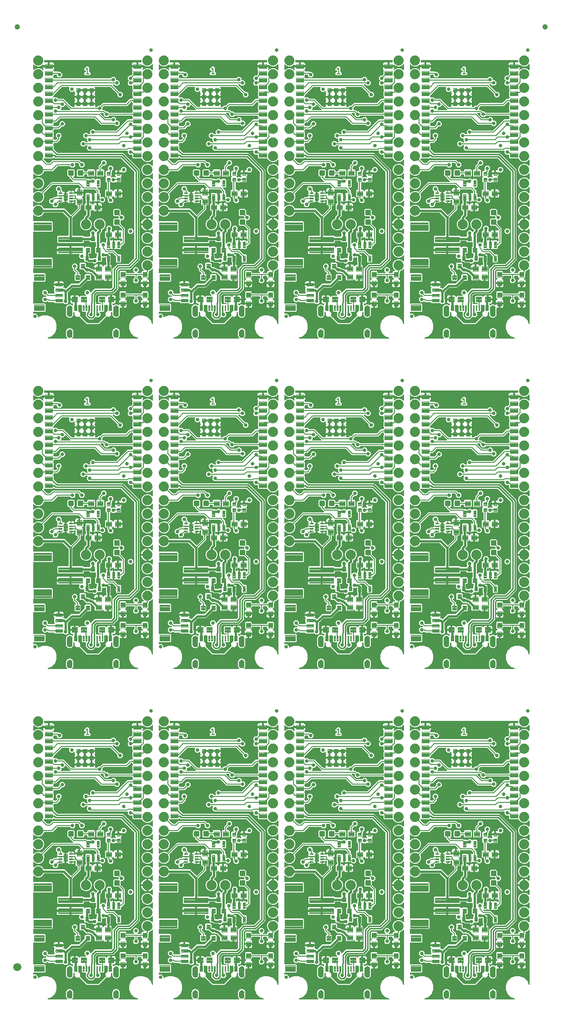
<source format=gtl>
G04 EAGLE Gerber RS-274X export*
G75*
%MOMM*%
%FSLAX34Y34*%
%LPD*%
%INTop Copper*%
%IPPOS*%
%AMOC8*
5,1,8,0,0,1.08239X$1,22.5*%
G01*
%ADD10C,0.203200*%
%ADD11C,0.099000*%
%ADD12C,0.104000*%
%ADD13C,1.879600*%
%ADD14C,0.102000*%
%ADD15C,0.755600*%
%ADD16C,0.100000*%
%ADD17C,0.096000*%
%ADD18C,0.100800*%
%ADD19C,0.300000*%
%ADD20C,0.105000*%
%ADD21C,0.635000*%
%ADD22C,1.000000*%
%ADD23C,1.500000*%
%ADD24C,0.247141*%
%ADD25C,0.660400*%
%ADD26C,0.177800*%
%ADD27C,0.381000*%

G36*
X533389Y617477D02*
X533389Y617477D01*
X533407Y617475D01*
X533520Y617497D01*
X533635Y617515D01*
X533651Y617522D01*
X533668Y617526D01*
X533770Y617580D01*
X533874Y617630D01*
X533887Y617642D01*
X533903Y617651D01*
X533983Y617733D01*
X534068Y617812D01*
X534077Y617827D01*
X534090Y617840D01*
X534143Y617942D01*
X534200Y618042D01*
X534204Y618060D01*
X534212Y618076D01*
X534233Y618189D01*
X534258Y618302D01*
X534256Y618320D01*
X534260Y618337D01*
X534246Y618452D01*
X534236Y618567D01*
X534230Y618583D01*
X534227Y618601D01*
X534180Y618707D01*
X534137Y618814D01*
X534126Y618827D01*
X534119Y618844D01*
X534089Y618873D01*
X533970Y619020D01*
X533880Y619079D01*
X533844Y619115D01*
X533635Y619247D01*
X533609Y619274D01*
X533549Y619349D01*
X533518Y619370D01*
X533493Y619397D01*
X533488Y619399D01*
X533185Y619880D01*
X533089Y619992D01*
X533061Y620036D01*
X532648Y620449D01*
X532628Y620482D01*
X532587Y620569D01*
X532561Y620596D01*
X532542Y620628D01*
X532538Y620631D01*
X532350Y621168D01*
X532281Y621298D01*
X532264Y621347D01*
X531953Y621842D01*
X531941Y621878D01*
X531920Y621972D01*
X531901Y622004D01*
X531890Y622040D01*
X531886Y622044D01*
X531822Y622609D01*
X531784Y622750D01*
X531778Y622802D01*
X531616Y623265D01*
X531641Y623346D01*
X531641Y623433D01*
X531651Y623477D01*
X531651Y624077D01*
X531642Y624140D01*
X531646Y624177D01*
X531572Y624826D01*
X531590Y624857D01*
X531649Y625116D01*
X531646Y625156D01*
X531651Y625181D01*
X531651Y629279D01*
X531636Y629382D01*
X531627Y629486D01*
X531617Y629507D01*
X531611Y629542D01*
X531571Y629625D01*
X531646Y630283D01*
X531643Y630347D01*
X531651Y630383D01*
X531651Y630983D01*
X531651Y630988D01*
X531651Y630992D01*
X531647Y631009D01*
X531618Y631201D01*
X531778Y631658D01*
X531805Y631802D01*
X531822Y631851D01*
X531888Y632433D01*
X531901Y632468D01*
X531943Y632555D01*
X531948Y632592D01*
X531962Y632627D01*
X531962Y632632D01*
X532264Y633113D01*
X532323Y633248D01*
X532350Y633292D01*
X532543Y633844D01*
X532564Y633876D01*
X532624Y633951D01*
X532638Y633986D01*
X532658Y634017D01*
X532659Y634022D01*
X533061Y634424D01*
X533149Y634542D01*
X533185Y634580D01*
X533496Y635075D01*
X533524Y635101D01*
X533599Y635161D01*
X533620Y635192D01*
X533647Y635217D01*
X533649Y635222D01*
X534130Y635525D01*
X534242Y635621D01*
X534286Y635649D01*
X534699Y636062D01*
X534732Y636082D01*
X534819Y636123D01*
X534846Y636149D01*
X534878Y636168D01*
X534881Y636172D01*
X535418Y636360D01*
X535548Y636429D01*
X535597Y636446D01*
X536092Y636757D01*
X536128Y636769D01*
X536222Y636790D01*
X536254Y636809D01*
X536289Y636820D01*
X536294Y636824D01*
X536859Y636888D01*
X537000Y636926D01*
X537052Y636932D01*
X537604Y637125D01*
X537642Y637128D01*
X537738Y637128D01*
X537774Y637139D01*
X537811Y637143D01*
X537816Y637145D01*
X538381Y637082D01*
X538527Y637087D01*
X538579Y637082D01*
X539160Y637147D01*
X539198Y637142D01*
X539292Y637120D01*
X539329Y637123D01*
X539366Y637118D01*
X539371Y637119D01*
X539908Y636932D01*
X540052Y636905D01*
X540101Y636888D01*
X540683Y636822D01*
X540718Y636809D01*
X540805Y636767D01*
X540842Y636762D01*
X540876Y636748D01*
X540882Y636748D01*
X541363Y636446D01*
X541498Y636387D01*
X541542Y636360D01*
X542094Y636167D01*
X542126Y636146D01*
X542201Y636086D01*
X542236Y636072D01*
X542267Y636052D01*
X542272Y636051D01*
X542674Y635649D01*
X542792Y635561D01*
X542830Y635525D01*
X543325Y635214D01*
X543351Y635186D01*
X543411Y635111D01*
X543442Y635090D01*
X543467Y635063D01*
X543472Y635061D01*
X543775Y634580D01*
X543871Y634468D01*
X543899Y634424D01*
X544312Y634011D01*
X544332Y633978D01*
X544373Y633891D01*
X544399Y633864D01*
X544418Y633832D01*
X544422Y633829D01*
X544610Y633292D01*
X544679Y633162D01*
X544696Y633113D01*
X545007Y632618D01*
X545019Y632582D01*
X545040Y632488D01*
X545059Y632456D01*
X545070Y632421D01*
X545074Y632416D01*
X545138Y631851D01*
X545176Y631710D01*
X545182Y631658D01*
X545344Y631195D01*
X545319Y631114D01*
X545319Y631027D01*
X545309Y630983D01*
X545309Y630383D01*
X545318Y630320D01*
X545314Y630283D01*
X545388Y629634D01*
X545370Y629603D01*
X545311Y629344D01*
X545314Y629304D01*
X545309Y629279D01*
X545309Y625181D01*
X545324Y625078D01*
X545333Y624974D01*
X545343Y624953D01*
X545349Y624918D01*
X545389Y624835D01*
X545314Y624177D01*
X545317Y624113D01*
X545309Y624077D01*
X545309Y623477D01*
X545309Y623472D01*
X545309Y623468D01*
X545313Y623451D01*
X545342Y623259D01*
X545182Y622802D01*
X545155Y622658D01*
X545138Y622609D01*
X545072Y622027D01*
X545059Y621992D01*
X545017Y621905D01*
X545012Y621868D01*
X544998Y621834D01*
X544998Y621828D01*
X544696Y621347D01*
X544637Y621212D01*
X544610Y621168D01*
X544417Y620616D01*
X544396Y620584D01*
X544336Y620509D01*
X544322Y620474D01*
X544302Y620443D01*
X544301Y620438D01*
X543899Y620036D01*
X543811Y619918D01*
X543775Y619880D01*
X543464Y619385D01*
X543436Y619359D01*
X543361Y619299D01*
X543340Y619268D01*
X543313Y619243D01*
X543311Y619238D01*
X543116Y619115D01*
X543102Y619103D01*
X543086Y619096D01*
X543002Y619017D01*
X542914Y618942D01*
X542905Y618927D01*
X542892Y618914D01*
X542835Y618814D01*
X542773Y618716D01*
X542769Y618699D01*
X542760Y618684D01*
X542735Y618571D01*
X542705Y618459D01*
X542706Y618442D01*
X542702Y618424D01*
X542712Y618309D01*
X542716Y618194D01*
X542722Y618177D01*
X542724Y618159D01*
X542767Y618052D01*
X542805Y617943D01*
X542816Y617929D01*
X542823Y617912D01*
X542896Y617823D01*
X542965Y617730D01*
X542979Y617720D01*
X542990Y617706D01*
X543087Y617642D01*
X543180Y617574D01*
X543197Y617569D01*
X543212Y617559D01*
X543253Y617549D01*
X543431Y617489D01*
X543539Y617486D01*
X543588Y617475D01*
X619732Y617475D01*
X619749Y617477D01*
X619767Y617475D01*
X619880Y617497D01*
X619995Y617515D01*
X620011Y617522D01*
X620028Y617526D01*
X620130Y617580D01*
X620234Y617630D01*
X620247Y617642D01*
X620263Y617651D01*
X620343Y617733D01*
X620428Y617812D01*
X620437Y617827D01*
X620450Y617840D01*
X620503Y617942D01*
X620560Y618042D01*
X620564Y618060D01*
X620572Y618076D01*
X620593Y618189D01*
X620618Y618302D01*
X620616Y618320D01*
X620620Y618337D01*
X620606Y618452D01*
X620596Y618567D01*
X620590Y618583D01*
X620587Y618601D01*
X620540Y618707D01*
X620497Y618814D01*
X620486Y618827D01*
X620479Y618844D01*
X620449Y618873D01*
X620330Y619020D01*
X620240Y619079D01*
X620204Y619115D01*
X619995Y619247D01*
X619969Y619274D01*
X619909Y619349D01*
X619878Y619370D01*
X619853Y619397D01*
X619848Y619399D01*
X619545Y619880D01*
X619449Y619992D01*
X619421Y620036D01*
X619008Y620449D01*
X618988Y620482D01*
X618947Y620569D01*
X618921Y620596D01*
X618902Y620628D01*
X618898Y620631D01*
X618710Y621168D01*
X618641Y621298D01*
X618624Y621347D01*
X618313Y621842D01*
X618301Y621878D01*
X618280Y621972D01*
X618261Y622004D01*
X618250Y622040D01*
X618246Y622044D01*
X618182Y622609D01*
X618144Y622750D01*
X618138Y622802D01*
X617976Y623265D01*
X618001Y623346D01*
X618001Y623433D01*
X618011Y623477D01*
X618011Y624077D01*
X618002Y624140D01*
X618006Y624177D01*
X617932Y624826D01*
X617950Y624857D01*
X618009Y625116D01*
X618006Y625156D01*
X618011Y625181D01*
X618011Y629279D01*
X617996Y629382D01*
X617987Y629486D01*
X617977Y629507D01*
X617971Y629542D01*
X617931Y629625D01*
X618006Y630283D01*
X618003Y630347D01*
X618011Y630383D01*
X618011Y630983D01*
X618011Y630988D01*
X618011Y630992D01*
X618007Y631009D01*
X617978Y631201D01*
X618138Y631658D01*
X618165Y631802D01*
X618182Y631851D01*
X618248Y632433D01*
X618261Y632468D01*
X618303Y632555D01*
X618308Y632592D01*
X618322Y632626D01*
X618322Y632632D01*
X618624Y633113D01*
X618683Y633248D01*
X618710Y633292D01*
X618903Y633844D01*
X618924Y633876D01*
X618984Y633951D01*
X618998Y633986D01*
X619018Y634017D01*
X619019Y634022D01*
X619421Y634424D01*
X619509Y634542D01*
X619545Y634580D01*
X619856Y635075D01*
X619884Y635101D01*
X619959Y635161D01*
X619980Y635192D01*
X620007Y635217D01*
X620009Y635222D01*
X620490Y635525D01*
X620602Y635621D01*
X620646Y635649D01*
X621059Y636062D01*
X621092Y636082D01*
X621179Y636123D01*
X621206Y636149D01*
X621238Y636168D01*
X621241Y636172D01*
X621778Y636360D01*
X621908Y636429D01*
X621957Y636446D01*
X622452Y636757D01*
X622488Y636769D01*
X622582Y636790D01*
X622614Y636809D01*
X622649Y636820D01*
X622654Y636824D01*
X623219Y636888D01*
X623360Y636926D01*
X623412Y636932D01*
X623964Y637125D01*
X624002Y637128D01*
X624098Y637128D01*
X624134Y637139D01*
X624171Y637143D01*
X624176Y637145D01*
X624741Y637082D01*
X624887Y637087D01*
X624939Y637082D01*
X625520Y637147D01*
X625558Y637142D01*
X625652Y637120D01*
X625689Y637123D01*
X625726Y637118D01*
X625731Y637119D01*
X626268Y636932D01*
X626412Y636905D01*
X626461Y636888D01*
X627043Y636822D01*
X627078Y636809D01*
X627165Y636767D01*
X627202Y636762D01*
X627236Y636748D01*
X627242Y636748D01*
X627723Y636446D01*
X627858Y636387D01*
X627902Y636360D01*
X628454Y636167D01*
X628486Y636146D01*
X628561Y636086D01*
X628596Y636072D01*
X628627Y636052D01*
X628632Y636051D01*
X629034Y635649D01*
X629152Y635561D01*
X629190Y635525D01*
X629685Y635214D01*
X629711Y635186D01*
X629771Y635111D01*
X629802Y635090D01*
X629827Y635063D01*
X629832Y635061D01*
X630135Y634580D01*
X630231Y634468D01*
X630259Y634424D01*
X630672Y634011D01*
X630692Y633978D01*
X630733Y633891D01*
X630759Y633864D01*
X630778Y633832D01*
X630782Y633829D01*
X630970Y633292D01*
X631039Y633162D01*
X631056Y633113D01*
X631367Y632618D01*
X631379Y632582D01*
X631400Y632488D01*
X631419Y632456D01*
X631430Y632421D01*
X631434Y632416D01*
X631498Y631851D01*
X631536Y631710D01*
X631542Y631658D01*
X631704Y631195D01*
X631679Y631114D01*
X631679Y631027D01*
X631669Y630983D01*
X631669Y630383D01*
X631678Y630320D01*
X631674Y630283D01*
X631748Y629634D01*
X631730Y629603D01*
X631671Y629344D01*
X631674Y629304D01*
X631669Y629279D01*
X631669Y625181D01*
X631684Y625078D01*
X631693Y624974D01*
X631703Y624953D01*
X631709Y624918D01*
X631749Y624835D01*
X631674Y624177D01*
X631677Y624113D01*
X631669Y624077D01*
X631669Y623477D01*
X631669Y623472D01*
X631669Y623468D01*
X631673Y623451D01*
X631702Y623259D01*
X631542Y622802D01*
X631515Y622658D01*
X631498Y622609D01*
X631432Y622027D01*
X631419Y621992D01*
X631377Y621905D01*
X631372Y621868D01*
X631358Y621834D01*
X631358Y621828D01*
X631056Y621347D01*
X630997Y621212D01*
X630970Y621168D01*
X630777Y620616D01*
X630756Y620584D01*
X630696Y620509D01*
X630682Y620474D01*
X630662Y620443D01*
X630661Y620438D01*
X630259Y620036D01*
X630171Y619918D01*
X630135Y619880D01*
X629824Y619385D01*
X629796Y619359D01*
X629721Y619299D01*
X629700Y619268D01*
X629673Y619243D01*
X629671Y619238D01*
X629476Y619115D01*
X629462Y619103D01*
X629446Y619096D01*
X629362Y619017D01*
X629274Y618942D01*
X629265Y618927D01*
X629252Y618914D01*
X629195Y618814D01*
X629133Y618716D01*
X629129Y618699D01*
X629120Y618684D01*
X629095Y618571D01*
X629065Y618459D01*
X629066Y618442D01*
X629062Y618424D01*
X629072Y618309D01*
X629076Y618194D01*
X629082Y618177D01*
X629084Y618159D01*
X629127Y618052D01*
X629165Y617943D01*
X629176Y617929D01*
X629183Y617912D01*
X629256Y617823D01*
X629325Y617730D01*
X629339Y617720D01*
X629350Y617706D01*
X629447Y617642D01*
X629540Y617574D01*
X629557Y617569D01*
X629572Y617559D01*
X629613Y617549D01*
X629791Y617489D01*
X629899Y617486D01*
X629948Y617475D01*
X664913Y617475D01*
X665004Y617489D01*
X665096Y617494D01*
X665135Y617508D01*
X665176Y617515D01*
X665259Y617555D01*
X665345Y617587D01*
X665378Y617612D01*
X665415Y617630D01*
X665483Y617693D01*
X665556Y617750D01*
X665579Y617784D01*
X665609Y617812D01*
X665655Y617892D01*
X665708Y617967D01*
X665721Y618007D01*
X665741Y618042D01*
X665761Y618132D01*
X665790Y618220D01*
X665790Y618262D01*
X665799Y618302D01*
X665792Y618394D01*
X665793Y618486D01*
X665781Y618526D01*
X665777Y618567D01*
X665743Y618652D01*
X665717Y618741D01*
X665694Y618775D01*
X665678Y618814D01*
X665620Y618885D01*
X665569Y618962D01*
X665543Y618980D01*
X665511Y619020D01*
X665290Y619167D01*
X665270Y619172D01*
X665253Y619184D01*
X658474Y621992D01*
X652472Y627994D01*
X649223Y635836D01*
X649223Y644324D01*
X652472Y652166D01*
X658474Y658168D01*
X666316Y661417D01*
X674804Y661417D01*
X682646Y658168D01*
X688648Y652166D01*
X691456Y645387D01*
X691504Y645308D01*
X691544Y645225D01*
X691572Y645195D01*
X691594Y645160D01*
X691663Y645098D01*
X691726Y645031D01*
X691762Y645010D01*
X691792Y644983D01*
X691876Y644945D01*
X691956Y644899D01*
X691997Y644890D01*
X692034Y644873D01*
X692126Y644861D01*
X692216Y644841D01*
X692257Y644844D01*
X692298Y644839D01*
X692389Y644855D01*
X692481Y644863D01*
X692519Y644878D01*
X692560Y644885D01*
X692642Y644927D01*
X692728Y644962D01*
X692760Y644988D01*
X692796Y645006D01*
X692862Y645071D01*
X692934Y645129D01*
X692957Y645163D01*
X692986Y645192D01*
X693030Y645273D01*
X693081Y645350D01*
X693088Y645381D01*
X693113Y645426D01*
X693164Y645687D01*
X693161Y645707D01*
X693165Y645727D01*
X693165Y746335D01*
X693158Y746386D01*
X693159Y746437D01*
X693138Y746516D01*
X693125Y746597D01*
X693103Y746644D01*
X693089Y746694D01*
X693045Y746763D01*
X693010Y746837D01*
X692975Y746874D01*
X692947Y746918D01*
X692884Y746971D01*
X692828Y747031D01*
X692784Y747057D01*
X692744Y747090D01*
X692669Y747122D01*
X692598Y747163D01*
X692547Y747174D01*
X692500Y747194D01*
X692418Y747203D01*
X692338Y747221D01*
X692287Y747217D01*
X692235Y747222D01*
X692155Y747206D01*
X692073Y747199D01*
X692025Y747180D01*
X691975Y747170D01*
X691931Y747142D01*
X691826Y747100D01*
X691687Y746987D01*
X691649Y746963D01*
X689591Y744905D01*
X686476Y743615D01*
X686423Y743583D01*
X686365Y743559D01*
X686310Y743514D01*
X686248Y743477D01*
X686207Y743431D01*
X686159Y743392D01*
X686119Y743332D01*
X686072Y743279D01*
X686046Y743222D01*
X686012Y743171D01*
X686001Y743124D01*
X685962Y743037D01*
X685935Y742824D01*
X685928Y742794D01*
X685928Y740775D01*
X684899Y739746D01*
X684886Y739729D01*
X684870Y739716D01*
X684808Y739622D01*
X684741Y739532D01*
X684734Y739512D01*
X684723Y739495D01*
X684713Y739450D01*
X684654Y739281D01*
X684650Y739168D01*
X684639Y739118D01*
X684639Y731533D01*
X683307Y730201D01*
X683240Y730201D01*
X683223Y730199D01*
X683205Y730201D01*
X683091Y730179D01*
X682977Y730161D01*
X682961Y730154D01*
X682944Y730151D01*
X682842Y730096D01*
X682738Y730046D01*
X682725Y730034D01*
X682710Y730026D01*
X682628Y729944D01*
X682543Y729864D01*
X682535Y729849D01*
X682522Y729837D01*
X682469Y729734D01*
X682411Y729634D01*
X682408Y729617D01*
X682400Y729601D01*
X682379Y729487D01*
X682354Y729374D01*
X682355Y729357D01*
X682352Y729340D01*
X682366Y729225D01*
X682375Y729109D01*
X682382Y729093D01*
X682384Y729076D01*
X682431Y728970D01*
X682474Y728862D01*
X682485Y728849D01*
X682492Y728833D01*
X682568Y728747D01*
X682642Y728656D01*
X682656Y728647D01*
X682668Y728634D01*
X682705Y728614D01*
X682863Y728509D01*
X682940Y728491D01*
X683010Y728455D01*
X683537Y728314D01*
X684229Y727914D01*
X684794Y727349D01*
X685194Y726657D01*
X685401Y725885D01*
X685401Y722757D01*
X679249Y722757D01*
X679148Y722742D01*
X679045Y722733D01*
X679017Y722722D01*
X678986Y722717D01*
X678894Y722673D01*
X678799Y722634D01*
X678775Y722615D01*
X678747Y722602D01*
X678672Y722532D01*
X678592Y722467D01*
X678575Y722441D01*
X678553Y722420D01*
X678502Y722331D01*
X678445Y722246D01*
X678440Y722222D01*
X678421Y722189D01*
X678363Y721930D01*
X678366Y721892D01*
X678361Y721869D01*
X678361Y720979D01*
X678359Y720979D01*
X678359Y721869D01*
X678344Y721970D01*
X678335Y722073D01*
X678324Y722101D01*
X678319Y722132D01*
X678275Y722224D01*
X678236Y722319D01*
X678217Y722343D01*
X678204Y722371D01*
X678134Y722446D01*
X678069Y722526D01*
X678043Y722543D01*
X678022Y722565D01*
X677933Y722616D01*
X677848Y722673D01*
X677824Y722678D01*
X677791Y722697D01*
X677532Y722755D01*
X677494Y722752D01*
X677471Y722757D01*
X671319Y722757D01*
X671319Y725885D01*
X671526Y726657D01*
X671926Y727349D01*
X672491Y727914D01*
X673183Y728314D01*
X673710Y728455D01*
X673726Y728462D01*
X673743Y728465D01*
X673847Y728515D01*
X673954Y728561D01*
X673967Y728573D01*
X673982Y728580D01*
X674067Y728660D01*
X674155Y728735D01*
X674164Y728750D01*
X674177Y728762D01*
X674234Y728862D01*
X674296Y728961D01*
X674300Y728977D01*
X674309Y728992D01*
X674334Y729106D01*
X674363Y729218D01*
X674363Y729235D01*
X674366Y729252D01*
X674357Y729367D01*
X674352Y729483D01*
X674346Y729500D01*
X674345Y729517D01*
X674302Y729624D01*
X674263Y729734D01*
X674252Y729747D01*
X674246Y729764D01*
X674173Y729854D01*
X674103Y729946D01*
X674089Y729956D01*
X674078Y729970D01*
X673982Y730034D01*
X673888Y730102D01*
X673872Y730108D01*
X673857Y730117D01*
X673816Y730126D01*
X673636Y730187D01*
X673557Y730184D01*
X673480Y730201D01*
X673413Y730201D01*
X672081Y731533D01*
X672081Y733424D01*
X672066Y733526D01*
X672058Y733628D01*
X672046Y733656D01*
X672041Y733687D01*
X671997Y733779D01*
X671959Y733875D01*
X671939Y733898D01*
X671926Y733926D01*
X671856Y734001D01*
X671791Y734081D01*
X671765Y734098D01*
X671744Y734120D01*
X671655Y734171D01*
X671570Y734228D01*
X671546Y734234D01*
X671514Y734252D01*
X671254Y734310D01*
X671216Y734307D01*
X671193Y734312D01*
X665226Y734312D01*
X665124Y734297D01*
X665022Y734289D01*
X664994Y734277D01*
X664963Y734272D01*
X664871Y734228D01*
X664775Y734190D01*
X664752Y734170D01*
X664724Y734157D01*
X664649Y734087D01*
X664569Y734022D01*
X664552Y733996D01*
X664530Y733975D01*
X664479Y733886D01*
X664422Y733801D01*
X664416Y733777D01*
X664398Y733745D01*
X664340Y733485D01*
X664343Y733447D01*
X664338Y733424D01*
X664338Y730690D01*
X664341Y730670D01*
X664339Y730649D01*
X664361Y730538D01*
X664378Y730428D01*
X664387Y730409D01*
X664391Y730388D01*
X664415Y730350D01*
X664493Y730188D01*
X664570Y730106D01*
X664598Y730062D01*
X666751Y727910D01*
X666751Y723700D01*
X663775Y720724D01*
X659565Y720724D01*
X656589Y723700D01*
X656589Y727910D01*
X658742Y730062D01*
X658755Y730079D01*
X658771Y730093D01*
X658833Y730186D01*
X658900Y730276D01*
X658907Y730296D01*
X658918Y730314D01*
X658928Y730358D01*
X658987Y730527D01*
X658991Y730640D01*
X659002Y730690D01*
X659002Y733424D01*
X658987Y733526D01*
X658979Y733628D01*
X658967Y733656D01*
X658962Y733687D01*
X658918Y733779D01*
X658880Y733875D01*
X658860Y733898D01*
X658847Y733926D01*
X658777Y734001D01*
X658712Y734081D01*
X658686Y734098D01*
X658665Y734120D01*
X658576Y734171D01*
X658491Y734228D01*
X658467Y734234D01*
X658435Y734252D01*
X658175Y734310D01*
X658137Y734307D01*
X658114Y734312D01*
X644527Y734312D01*
X644425Y734297D01*
X644323Y734289D01*
X644295Y734277D01*
X644264Y734272D01*
X644172Y734228D01*
X644076Y734190D01*
X644053Y734170D01*
X644025Y734157D01*
X643950Y734087D01*
X643870Y734022D01*
X643853Y733996D01*
X643831Y733975D01*
X643780Y733886D01*
X643723Y733801D01*
X643717Y733777D01*
X643699Y733745D01*
X643641Y733485D01*
X643644Y733447D01*
X643639Y733424D01*
X643639Y731533D01*
X642307Y730201D01*
X642240Y730201D01*
X642223Y730199D01*
X642205Y730201D01*
X642091Y730179D01*
X641977Y730161D01*
X641961Y730154D01*
X641944Y730151D01*
X641842Y730096D01*
X641738Y730046D01*
X641725Y730034D01*
X641710Y730026D01*
X641628Y729944D01*
X641543Y729864D01*
X641535Y729849D01*
X641522Y729837D01*
X641469Y729734D01*
X641411Y729634D01*
X641408Y729617D01*
X641400Y729601D01*
X641379Y729487D01*
X641354Y729374D01*
X641355Y729357D01*
X641352Y729340D01*
X641366Y729225D01*
X641375Y729109D01*
X641382Y729093D01*
X641384Y729076D01*
X641431Y728970D01*
X641474Y728862D01*
X641485Y728849D01*
X641492Y728833D01*
X641569Y728746D01*
X641642Y728656D01*
X641656Y728647D01*
X641668Y728634D01*
X641705Y728614D01*
X641863Y728509D01*
X641940Y728492D01*
X642010Y728455D01*
X642537Y728314D01*
X643229Y727914D01*
X643794Y727349D01*
X644194Y726657D01*
X644401Y725885D01*
X644401Y722757D01*
X638249Y722757D01*
X638148Y722742D01*
X638045Y722733D01*
X638017Y722722D01*
X637986Y722717D01*
X637894Y722673D01*
X637799Y722634D01*
X637775Y722615D01*
X637747Y722602D01*
X637672Y722532D01*
X637592Y722467D01*
X637575Y722441D01*
X637553Y722420D01*
X637502Y722331D01*
X637445Y722246D01*
X637440Y722222D01*
X637421Y722189D01*
X637363Y721930D01*
X637366Y721892D01*
X637361Y721869D01*
X637361Y720979D01*
X637359Y720979D01*
X637359Y721869D01*
X637344Y721970D01*
X637335Y722073D01*
X637324Y722101D01*
X637319Y722132D01*
X637275Y722224D01*
X637236Y722319D01*
X637217Y722343D01*
X637204Y722371D01*
X637134Y722446D01*
X637069Y722526D01*
X637043Y722543D01*
X637022Y722565D01*
X636933Y722616D01*
X636848Y722673D01*
X636824Y722678D01*
X636791Y722697D01*
X636532Y722755D01*
X636494Y722752D01*
X636471Y722757D01*
X629436Y722757D01*
X629335Y722742D01*
X629232Y722733D01*
X629204Y722722D01*
X629173Y722717D01*
X629081Y722673D01*
X628986Y722634D01*
X628962Y722615D01*
X628934Y722602D01*
X628859Y722532D01*
X628779Y722467D01*
X628762Y722441D01*
X628740Y722420D01*
X628689Y722331D01*
X628632Y722246D01*
X628627Y722222D01*
X628608Y722189D01*
X628550Y721930D01*
X628553Y721892D01*
X628548Y721869D01*
X628548Y720091D01*
X628563Y719990D01*
X628572Y719887D01*
X628583Y719859D01*
X628588Y719828D01*
X628632Y719736D01*
X628671Y719641D01*
X628690Y719617D01*
X628703Y719589D01*
X628773Y719514D01*
X628838Y719434D01*
X628864Y719417D01*
X628885Y719395D01*
X628974Y719344D01*
X629059Y719287D01*
X629083Y719281D01*
X629116Y719263D01*
X629375Y719205D01*
X629413Y719208D01*
X629436Y719203D01*
X635583Y719203D01*
X635583Y713439D01*
X632955Y713439D01*
X632183Y713646D01*
X631491Y714046D01*
X630926Y714611D01*
X630526Y715303D01*
X630294Y716169D01*
X630287Y716185D01*
X630285Y716202D01*
X630234Y716306D01*
X630188Y716413D01*
X630176Y716426D01*
X630169Y716442D01*
X630090Y716526D01*
X630014Y716614D01*
X629999Y716623D01*
X629987Y716636D01*
X629887Y716693D01*
X629788Y716755D01*
X629772Y716759D01*
X629757Y716768D01*
X629644Y716793D01*
X629531Y716823D01*
X629514Y716822D01*
X629497Y716826D01*
X629382Y716816D01*
X629266Y716811D01*
X629249Y716805D01*
X629232Y716804D01*
X629125Y716761D01*
X629015Y716722D01*
X629002Y716711D01*
X628986Y716705D01*
X628895Y716632D01*
X628803Y716562D01*
X628793Y716548D01*
X628779Y716537D01*
X628715Y716440D01*
X628647Y716347D01*
X628641Y716331D01*
X628632Y716316D01*
X628623Y716275D01*
X628562Y716095D01*
X628565Y716016D01*
X628548Y715939D01*
X628548Y712580D01*
X628548Y709715D01*
X626522Y707689D01*
X619398Y700566D01*
X616533Y700566D01*
X589627Y700566D01*
X589606Y700562D01*
X589585Y700565D01*
X589475Y700543D01*
X589364Y700526D01*
X589345Y700517D01*
X589324Y700513D01*
X589286Y700488D01*
X589124Y700410D01*
X589042Y700333D01*
X588998Y700305D01*
X587059Y698366D01*
X587047Y698349D01*
X587030Y698336D01*
X586968Y698243D01*
X586902Y698152D01*
X586895Y698132D01*
X586883Y698115D01*
X586873Y698070D01*
X586814Y697901D01*
X586810Y697789D01*
X586799Y697738D01*
X586799Y686715D01*
X586802Y686694D01*
X586800Y686673D01*
X586822Y686563D01*
X586822Y686562D01*
X586823Y686554D01*
X586824Y686552D01*
X586839Y686452D01*
X586848Y686433D01*
X586852Y686412D01*
X586877Y686374D01*
X586955Y686213D01*
X587032Y686130D01*
X587059Y686087D01*
X587174Y685971D01*
X587174Y683006D01*
X587190Y682904D01*
X587198Y682802D01*
X587210Y682774D01*
X587214Y682743D01*
X587259Y682651D01*
X587297Y682555D01*
X587317Y682532D01*
X587330Y682504D01*
X587400Y682429D01*
X587465Y682349D01*
X587490Y682332D01*
X587511Y682310D01*
X587600Y682259D01*
X587686Y682202D01*
X587709Y682196D01*
X587742Y682178D01*
X588002Y682120D01*
X588039Y682123D01*
X588063Y682118D01*
X595604Y682118D01*
X595706Y682133D01*
X595808Y682141D01*
X595836Y682153D01*
X595867Y682158D01*
X595959Y682202D01*
X596055Y682240D01*
X596078Y682260D01*
X596106Y682273D01*
X596181Y682343D01*
X596261Y682408D01*
X596278Y682434D01*
X596300Y682455D01*
X596351Y682544D01*
X596408Y682629D01*
X596414Y682653D01*
X596432Y682685D01*
X596490Y682945D01*
X596487Y682983D01*
X596492Y683006D01*
X596492Y683213D01*
X596477Y683315D01*
X596469Y683417D01*
X596457Y683445D01*
X596452Y683476D01*
X596408Y683568D01*
X596370Y683664D01*
X596350Y683687D01*
X596337Y683715D01*
X596267Y683790D01*
X596202Y683870D01*
X596176Y683887D01*
X596155Y683909D01*
X596066Y683960D01*
X595981Y684017D01*
X595957Y684023D01*
X595925Y684041D01*
X595665Y684099D01*
X595627Y684096D01*
X595604Y684101D01*
X592616Y684101D01*
X591281Y685436D01*
X591281Y696324D01*
X592616Y697659D01*
X604504Y697659D01*
X605839Y696324D01*
X605839Y696255D01*
X605841Y696238D01*
X605839Y696221D01*
X605861Y696107D01*
X605879Y695993D01*
X605886Y695977D01*
X605889Y695960D01*
X605944Y695858D01*
X605994Y695753D01*
X606006Y695741D01*
X606014Y695725D01*
X606096Y695644D01*
X606176Y695559D01*
X606191Y695550D01*
X606203Y695538D01*
X606306Y695484D01*
X606406Y695427D01*
X606423Y695423D01*
X606439Y695415D01*
X606553Y695394D01*
X606666Y695369D01*
X606683Y695371D01*
X606700Y695368D01*
X606815Y695381D01*
X606931Y695391D01*
X606947Y695397D01*
X606964Y695399D01*
X607070Y695447D01*
X607178Y695490D01*
X607191Y695501D01*
X607207Y695508D01*
X607294Y695584D01*
X607384Y695657D01*
X607393Y695672D01*
X607406Y695683D01*
X607426Y695720D01*
X607531Y695879D01*
X607548Y695956D01*
X607585Y696025D01*
X607727Y696554D01*
X608127Y697247D01*
X608693Y697813D01*
X609386Y698213D01*
X610160Y698421D01*
X613783Y698421D01*
X613783Y691769D01*
X613798Y691668D01*
X613807Y691565D01*
X613818Y691537D01*
X613823Y691506D01*
X613867Y691414D01*
X613906Y691319D01*
X613925Y691295D01*
X613938Y691267D01*
X614008Y691192D01*
X614073Y691112D01*
X614099Y691095D01*
X614120Y691073D01*
X614209Y691022D01*
X614294Y690965D01*
X614318Y690960D01*
X614350Y690941D01*
X614610Y690883D01*
X614648Y690886D01*
X614671Y690881D01*
X615561Y690881D01*
X615561Y689991D01*
X615576Y689890D01*
X615585Y689787D01*
X615596Y689759D01*
X615601Y689728D01*
X615645Y689636D01*
X615684Y689541D01*
X615703Y689517D01*
X615716Y689489D01*
X615786Y689414D01*
X615851Y689334D01*
X615877Y689317D01*
X615898Y689295D01*
X615987Y689244D01*
X616072Y689187D01*
X616096Y689181D01*
X616129Y689163D01*
X616388Y689105D01*
X616426Y689108D01*
X616449Y689103D01*
X623601Y689103D01*
X623601Y685980D01*
X623393Y685206D01*
X622993Y684513D01*
X622427Y683947D01*
X621734Y683547D01*
X620960Y683339D01*
X618768Y683339D01*
X618734Y683334D01*
X618699Y683337D01*
X618603Y683314D01*
X618505Y683299D01*
X618474Y683284D01*
X618440Y683277D01*
X618355Y683227D01*
X618266Y683184D01*
X618241Y683160D01*
X618211Y683143D01*
X618144Y683070D01*
X618072Y683002D01*
X618055Y682972D01*
X618031Y682947D01*
X617989Y682857D01*
X617940Y682772D01*
X617932Y682738D01*
X617917Y682706D01*
X617904Y682608D01*
X617882Y682512D01*
X617885Y682477D01*
X617880Y682443D01*
X617896Y682345D01*
X617904Y682247D01*
X617917Y682215D01*
X617922Y682181D01*
X617966Y682092D01*
X618003Y682000D01*
X618025Y681974D01*
X618040Y681942D01*
X618079Y681907D01*
X618170Y681794D01*
X618230Y681754D01*
X618841Y681143D01*
X619243Y680448D01*
X619247Y680434D01*
X619274Y680371D01*
X619292Y680304D01*
X619327Y680250D01*
X619353Y680190D01*
X619398Y680138D01*
X619435Y680080D01*
X619484Y680038D01*
X619527Y679989D01*
X619585Y679952D01*
X619637Y679908D01*
X619697Y679883D01*
X619752Y679848D01*
X619819Y679831D01*
X619882Y679804D01*
X619947Y679797D01*
X620009Y679780D01*
X620078Y679783D01*
X620146Y679776D01*
X620210Y679789D01*
X620275Y679792D01*
X620340Y679815D01*
X620407Y679828D01*
X620445Y679853D01*
X620525Y679881D01*
X620721Y680028D01*
X620733Y680035D01*
X621059Y680362D01*
X621092Y680382D01*
X621179Y680423D01*
X621206Y680449D01*
X621238Y680468D01*
X621241Y680472D01*
X621778Y680660D01*
X621908Y680729D01*
X621957Y680746D01*
X622452Y681057D01*
X622488Y681069D01*
X622582Y681090D01*
X622614Y681109D01*
X622649Y681120D01*
X622654Y681124D01*
X623219Y681188D01*
X623360Y681226D01*
X623412Y681232D01*
X623964Y681425D01*
X624002Y681428D01*
X624098Y681428D01*
X624134Y681439D01*
X624171Y681443D01*
X624176Y681445D01*
X624741Y681382D01*
X624887Y681387D01*
X624939Y681382D01*
X625520Y681447D01*
X625558Y681442D01*
X625652Y681420D01*
X625689Y681423D01*
X625726Y681418D01*
X625731Y681419D01*
X626268Y681232D01*
X626412Y681205D01*
X626461Y681188D01*
X627043Y681122D01*
X627078Y681109D01*
X627165Y681067D01*
X627202Y681062D01*
X627236Y681048D01*
X627242Y681048D01*
X627723Y680746D01*
X627858Y680687D01*
X627902Y680660D01*
X628454Y680467D01*
X628486Y680446D01*
X628561Y680386D01*
X628596Y680372D01*
X628627Y680352D01*
X628632Y680351D01*
X628803Y680180D01*
X628844Y680149D01*
X628880Y680112D01*
X628951Y680071D01*
X629017Y680022D01*
X629066Y680005D01*
X629110Y679980D01*
X629190Y679962D01*
X629268Y679935D01*
X629320Y679933D01*
X629370Y679922D01*
X629452Y679928D01*
X629534Y679926D01*
X629583Y679939D01*
X629635Y679943D01*
X629711Y679974D01*
X629790Y679996D01*
X629834Y680023D01*
X629882Y680042D01*
X629945Y680094D01*
X630014Y680138D01*
X630048Y680177D01*
X630088Y680210D01*
X630133Y680278D01*
X630186Y680341D01*
X630207Y680388D01*
X630235Y680431D01*
X630247Y680482D01*
X630291Y680585D01*
X630309Y680764D01*
X630319Y680808D01*
X630319Y681103D01*
X635583Y681103D01*
X635583Y675339D01*
X632955Y675339D01*
X632805Y675380D01*
X632803Y675380D01*
X632801Y675381D01*
X632673Y675394D01*
X632541Y675409D01*
X632539Y675409D01*
X632537Y675409D01*
X632409Y675384D01*
X632280Y675359D01*
X632278Y675358D01*
X632276Y675358D01*
X632161Y675296D01*
X632045Y675234D01*
X632044Y675233D01*
X632042Y675232D01*
X631951Y675139D01*
X631858Y675046D01*
X631857Y675044D01*
X631855Y675042D01*
X631796Y674927D01*
X631735Y674810D01*
X631735Y674808D01*
X631734Y674806D01*
X631733Y674798D01*
X631687Y674549D01*
X631697Y674466D01*
X631692Y674422D01*
X631748Y673934D01*
X631730Y673903D01*
X631671Y673644D01*
X631674Y673604D01*
X631669Y673579D01*
X631669Y664481D01*
X631684Y664378D01*
X631693Y664274D01*
X631703Y664253D01*
X631709Y664218D01*
X631749Y664135D01*
X631674Y663477D01*
X631677Y663413D01*
X631669Y663377D01*
X631669Y662777D01*
X631669Y662772D01*
X631669Y662768D01*
X631673Y662751D01*
X631686Y662666D01*
X631693Y662572D01*
X631700Y662555D01*
X631542Y662102D01*
X631515Y661958D01*
X631498Y661909D01*
X631432Y661327D01*
X631419Y661292D01*
X631377Y661205D01*
X631372Y661168D01*
X631358Y661134D01*
X631358Y661128D01*
X631056Y660647D01*
X630997Y660512D01*
X630970Y660468D01*
X630777Y659916D01*
X630756Y659884D01*
X630696Y659809D01*
X630682Y659774D01*
X630662Y659743D01*
X630661Y659738D01*
X630259Y659336D01*
X630171Y659218D01*
X630135Y659180D01*
X629824Y658685D01*
X629796Y658659D01*
X629721Y658599D01*
X629700Y658568D01*
X629673Y658543D01*
X629671Y658538D01*
X629190Y658235D01*
X629125Y658180D01*
X629123Y658179D01*
X629110Y658166D01*
X629078Y658139D01*
X629034Y658111D01*
X628621Y657698D01*
X628588Y657678D01*
X628501Y657637D01*
X628474Y657611D01*
X628442Y657592D01*
X628439Y657588D01*
X627902Y657400D01*
X627779Y657335D01*
X627770Y657331D01*
X627723Y657314D01*
X627228Y657003D01*
X627192Y656991D01*
X627098Y656970D01*
X627066Y656951D01*
X627031Y656940D01*
X627026Y656936D01*
X626461Y656872D01*
X626320Y656834D01*
X626268Y656828D01*
X625716Y656635D01*
X625678Y656632D01*
X625582Y656632D01*
X625546Y656621D01*
X625509Y656617D01*
X625504Y656615D01*
X624939Y656678D01*
X624793Y656673D01*
X624741Y656678D01*
X624160Y656613D01*
X624122Y656618D01*
X624028Y656640D01*
X623991Y656637D01*
X623954Y656642D01*
X623949Y656641D01*
X623412Y656828D01*
X623268Y656855D01*
X623219Y656872D01*
X622637Y656938D01*
X622602Y656951D01*
X622515Y656993D01*
X622478Y656998D01*
X622444Y657012D01*
X622438Y657012D01*
X621957Y657314D01*
X621908Y657335D01*
X621867Y657362D01*
X621824Y657372D01*
X621822Y657373D01*
X621778Y657400D01*
X621226Y657593D01*
X621194Y657614D01*
X621119Y657674D01*
X621084Y657688D01*
X621053Y657708D01*
X621048Y657710D01*
X620646Y658111D01*
X620528Y658198D01*
X620490Y658235D01*
X619995Y658546D01*
X619969Y658574D01*
X619909Y658649D01*
X619878Y658670D01*
X619853Y658697D01*
X619848Y658699D01*
X619545Y659180D01*
X619449Y659292D01*
X619421Y659336D01*
X619008Y659749D01*
X618988Y659782D01*
X618947Y659869D01*
X618921Y659896D01*
X618902Y659928D01*
X618898Y659931D01*
X618710Y660468D01*
X618641Y660598D01*
X618624Y660647D01*
X618313Y661142D01*
X618301Y661178D01*
X618280Y661272D01*
X618261Y661304D01*
X618250Y661340D01*
X618246Y661344D01*
X618182Y661909D01*
X618144Y662050D01*
X618138Y662102D01*
X617976Y662565D01*
X618001Y662646D01*
X618001Y662683D01*
X618008Y662714D01*
X618005Y662751D01*
X618011Y662777D01*
X618011Y663377D01*
X618002Y663440D01*
X618006Y663477D01*
X617932Y664126D01*
X617950Y664157D01*
X618009Y664416D01*
X618006Y664456D01*
X618011Y664481D01*
X618011Y666406D01*
X617998Y666491D01*
X617995Y666576D01*
X617979Y666621D01*
X617971Y666669D01*
X617934Y666746D01*
X617905Y666826D01*
X617877Y666865D01*
X617856Y666908D01*
X617797Y666971D01*
X617746Y667039D01*
X617707Y667067D01*
X617674Y667102D01*
X617600Y667145D01*
X617531Y667195D01*
X617485Y667210D01*
X617444Y667234D01*
X617360Y667253D01*
X617279Y667280D01*
X617243Y667279D01*
X617184Y667292D01*
X616919Y667270D01*
X616904Y667264D01*
X616893Y667264D01*
X616802Y667239D01*
X616307Y667239D01*
X616256Y667232D01*
X616204Y667233D01*
X616125Y667212D01*
X616044Y667199D01*
X615998Y667177D01*
X615948Y667163D01*
X615878Y667119D01*
X615805Y667084D01*
X615767Y667048D01*
X615723Y667021D01*
X615670Y666958D01*
X615610Y666902D01*
X615585Y666857D01*
X615551Y666818D01*
X615519Y666743D01*
X615478Y666672D01*
X615467Y666621D01*
X615447Y666574D01*
X615439Y666492D01*
X615421Y666412D01*
X615425Y666361D01*
X615420Y666309D01*
X615436Y666229D01*
X615442Y666147D01*
X615462Y666099D01*
X615472Y666049D01*
X615499Y666005D01*
X615541Y665900D01*
X615589Y665842D01*
X615589Y661647D01*
X612643Y658701D01*
X608477Y658701D01*
X608164Y659015D01*
X608081Y659076D01*
X608003Y659142D01*
X607974Y659154D01*
X607950Y659172D01*
X607853Y659206D01*
X607758Y659246D01*
X607728Y659250D01*
X607699Y659260D01*
X607596Y659263D01*
X607494Y659274D01*
X607464Y659268D01*
X607433Y659269D01*
X607334Y659242D01*
X607233Y659222D01*
X607213Y659209D01*
X607176Y659199D01*
X606952Y659056D01*
X606928Y659028D01*
X606907Y659015D01*
X592925Y645032D01*
X570395Y645032D01*
X568572Y646855D01*
X556413Y659015D01*
X556330Y659076D01*
X556252Y659142D01*
X556223Y659154D01*
X556199Y659172D01*
X556102Y659206D01*
X556007Y659246D01*
X555977Y659250D01*
X555948Y659260D01*
X555845Y659263D01*
X555743Y659274D01*
X555713Y659268D01*
X555682Y659269D01*
X555583Y659242D01*
X555482Y659222D01*
X555462Y659209D01*
X555425Y659199D01*
X555201Y659056D01*
X555177Y659028D01*
X555156Y659015D01*
X554843Y658701D01*
X550677Y658701D01*
X547731Y661647D01*
X547731Y665838D01*
X547750Y665871D01*
X547799Y665937D01*
X547816Y665986D01*
X547842Y666030D01*
X547859Y666110D01*
X547886Y666188D01*
X547888Y666239D01*
X547899Y666290D01*
X547893Y666372D01*
X547895Y666454D01*
X547882Y666503D01*
X547878Y666555D01*
X547847Y666631D01*
X547826Y666710D01*
X547798Y666754D01*
X547779Y666802D01*
X547727Y666865D01*
X547683Y666934D01*
X547644Y666968D01*
X547611Y667008D01*
X547543Y667053D01*
X547480Y667106D01*
X547433Y667127D01*
X547390Y667155D01*
X547340Y667167D01*
X547236Y667211D01*
X547058Y667229D01*
X547013Y667239D01*
X546518Y667239D01*
X546427Y667264D01*
X546342Y667273D01*
X546258Y667292D01*
X546210Y667288D01*
X546163Y667293D01*
X546078Y667277D01*
X545993Y667270D01*
X545949Y667253D01*
X545902Y667244D01*
X545826Y667203D01*
X545746Y667171D01*
X545709Y667141D01*
X545667Y667119D01*
X545607Y667058D01*
X545540Y667004D01*
X545514Y666964D01*
X545480Y666930D01*
X545440Y666854D01*
X545393Y666783D01*
X545385Y666748D01*
X545357Y666694D01*
X545309Y666433D01*
X545311Y666416D01*
X545309Y666406D01*
X545309Y664481D01*
X545324Y664378D01*
X545333Y664274D01*
X545343Y664253D01*
X545349Y664218D01*
X545389Y664135D01*
X545314Y663477D01*
X545317Y663413D01*
X545309Y663377D01*
X545309Y662777D01*
X545309Y662772D01*
X545309Y662768D01*
X545313Y662751D01*
X545326Y662666D01*
X545333Y662572D01*
X545340Y662555D01*
X545182Y662102D01*
X545155Y661958D01*
X545138Y661909D01*
X545072Y661327D01*
X545059Y661292D01*
X545017Y661205D01*
X545012Y661168D01*
X544998Y661134D01*
X544998Y661128D01*
X544696Y660647D01*
X544637Y660512D01*
X544610Y660468D01*
X544417Y659916D01*
X544396Y659884D01*
X544336Y659809D01*
X544322Y659774D01*
X544302Y659743D01*
X544301Y659738D01*
X543899Y659336D01*
X543811Y659218D01*
X543775Y659180D01*
X543464Y658685D01*
X543436Y658659D01*
X543361Y658599D01*
X543340Y658568D01*
X543313Y658543D01*
X543311Y658538D01*
X542830Y658235D01*
X542765Y658180D01*
X542763Y658179D01*
X542750Y658166D01*
X542718Y658139D01*
X542674Y658111D01*
X542261Y657698D01*
X542228Y657678D01*
X542141Y657637D01*
X542114Y657611D01*
X542082Y657592D01*
X542079Y657588D01*
X541542Y657400D01*
X541419Y657335D01*
X541410Y657331D01*
X541363Y657314D01*
X540868Y657003D01*
X540832Y656991D01*
X540738Y656970D01*
X540706Y656951D01*
X540671Y656940D01*
X540666Y656936D01*
X540101Y656872D01*
X539960Y656834D01*
X539908Y656828D01*
X539356Y656635D01*
X539318Y656632D01*
X539222Y656632D01*
X539186Y656621D01*
X539149Y656617D01*
X539144Y656615D01*
X538579Y656678D01*
X538433Y656673D01*
X538381Y656678D01*
X537800Y656613D01*
X537762Y656618D01*
X537668Y656640D01*
X537631Y656637D01*
X537594Y656642D01*
X537589Y656641D01*
X537052Y656828D01*
X536908Y656855D01*
X536859Y656872D01*
X536277Y656938D01*
X536242Y656951D01*
X536155Y656993D01*
X536118Y656998D01*
X536084Y657012D01*
X536078Y657012D01*
X535597Y657314D01*
X535548Y657335D01*
X535507Y657362D01*
X535464Y657372D01*
X535462Y657373D01*
X535418Y657400D01*
X534866Y657593D01*
X534834Y657614D01*
X534759Y657674D01*
X534724Y657688D01*
X534693Y657708D01*
X534688Y657709D01*
X534286Y658111D01*
X534168Y658199D01*
X534130Y658235D01*
X533635Y658546D01*
X533609Y658574D01*
X533549Y658649D01*
X533518Y658670D01*
X533493Y658697D01*
X533488Y658699D01*
X533185Y659180D01*
X533089Y659292D01*
X533061Y659336D01*
X532648Y659749D01*
X532628Y659782D01*
X532587Y659869D01*
X532561Y659896D01*
X532542Y659928D01*
X532538Y659931D01*
X532350Y660468D01*
X532281Y660598D01*
X532264Y660647D01*
X531953Y661142D01*
X531941Y661178D01*
X531920Y661272D01*
X531901Y661304D01*
X531890Y661339D01*
X531886Y661344D01*
X531822Y661909D01*
X531784Y662050D01*
X531778Y662102D01*
X531616Y662565D01*
X531641Y662646D01*
X531641Y662683D01*
X531648Y662714D01*
X531645Y662751D01*
X531651Y662777D01*
X531651Y663377D01*
X531642Y663440D01*
X531646Y663477D01*
X531572Y664126D01*
X531590Y664157D01*
X531649Y664416D01*
X531646Y664456D01*
X531651Y664481D01*
X531651Y673579D01*
X531636Y673682D01*
X531627Y673786D01*
X531617Y673807D01*
X531611Y673842D01*
X531571Y673925D01*
X531646Y674583D01*
X531643Y674647D01*
X531651Y674683D01*
X531651Y675283D01*
X531651Y675288D01*
X531651Y675292D01*
X531647Y675309D01*
X531618Y675501D01*
X531778Y675958D01*
X531805Y676102D01*
X531822Y676151D01*
X531888Y676733D01*
X531901Y676768D01*
X531943Y676855D01*
X531948Y676892D01*
X531962Y676927D01*
X531962Y676932D01*
X532264Y677413D01*
X532300Y677495D01*
X532334Y677555D01*
X532338Y677572D01*
X532350Y677592D01*
X532543Y678144D01*
X532564Y678176D01*
X532624Y678251D01*
X532638Y678286D01*
X532658Y678317D01*
X532660Y678322D01*
X533061Y678724D01*
X533148Y678842D01*
X533185Y678880D01*
X533496Y679375D01*
X533524Y679401D01*
X533599Y679461D01*
X533620Y679492D01*
X533647Y679517D01*
X533649Y679522D01*
X534130Y679825D01*
X534242Y679921D01*
X534286Y679949D01*
X534699Y680362D01*
X534732Y680382D01*
X534819Y680423D01*
X534846Y680449D01*
X534878Y680468D01*
X534881Y680472D01*
X535418Y680660D01*
X535548Y680729D01*
X535597Y680746D01*
X536092Y681057D01*
X536128Y681069D01*
X536222Y681090D01*
X536254Y681109D01*
X536290Y681120D01*
X536294Y681124D01*
X536859Y681188D01*
X537000Y681226D01*
X537052Y681232D01*
X537604Y681425D01*
X537642Y681428D01*
X537738Y681428D01*
X537774Y681439D01*
X537811Y681443D01*
X537816Y681445D01*
X538381Y681382D01*
X538527Y681387D01*
X538579Y681382D01*
X539160Y681447D01*
X539198Y681442D01*
X539292Y681420D01*
X539329Y681423D01*
X539366Y681418D01*
X539371Y681419D01*
X539908Y681232D01*
X540052Y681205D01*
X540101Y681188D01*
X540683Y681122D01*
X540718Y681109D01*
X540805Y681067D01*
X540842Y681062D01*
X540877Y681048D01*
X540882Y681048D01*
X541363Y680746D01*
X541498Y680687D01*
X541542Y680660D01*
X542094Y680467D01*
X542126Y680446D01*
X542201Y680386D01*
X542236Y680372D01*
X542267Y680352D01*
X542272Y680350D01*
X542587Y680035D01*
X542643Y679995D01*
X542691Y679946D01*
X542749Y679916D01*
X542801Y679878D01*
X542866Y679855D01*
X542927Y679823D01*
X542991Y679812D01*
X543052Y679790D01*
X543121Y679788D01*
X543189Y679776D01*
X543253Y679783D01*
X543318Y679781D01*
X543384Y679799D01*
X543452Y679807D01*
X543512Y679834D01*
X543575Y679851D01*
X543632Y679888D01*
X543695Y679916D01*
X543744Y679959D01*
X543799Y679994D01*
X543843Y680046D01*
X543895Y680091D01*
X543916Y680131D01*
X543971Y680196D01*
X544067Y680421D01*
X544073Y680434D01*
X544077Y680448D01*
X544479Y681143D01*
X545055Y681719D01*
X545126Y681786D01*
X545203Y681847D01*
X545223Y681876D01*
X545248Y681900D01*
X545297Y681986D01*
X545353Y682067D01*
X545363Y682100D01*
X545380Y682130D01*
X545402Y682227D01*
X545430Y682322D01*
X545430Y682356D01*
X545438Y682390D01*
X545430Y682489D01*
X545429Y682587D01*
X545419Y682620D01*
X545416Y682655D01*
X545379Y682747D01*
X545350Y682841D01*
X545330Y682869D01*
X545317Y682902D01*
X545255Y682979D01*
X545199Y683060D01*
X545172Y683081D01*
X545150Y683108D01*
X545067Y683163D01*
X544990Y683224D01*
X544957Y683236D01*
X544929Y683255D01*
X544877Y683267D01*
X544741Y683319D01*
X544603Y683328D01*
X544552Y683339D01*
X542360Y683339D01*
X541586Y683547D01*
X540893Y683947D01*
X540327Y684513D01*
X539927Y685206D01*
X539719Y685980D01*
X539719Y689103D01*
X546871Y689103D01*
X546972Y689118D01*
X547075Y689127D01*
X547103Y689138D01*
X547134Y689143D01*
X547226Y689187D01*
X547321Y689226D01*
X547345Y689245D01*
X547373Y689258D01*
X547448Y689328D01*
X547528Y689393D01*
X547545Y689419D01*
X547567Y689440D01*
X547618Y689529D01*
X547675Y689614D01*
X547680Y689638D01*
X547699Y689670D01*
X547757Y689930D01*
X547754Y689968D01*
X547759Y689991D01*
X547759Y690881D01*
X548649Y690881D01*
X548750Y690896D01*
X548853Y690905D01*
X548881Y690916D01*
X548912Y690921D01*
X549004Y690965D01*
X549099Y691004D01*
X549123Y691023D01*
X549151Y691036D01*
X549226Y691106D01*
X549306Y691171D01*
X549323Y691197D01*
X549345Y691218D01*
X549396Y691307D01*
X549453Y691392D01*
X549458Y691416D01*
X549477Y691449D01*
X549535Y691708D01*
X549532Y691746D01*
X549537Y691769D01*
X549537Y698421D01*
X553160Y698421D01*
X553934Y698213D01*
X554627Y697813D01*
X555193Y697247D01*
X555593Y696554D01*
X555735Y696025D01*
X555742Y696010D01*
X555745Y695993D01*
X555795Y695888D01*
X555841Y695782D01*
X555853Y695769D01*
X555860Y695753D01*
X555940Y695668D01*
X556015Y695581D01*
X556030Y695572D01*
X556042Y695559D01*
X556143Y695501D01*
X556241Y695440D01*
X556257Y695436D01*
X556272Y695427D01*
X556386Y695402D01*
X556498Y695372D01*
X556515Y695373D01*
X556532Y695369D01*
X556647Y695379D01*
X556763Y695384D01*
X556780Y695389D01*
X556797Y695391D01*
X556904Y695434D01*
X557014Y695473D01*
X557027Y695483D01*
X557044Y695490D01*
X557134Y695563D01*
X557226Y695633D01*
X557236Y695646D01*
X557250Y695657D01*
X557314Y695754D01*
X557382Y695848D01*
X557388Y695864D01*
X557397Y695879D01*
X557406Y695919D01*
X557467Y696100D01*
X557464Y696178D01*
X557481Y696255D01*
X557481Y696324D01*
X558816Y697659D01*
X568092Y697659D01*
X568143Y697666D01*
X568194Y697665D01*
X568273Y697686D01*
X568354Y697699D01*
X568401Y697721D01*
X568451Y697735D01*
X568520Y697779D01*
X568594Y697814D01*
X568631Y697849D01*
X568675Y697877D01*
X568728Y697940D01*
X568788Y697996D01*
X568814Y698040D01*
X568847Y698080D01*
X568879Y698155D01*
X568920Y698226D01*
X568931Y698277D01*
X568951Y698324D01*
X568960Y698406D01*
X568978Y698486D01*
X568974Y698537D01*
X568979Y698589D01*
X568963Y698669D01*
X568956Y698751D01*
X568937Y698799D01*
X568927Y698849D01*
X568899Y698893D01*
X568857Y698998D01*
X568744Y699137D01*
X568720Y699175D01*
X566419Y701475D01*
X566419Y705685D01*
X569395Y708661D01*
X573605Y708661D01*
X576581Y705685D01*
X576581Y704568D01*
X576588Y704517D01*
X576587Y704465D01*
X576608Y704386D01*
X576621Y704305D01*
X576643Y704259D01*
X576657Y704209D01*
X576701Y704140D01*
X576736Y704066D01*
X576772Y704028D01*
X576799Y703984D01*
X576862Y703931D01*
X576918Y703871D01*
X576963Y703846D01*
X577002Y703812D01*
X577077Y703780D01*
X577148Y703739D01*
X577199Y703728D01*
X577246Y703708D01*
X577328Y703699D01*
X577408Y703682D01*
X577459Y703686D01*
X577511Y703681D01*
X577591Y703697D01*
X577673Y703703D01*
X577721Y703723D01*
X577771Y703733D01*
X577815Y703760D01*
X577920Y703802D01*
X578059Y703915D01*
X578097Y703940D01*
X578547Y704389D01*
X585001Y710844D01*
X587866Y710844D01*
X614773Y710844D01*
X614794Y710847D01*
X614815Y710845D01*
X614925Y710867D01*
X615036Y710884D01*
X615055Y710893D01*
X615075Y710897D01*
X615114Y710921D01*
X615275Y710999D01*
X615357Y711076D01*
X615401Y711104D01*
X618009Y713712D01*
X618022Y713729D01*
X618038Y713743D01*
X618101Y713836D01*
X618167Y713926D01*
X618174Y713946D01*
X618186Y713964D01*
X618196Y714008D01*
X618254Y714177D01*
X618258Y714290D01*
X618270Y714341D01*
X618270Y725925D01*
X618264Y725959D01*
X618267Y725994D01*
X618245Y726090D01*
X618230Y726188D01*
X618215Y726219D01*
X618207Y726253D01*
X618157Y726338D01*
X618114Y726427D01*
X618090Y726452D01*
X618073Y726482D01*
X618000Y726549D01*
X617933Y726621D01*
X617903Y726639D01*
X617877Y726662D01*
X617787Y726704D01*
X617702Y726753D01*
X617668Y726761D01*
X617637Y726776D01*
X617539Y726790D01*
X617442Y726811D01*
X617408Y726808D01*
X617374Y726813D01*
X617276Y726798D01*
X617177Y726789D01*
X617145Y726777D01*
X617111Y726771D01*
X617023Y726727D01*
X616931Y726690D01*
X616904Y726669D01*
X616873Y726653D01*
X616837Y726615D01*
X616724Y726523D01*
X616687Y726467D01*
X616077Y725857D01*
X615384Y725457D01*
X614610Y725249D01*
X610987Y725249D01*
X610987Y731013D01*
X617381Y731013D01*
X617483Y731028D01*
X617585Y731037D01*
X617614Y731048D01*
X617644Y731053D01*
X617736Y731097D01*
X617832Y731136D01*
X617856Y731155D01*
X617883Y731168D01*
X617958Y731238D01*
X618038Y731303D01*
X618055Y731329D01*
X618078Y731350D01*
X618129Y731439D01*
X618186Y731524D01*
X618191Y731548D01*
X618210Y731580D01*
X618267Y731840D01*
X618264Y731878D01*
X618270Y731901D01*
X618270Y733679D01*
X618254Y733780D01*
X618246Y733883D01*
X618234Y733911D01*
X618230Y733942D01*
X618185Y734034D01*
X618147Y734129D01*
X618127Y734153D01*
X618114Y734181D01*
X618044Y734256D01*
X617979Y734336D01*
X617954Y734353D01*
X617933Y734375D01*
X617844Y734426D01*
X617758Y734483D01*
X617735Y734488D01*
X617702Y734507D01*
X617442Y734565D01*
X617405Y734562D01*
X617381Y734567D01*
X610099Y734567D01*
X609998Y734552D01*
X609895Y734543D01*
X609867Y734532D01*
X609836Y734527D01*
X609744Y734483D01*
X609649Y734444D01*
X609625Y734425D01*
X609597Y734412D01*
X609522Y734342D01*
X609442Y734277D01*
X609425Y734251D01*
X609403Y734230D01*
X609352Y734141D01*
X609295Y734056D01*
X609290Y734032D01*
X609271Y733999D01*
X609213Y733740D01*
X609216Y733702D01*
X609211Y733679D01*
X609211Y732789D01*
X608321Y732789D01*
X608220Y732774D01*
X608117Y732765D01*
X608089Y732754D01*
X608058Y732749D01*
X607966Y732705D01*
X607871Y732666D01*
X607847Y732647D01*
X607819Y732634D01*
X607744Y732564D01*
X607664Y732499D01*
X607647Y732473D01*
X607625Y732452D01*
X607574Y732363D01*
X607517Y732278D01*
X607511Y732254D01*
X607493Y732221D01*
X607435Y731962D01*
X607438Y731924D01*
X607433Y731901D01*
X607433Y725249D01*
X603810Y725249D01*
X603036Y725457D01*
X602343Y725857D01*
X601777Y726423D01*
X601377Y727116D01*
X601235Y727644D01*
X601228Y727660D01*
X601225Y727677D01*
X601175Y727781D01*
X601129Y727888D01*
X601117Y727901D01*
X601110Y727917D01*
X601031Y728002D01*
X600955Y728089D01*
X600940Y728098D01*
X600928Y728111D01*
X600828Y728169D01*
X600729Y728230D01*
X600712Y728234D01*
X600698Y728243D01*
X600585Y728268D01*
X600472Y728298D01*
X600455Y728297D01*
X600438Y728301D01*
X600323Y728291D01*
X600207Y728286D01*
X600190Y728281D01*
X600173Y728279D01*
X600066Y728236D01*
X599956Y728197D01*
X599943Y728187D01*
X599926Y728180D01*
X599836Y728107D01*
X599744Y728037D01*
X599734Y728024D01*
X599720Y728013D01*
X599655Y727916D01*
X599588Y727822D01*
X599582Y727806D01*
X599573Y727791D01*
X599564Y727751D01*
X599503Y727570D01*
X599506Y727492D01*
X599489Y727415D01*
X599489Y727346D01*
X598154Y726011D01*
X586266Y726011D01*
X584931Y727346D01*
X584931Y733221D01*
X584928Y733242D01*
X584930Y733263D01*
X584908Y733373D01*
X584891Y733484D01*
X584882Y733503D01*
X584878Y733524D01*
X584854Y733562D01*
X584776Y733723D01*
X584699Y733806D01*
X584671Y733849D01*
X578752Y739768D01*
X578735Y739781D01*
X578722Y739797D01*
X578629Y739859D01*
X578538Y739926D01*
X578519Y739933D01*
X578501Y739944D01*
X578456Y739954D01*
X578287Y740013D01*
X578175Y740017D01*
X578124Y740028D01*
X575952Y740028D01*
X575216Y740764D01*
X575133Y740825D01*
X575055Y740892D01*
X575027Y740904D01*
X575002Y740922D01*
X574905Y740956D01*
X574811Y740996D01*
X574780Y740999D01*
X574751Y741010D01*
X574648Y741013D01*
X574546Y741024D01*
X574516Y741018D01*
X574485Y741019D01*
X574386Y740992D01*
X574285Y740972D01*
X574265Y740959D01*
X574229Y740949D01*
X574004Y740806D01*
X573980Y740777D01*
X573960Y740764D01*
X573605Y740409D01*
X569395Y740409D01*
X566405Y743399D01*
X566396Y743445D01*
X566379Y743556D01*
X566370Y743575D01*
X566366Y743596D01*
X566342Y743634D01*
X566264Y743795D01*
X566187Y743878D01*
X566159Y743921D01*
X565856Y744224D01*
X563939Y746141D01*
X563922Y746154D01*
X563909Y746170D01*
X563816Y746232D01*
X563725Y746299D01*
X563706Y746306D01*
X563688Y746317D01*
X563644Y746327D01*
X563474Y746386D01*
X563362Y746390D01*
X563311Y746401D01*
X558178Y746401D01*
X556831Y747748D01*
X556831Y757612D01*
X558178Y758959D01*
X567042Y758959D01*
X568389Y757612D01*
X568389Y752479D01*
X568392Y752458D01*
X568390Y752437D01*
X568407Y752350D01*
X568412Y752285D01*
X568421Y752262D01*
X568429Y752216D01*
X568438Y752197D01*
X568442Y752176D01*
X568466Y752138D01*
X568497Y752075D01*
X568511Y752038D01*
X568519Y752029D01*
X568544Y751977D01*
X568621Y751894D01*
X568649Y751851D01*
X569669Y750831D01*
X569686Y750818D01*
X569699Y750802D01*
X569793Y750740D01*
X569883Y750673D01*
X569902Y750666D01*
X569920Y750655D01*
X569965Y750645D01*
X570134Y750586D01*
X570246Y750582D01*
X570297Y750571D01*
X573605Y750571D01*
X574741Y749434D01*
X574758Y749421D01*
X574772Y749405D01*
X574865Y749343D01*
X574955Y749276D01*
X574975Y749269D01*
X574993Y749258D01*
X575037Y749248D01*
X575206Y749189D01*
X575319Y749185D01*
X575369Y749174D01*
X577226Y749174D01*
X578744Y747656D01*
X578761Y747643D01*
X578774Y747627D01*
X578867Y747565D01*
X578958Y747498D01*
X578977Y747491D01*
X578995Y747480D01*
X579040Y747470D01*
X579209Y747411D01*
X579321Y747407D01*
X579372Y747396D01*
X581544Y747396D01*
X582653Y746287D01*
X582694Y746256D01*
X582730Y746218D01*
X582801Y746178D01*
X582867Y746129D01*
X582916Y746112D01*
X582960Y746086D01*
X583040Y746069D01*
X583118Y746042D01*
X583170Y746040D01*
X583220Y746029D01*
X583302Y746035D01*
X583384Y746032D01*
X583433Y746046D01*
X583485Y746050D01*
X583561Y746081D01*
X583640Y746102D01*
X583684Y746130D01*
X583732Y746149D01*
X583795Y746201D01*
X583864Y746245D01*
X583871Y746253D01*
X591321Y746253D01*
X591422Y746268D01*
X591525Y746277D01*
X591553Y746288D01*
X591584Y746293D01*
X591676Y746337D01*
X591771Y746376D01*
X591795Y746395D01*
X591823Y746408D01*
X591898Y746478D01*
X591978Y746543D01*
X591995Y746569D01*
X592017Y746590D01*
X592068Y746679D01*
X592125Y746764D01*
X592130Y746788D01*
X592149Y746820D01*
X592207Y747080D01*
X592206Y747093D01*
X592207Y747098D01*
X592205Y747123D01*
X592209Y747141D01*
X592209Y748031D01*
X593099Y748031D01*
X593200Y748046D01*
X593303Y748055D01*
X593331Y748066D01*
X593362Y748071D01*
X593454Y748115D01*
X593549Y748154D01*
X593573Y748173D01*
X593601Y748186D01*
X593676Y748256D01*
X593756Y748321D01*
X593773Y748347D01*
X593795Y748368D01*
X593846Y748457D01*
X593903Y748542D01*
X593908Y748566D01*
X593927Y748599D01*
X593985Y748858D01*
X593984Y748870D01*
X593985Y748875D01*
X593983Y748900D01*
X593987Y748919D01*
X593987Y755571D01*
X597610Y755571D01*
X598384Y755363D01*
X599077Y754963D01*
X599643Y754397D01*
X600043Y753704D01*
X600185Y753175D01*
X600192Y753160D01*
X600195Y753143D01*
X600245Y753038D01*
X600291Y752932D01*
X600303Y752919D01*
X600310Y752903D01*
X600390Y752818D01*
X600465Y752731D01*
X600480Y752722D01*
X600492Y752709D01*
X600593Y752651D01*
X600691Y752590D01*
X600707Y752586D01*
X600722Y752577D01*
X600836Y752552D01*
X600948Y752522D01*
X600965Y752523D01*
X600982Y752519D01*
X601097Y752529D01*
X601213Y752534D01*
X601230Y752539D01*
X601247Y752541D01*
X601354Y752584D01*
X601464Y752623D01*
X601477Y752633D01*
X601494Y752640D01*
X601584Y752713D01*
X601676Y752783D01*
X601686Y752796D01*
X601700Y752807D01*
X601764Y752904D01*
X601832Y752998D01*
X601838Y753014D01*
X601847Y753029D01*
X601856Y753069D01*
X601917Y753250D01*
X601914Y753328D01*
X601931Y753405D01*
X601931Y753474D01*
X603266Y754809D01*
X605688Y754809D01*
X605790Y754824D01*
X605892Y754832D01*
X605920Y754844D01*
X605951Y754849D01*
X606043Y754893D01*
X606139Y754931D01*
X606162Y754951D01*
X606190Y754964D01*
X606265Y755034D01*
X606345Y755099D01*
X606362Y755125D01*
X606384Y755146D01*
X606435Y755235D01*
X606492Y755320D01*
X606498Y755344D01*
X606516Y755376D01*
X606574Y755636D01*
X606571Y755674D01*
X606576Y755697D01*
X606576Y759119D01*
X606573Y759140D01*
X606575Y759161D01*
X606553Y759271D01*
X606536Y759382D01*
X606527Y759401D01*
X606523Y759422D01*
X606499Y759460D01*
X606421Y759621D01*
X606344Y759704D01*
X606316Y759747D01*
X605731Y760332D01*
X605731Y768858D01*
X605716Y768960D01*
X605708Y769062D01*
X605696Y769090D01*
X605691Y769121D01*
X605647Y769213D01*
X605609Y769309D01*
X605589Y769332D01*
X605576Y769360D01*
X605506Y769435D01*
X605441Y769515D01*
X605415Y769532D01*
X605394Y769554D01*
X605305Y769605D01*
X605220Y769662D01*
X605196Y769668D01*
X605164Y769686D01*
X604904Y769744D01*
X604866Y769741D01*
X604843Y769746D01*
X604579Y769746D01*
X604559Y769743D01*
X604538Y769745D01*
X604427Y769723D01*
X604317Y769706D01*
X604298Y769697D01*
X604277Y769693D01*
X604239Y769669D01*
X604077Y769591D01*
X603995Y769514D01*
X603951Y769486D01*
X602815Y768349D01*
X598977Y768349D01*
X598875Y768334D01*
X598773Y768326D01*
X598745Y768314D01*
X598714Y768309D01*
X598622Y768265D01*
X598526Y768227D01*
X598503Y768207D01*
X598475Y768194D01*
X598400Y768124D01*
X598320Y768059D01*
X598303Y768033D01*
X598281Y768012D01*
X598230Y767923D01*
X598173Y767838D01*
X598167Y767814D01*
X598149Y767782D01*
X598091Y767522D01*
X598094Y767484D01*
X598089Y767461D01*
X598089Y762488D01*
X596752Y761151D01*
X590396Y761151D01*
X590376Y761148D01*
X590355Y761150D01*
X590244Y761128D01*
X590134Y761111D01*
X590115Y761102D01*
X590094Y761098D01*
X590056Y761074D01*
X589894Y760996D01*
X589812Y760919D01*
X589768Y760891D01*
X586813Y757935D01*
X582603Y757935D01*
X581467Y759072D01*
X581450Y759085D01*
X581436Y759101D01*
X581343Y759163D01*
X581253Y759230D01*
X581233Y759237D01*
X581215Y759248D01*
X581171Y759258D01*
X581002Y759317D01*
X580889Y759321D01*
X580839Y759332D01*
X572698Y759332D01*
X571139Y760891D01*
X571122Y760904D01*
X571109Y760920D01*
X571016Y760982D01*
X570925Y761049D01*
X570906Y761056D01*
X570888Y761067D01*
X570843Y761077D01*
X570674Y761136D01*
X570562Y761140D01*
X570511Y761151D01*
X566568Y761151D01*
X565231Y762488D01*
X565231Y765452D01*
X565224Y765503D01*
X565225Y765554D01*
X565204Y765633D01*
X565191Y765714D01*
X565169Y765761D01*
X565155Y765811D01*
X565111Y765880D01*
X565076Y765954D01*
X565040Y765992D01*
X565013Y766035D01*
X564950Y766088D01*
X564894Y766148D01*
X564849Y766174D01*
X564810Y766207D01*
X564735Y766239D01*
X564664Y766280D01*
X564613Y766291D01*
X564566Y766311D01*
X564484Y766320D01*
X564404Y766338D01*
X564353Y766334D01*
X564301Y766339D01*
X564221Y766323D01*
X564139Y766316D01*
X564091Y766297D01*
X564041Y766287D01*
X563997Y766259D01*
X563892Y766217D01*
X563753Y766104D01*
X563715Y766080D01*
X563445Y765809D01*
X559235Y765809D01*
X556259Y768785D01*
X556259Y772995D01*
X556688Y773423D01*
X556718Y773464D01*
X556756Y773500D01*
X556797Y773571D01*
X556845Y773637D01*
X556862Y773686D01*
X556888Y773730D01*
X556906Y773810D01*
X556933Y773888D01*
X556935Y773940D01*
X556946Y773990D01*
X556939Y774072D01*
X556942Y774154D01*
X556928Y774203D01*
X556924Y774255D01*
X556894Y774331D01*
X556872Y774410D01*
X556844Y774454D01*
X556825Y774502D01*
X556773Y774565D01*
X556729Y774634D01*
X556690Y774668D01*
X556658Y774708D01*
X556589Y774753D01*
X556527Y774806D01*
X556479Y774827D01*
X556436Y774855D01*
X556386Y774867D01*
X556282Y774911D01*
X556104Y774929D01*
X556060Y774939D01*
X541697Y774939D01*
X541697Y781591D01*
X541682Y781692D01*
X541673Y781795D01*
X541662Y781823D01*
X541657Y781854D01*
X541613Y781946D01*
X541574Y782041D01*
X541555Y782065D01*
X541542Y782093D01*
X541472Y782168D01*
X541407Y782248D01*
X541381Y782265D01*
X541360Y782287D01*
X541271Y782338D01*
X541186Y782395D01*
X541162Y782400D01*
X541129Y782419D01*
X540870Y782477D01*
X540832Y782474D01*
X540809Y782479D01*
X539919Y782479D01*
X539919Y782481D01*
X540809Y782481D01*
X540910Y782496D01*
X541013Y782505D01*
X541041Y782516D01*
X541072Y782521D01*
X541164Y782565D01*
X541259Y782604D01*
X541283Y782623D01*
X541311Y782636D01*
X541386Y782706D01*
X541466Y782771D01*
X541483Y782797D01*
X541505Y782818D01*
X541556Y782907D01*
X541613Y782992D01*
X541618Y783016D01*
X541637Y783049D01*
X541695Y783308D01*
X541692Y783346D01*
X541697Y783369D01*
X541697Y790021D01*
X562820Y790021D01*
X563594Y789813D01*
X564287Y789413D01*
X564853Y788847D01*
X565262Y788139D01*
X565278Y788103D01*
X565296Y788036D01*
X565331Y787981D01*
X565357Y787922D01*
X565402Y787870D01*
X565439Y787812D01*
X565488Y787770D01*
X565530Y787721D01*
X565589Y787684D01*
X565641Y787640D01*
X565701Y787614D01*
X565756Y787580D01*
X565822Y787562D01*
X565886Y787536D01*
X565950Y787529D01*
X566013Y787512D01*
X566082Y787515D01*
X566150Y787508D01*
X566214Y787521D01*
X566279Y787524D01*
X566343Y787547D01*
X566411Y787560D01*
X566449Y787584D01*
X566529Y787613D01*
X566725Y787760D01*
X566736Y787767D01*
X567728Y788759D01*
X576592Y788759D01*
X577939Y787412D01*
X577939Y777548D01*
X576592Y776201D01*
X574732Y776201D01*
X574630Y776186D01*
X574528Y776178D01*
X574500Y776166D01*
X574469Y776161D01*
X574377Y776117D01*
X574281Y776079D01*
X574258Y776059D01*
X574230Y776046D01*
X574155Y775976D01*
X574075Y775911D01*
X574058Y775885D01*
X574036Y775864D01*
X573985Y775775D01*
X573928Y775690D01*
X573922Y775666D01*
X573904Y775634D01*
X573846Y775374D01*
X573849Y775336D01*
X573844Y775313D01*
X573844Y773284D01*
X573847Y773264D01*
X573845Y773243D01*
X573867Y773132D01*
X573884Y773022D01*
X573893Y773003D01*
X573897Y772982D01*
X573921Y772944D01*
X573999Y772782D01*
X574076Y772700D01*
X574104Y772656D01*
X575089Y771672D01*
X575089Y767729D01*
X575092Y767708D01*
X575090Y767687D01*
X575112Y767577D01*
X575129Y767466D01*
X575138Y767447D01*
X575142Y767426D01*
X575166Y767388D01*
X575244Y767227D01*
X575321Y767144D01*
X575349Y767101D01*
X575490Y766960D01*
X575506Y766948D01*
X575519Y766932D01*
X575520Y766931D01*
X575613Y766869D01*
X575704Y766802D01*
X575723Y766795D01*
X575741Y766784D01*
X575786Y766774D01*
X575955Y766715D01*
X576067Y766711D01*
X576118Y766700D01*
X580839Y766700D01*
X580859Y766703D01*
X580880Y766701D01*
X580991Y766723D01*
X581101Y766740D01*
X581120Y766749D01*
X581141Y766753D01*
X581179Y766777D01*
X581341Y766855D01*
X581423Y766932D01*
X581467Y766960D01*
X582603Y768097D01*
X586843Y768097D01*
X586863Y768085D01*
X586929Y768037D01*
X586978Y768020D01*
X587022Y767994D01*
X587102Y767976D01*
X587180Y767949D01*
X587231Y767947D01*
X587282Y767936D01*
X587364Y767943D01*
X587446Y767940D01*
X587495Y767954D01*
X587547Y767958D01*
X587623Y767988D01*
X587702Y768010D01*
X587746Y768038D01*
X587794Y768057D01*
X587857Y768109D01*
X587926Y768153D01*
X587960Y768192D01*
X588000Y768224D01*
X588045Y768293D01*
X588098Y768355D01*
X588119Y768403D01*
X588147Y768446D01*
X588159Y768496D01*
X588203Y768600D01*
X588221Y768778D01*
X588231Y768822D01*
X588231Y771672D01*
X589216Y772656D01*
X589229Y772673D01*
X589245Y772687D01*
X589307Y772780D01*
X589374Y772870D01*
X589381Y772890D01*
X589392Y772908D01*
X589402Y772952D01*
X589461Y773121D01*
X589465Y773234D01*
X589476Y773284D01*
X589476Y775313D01*
X589461Y775415D01*
X589453Y775517D01*
X589441Y775545D01*
X589436Y775576D01*
X589392Y775668D01*
X589354Y775764D01*
X589334Y775787D01*
X589321Y775815D01*
X589251Y775890D01*
X589186Y775970D01*
X589160Y775987D01*
X589139Y776009D01*
X589050Y776060D01*
X588965Y776117D01*
X588941Y776123D01*
X588909Y776141D01*
X588649Y776199D01*
X588611Y776196D01*
X588588Y776201D01*
X586728Y776201D01*
X585381Y777548D01*
X585381Y787412D01*
X586748Y788779D01*
X586792Y788782D01*
X586820Y788794D01*
X586851Y788799D01*
X586943Y788843D01*
X587039Y788881D01*
X587062Y788901D01*
X587090Y788914D01*
X587165Y788984D01*
X587245Y789049D01*
X587262Y789075D01*
X587284Y789096D01*
X587335Y789185D01*
X587392Y789270D01*
X587398Y789294D01*
X587416Y789326D01*
X587474Y789586D01*
X587471Y789624D01*
X587476Y789647D01*
X587476Y796441D01*
X587469Y796492D01*
X587470Y796544D01*
X587449Y796623D01*
X587436Y796704D01*
X587414Y796750D01*
X587400Y796800D01*
X587356Y796869D01*
X587321Y796943D01*
X587285Y796981D01*
X587258Y797024D01*
X587195Y797077D01*
X587139Y797137D01*
X587095Y797163D01*
X587055Y797196D01*
X586980Y797229D01*
X586909Y797269D01*
X586858Y797281D01*
X586811Y797301D01*
X586729Y797309D01*
X586649Y797327D01*
X586598Y797323D01*
X586546Y797328D01*
X586466Y797312D01*
X586384Y797305D01*
X586336Y797286D01*
X586286Y797276D01*
X586242Y797248D01*
X586137Y797206D01*
X586131Y797201D01*
X577228Y797201D01*
X575881Y798548D01*
X575881Y798908D01*
X575866Y799010D01*
X575858Y799112D01*
X575846Y799140D01*
X575841Y799171D01*
X575797Y799263D01*
X575759Y799359D01*
X575739Y799382D01*
X575726Y799410D01*
X575656Y799485D01*
X575591Y799565D01*
X575565Y799582D01*
X575544Y799604D01*
X575455Y799655D01*
X575370Y799712D01*
X575346Y799718D01*
X575314Y799736D01*
X575054Y799794D01*
X575016Y799791D01*
X574993Y799796D01*
X565587Y799796D01*
X565485Y799781D01*
X565383Y799773D01*
X565355Y799761D01*
X565324Y799756D01*
X565232Y799712D01*
X565136Y799674D01*
X565113Y799654D01*
X565085Y799641D01*
X565010Y799571D01*
X564930Y799506D01*
X564913Y799480D01*
X564891Y799459D01*
X564840Y799370D01*
X564783Y799285D01*
X564777Y799261D01*
X564759Y799229D01*
X564701Y798969D01*
X564704Y798931D01*
X564699Y798908D01*
X564699Y797036D01*
X563364Y795701D01*
X516476Y795701D01*
X515141Y797036D01*
X515141Y807924D01*
X516476Y809259D01*
X535348Y809259D01*
X535450Y809274D01*
X535552Y809282D01*
X535580Y809294D01*
X535611Y809299D01*
X535703Y809343D01*
X535799Y809381D01*
X535822Y809401D01*
X535850Y809414D01*
X535925Y809484D01*
X536005Y809549D01*
X536022Y809575D01*
X536044Y809596D01*
X536095Y809685D01*
X536152Y809770D01*
X536158Y809794D01*
X536176Y809826D01*
X536234Y810086D01*
X536231Y810124D01*
X536236Y810147D01*
X536236Y841216D01*
X536233Y841237D01*
X536235Y841258D01*
X536213Y841368D01*
X536196Y841479D01*
X536187Y841498D01*
X536183Y841519D01*
X536159Y841557D01*
X536081Y841718D01*
X536004Y841801D01*
X535976Y841844D01*
X525784Y852036D01*
X525767Y852049D01*
X525754Y852065D01*
X525661Y852127D01*
X525570Y852194D01*
X525551Y852201D01*
X525533Y852212D01*
X525488Y852222D01*
X525319Y852281D01*
X525207Y852285D01*
X525156Y852296D01*
X491225Y852296D01*
X491164Y852287D01*
X491102Y852288D01*
X491033Y852267D01*
X490962Y852256D01*
X490907Y852229D01*
X490847Y852212D01*
X490788Y852172D01*
X490723Y852141D01*
X490678Y852098D01*
X490626Y852064D01*
X490599Y852025D01*
X490529Y851959D01*
X490423Y851773D01*
X490405Y851748D01*
X489535Y849649D01*
X486391Y846505D01*
X482283Y844803D01*
X477837Y844803D01*
X473729Y846505D01*
X471671Y848563D01*
X471630Y848593D01*
X471594Y848631D01*
X471523Y848672D01*
X471457Y848720D01*
X471408Y848737D01*
X471364Y848763D01*
X471284Y848781D01*
X471206Y848808D01*
X471154Y848810D01*
X471104Y848821D01*
X471022Y848814D01*
X470940Y848817D01*
X470891Y848803D01*
X470839Y848799D01*
X470763Y848769D01*
X470684Y848747D01*
X470640Y848719D01*
X470592Y848700D01*
X470529Y848648D01*
X470460Y848604D01*
X470426Y848565D01*
X470386Y848533D01*
X470341Y848464D01*
X470288Y848402D01*
X470267Y848354D01*
X470239Y848311D01*
X470227Y848261D01*
X470183Y848157D01*
X470165Y847979D01*
X470155Y847935D01*
X470155Y837147D01*
X470170Y837045D01*
X470178Y836943D01*
X470190Y836915D01*
X470195Y836884D01*
X470239Y836792D01*
X470277Y836696D01*
X470297Y836673D01*
X470310Y836645D01*
X470380Y836570D01*
X470445Y836490D01*
X470471Y836473D01*
X470492Y836451D01*
X470581Y836400D01*
X470666Y836343D01*
X470690Y836337D01*
X470722Y836319D01*
X470982Y836261D01*
X471020Y836264D01*
X471043Y836259D01*
X505376Y836259D01*
X506699Y834936D01*
X506699Y818024D01*
X505376Y816701D01*
X471043Y816701D01*
X470941Y816686D01*
X470839Y816678D01*
X470811Y816666D01*
X470780Y816661D01*
X470688Y816617D01*
X470592Y816579D01*
X470569Y816559D01*
X470541Y816546D01*
X470466Y816476D01*
X470386Y816411D01*
X470369Y816385D01*
X470347Y816364D01*
X470296Y816275D01*
X470239Y816190D01*
X470233Y816166D01*
X470215Y816134D01*
X470157Y815874D01*
X470160Y815836D01*
X470155Y815813D01*
X470155Y769147D01*
X470170Y769045D01*
X470178Y768943D01*
X470190Y768915D01*
X470195Y768884D01*
X470239Y768792D01*
X470277Y768696D01*
X470297Y768673D01*
X470310Y768645D01*
X470380Y768570D01*
X470445Y768490D01*
X470471Y768473D01*
X470492Y768451D01*
X470581Y768400D01*
X470666Y768343D01*
X470690Y768337D01*
X470722Y768319D01*
X470982Y768261D01*
X471020Y768264D01*
X471043Y768259D01*
X505376Y768259D01*
X506699Y766936D01*
X506699Y750024D01*
X505376Y748701D01*
X471043Y748701D01*
X470941Y748686D01*
X470839Y748678D01*
X470811Y748666D01*
X470780Y748661D01*
X470688Y748617D01*
X470592Y748579D01*
X470569Y748559D01*
X470541Y748546D01*
X470466Y748476D01*
X470386Y748411D01*
X470369Y748385D01*
X470347Y748364D01*
X470296Y748275D01*
X470239Y748190D01*
X470233Y748166D01*
X470215Y748134D01*
X470157Y747874D01*
X470160Y747836D01*
X470155Y747813D01*
X470155Y740247D01*
X470170Y740145D01*
X470178Y740043D01*
X470190Y740015D01*
X470195Y739984D01*
X470239Y739892D01*
X470277Y739796D01*
X470297Y739773D01*
X470310Y739745D01*
X470380Y739670D01*
X470445Y739590D01*
X470471Y739573D01*
X470492Y739551D01*
X470581Y739500D01*
X470666Y739443D01*
X470690Y739437D01*
X470722Y739419D01*
X470982Y739361D01*
X471020Y739364D01*
X471043Y739359D01*
X491866Y739359D01*
X493189Y738036D01*
X493189Y725124D01*
X491866Y723801D01*
X471043Y723801D01*
X470941Y723786D01*
X470839Y723778D01*
X470811Y723766D01*
X470780Y723761D01*
X470688Y723717D01*
X470592Y723679D01*
X470569Y723659D01*
X470541Y723646D01*
X470466Y723576D01*
X470386Y723511D01*
X470369Y723485D01*
X470347Y723464D01*
X470296Y723375D01*
X470239Y723290D01*
X470233Y723266D01*
X470215Y723234D01*
X470157Y722974D01*
X470160Y722936D01*
X470155Y722913D01*
X470155Y684247D01*
X470170Y684145D01*
X470178Y684043D01*
X470190Y684015D01*
X470195Y683984D01*
X470239Y683892D01*
X470277Y683796D01*
X470297Y683773D01*
X470310Y683745D01*
X470380Y683670D01*
X470445Y683590D01*
X470471Y683573D01*
X470492Y683551D01*
X470581Y683500D01*
X470666Y683443D01*
X470690Y683437D01*
X470722Y683419D01*
X470982Y683361D01*
X471020Y683364D01*
X471043Y683359D01*
X491866Y683359D01*
X493189Y682036D01*
X493189Y669124D01*
X491866Y667801D01*
X471043Y667801D01*
X470941Y667786D01*
X470839Y667778D01*
X470811Y667766D01*
X470780Y667761D01*
X470688Y667717D01*
X470592Y667679D01*
X470569Y667659D01*
X470541Y667646D01*
X470466Y667576D01*
X470386Y667511D01*
X470369Y667485D01*
X470347Y667464D01*
X470296Y667375D01*
X470239Y667290D01*
X470233Y667266D01*
X470215Y667234D01*
X470157Y666974D01*
X470160Y666936D01*
X470155Y666913D01*
X470155Y664725D01*
X470162Y664674D01*
X470161Y664622D01*
X470182Y664543D01*
X470195Y664462D01*
X470217Y664415D01*
X470231Y664366D01*
X470275Y664296D01*
X470310Y664223D01*
X470346Y664185D01*
X470373Y664141D01*
X470436Y664088D01*
X470492Y664028D01*
X470536Y664003D01*
X470576Y663969D01*
X470651Y663937D01*
X470722Y663896D01*
X470773Y663885D01*
X470820Y663865D01*
X470902Y663856D01*
X470982Y663839D01*
X471033Y663843D01*
X471085Y663837D01*
X471165Y663854D01*
X471247Y663860D01*
X471295Y663879D01*
X471345Y663890D01*
X471389Y663917D01*
X471494Y663959D01*
X471633Y664072D01*
X471651Y664084D01*
X475762Y664084D01*
X478664Y661182D01*
X478664Y658303D01*
X478671Y658252D01*
X478670Y658200D01*
X478687Y658137D01*
X478687Y658130D01*
X478691Y658121D01*
X478704Y658040D01*
X478726Y657994D01*
X478740Y657944D01*
X478784Y657875D01*
X478819Y657801D01*
X478855Y657763D01*
X478882Y657719D01*
X478945Y657666D01*
X479001Y657606D01*
X479045Y657581D01*
X479085Y657547D01*
X479160Y657515D01*
X479231Y657474D01*
X479282Y657463D01*
X479329Y657443D01*
X479411Y657434D01*
X479491Y657417D01*
X479542Y657421D01*
X479594Y657416D01*
X479674Y657432D01*
X479756Y657438D01*
X479804Y657457D01*
X479854Y657468D01*
X479898Y657495D01*
X480003Y657537D01*
X480076Y657597D01*
X480086Y657602D01*
X480112Y657626D01*
X480142Y657650D01*
X480180Y657675D01*
X480674Y658168D01*
X488516Y661417D01*
X497004Y661417D01*
X504846Y658168D01*
X510848Y652166D01*
X514097Y644324D01*
X514097Y635836D01*
X510848Y627994D01*
X504846Y621992D01*
X498067Y619184D01*
X497988Y619136D01*
X497905Y619096D01*
X497875Y619068D01*
X497840Y619046D01*
X497778Y618977D01*
X497711Y618914D01*
X497690Y618878D01*
X497663Y618848D01*
X497625Y618764D01*
X497579Y618684D01*
X497570Y618643D01*
X497553Y618606D01*
X497541Y618514D01*
X497521Y618424D01*
X497524Y618383D01*
X497519Y618342D01*
X497535Y618251D01*
X497543Y618159D01*
X497558Y618121D01*
X497565Y618080D01*
X497607Y617998D01*
X497642Y617912D01*
X497668Y617880D01*
X497686Y617844D01*
X497751Y617778D01*
X497809Y617706D01*
X497843Y617683D01*
X497872Y617654D01*
X497953Y617610D01*
X498030Y617559D01*
X498061Y617552D01*
X498106Y617527D01*
X498367Y617476D01*
X498387Y617479D01*
X498407Y617475D01*
X533372Y617475D01*
X533389Y617477D01*
G37*
G36*
X533389Y2797D02*
X533389Y2797D01*
X533407Y2795D01*
X533520Y2817D01*
X533634Y2835D01*
X533650Y2842D01*
X533668Y2846D01*
X533770Y2900D01*
X533874Y2950D01*
X533887Y2962D01*
X533903Y2971D01*
X533984Y3053D01*
X534068Y3132D01*
X534077Y3147D01*
X534090Y3160D01*
X534143Y3262D01*
X534200Y3362D01*
X534204Y3380D01*
X534212Y3396D01*
X534233Y3509D01*
X534258Y3622D01*
X534256Y3640D01*
X534260Y3657D01*
X534246Y3772D01*
X534236Y3887D01*
X534230Y3903D01*
X534227Y3921D01*
X534180Y4026D01*
X534137Y4134D01*
X534126Y4147D01*
X534119Y4164D01*
X534089Y4193D01*
X533970Y4340D01*
X533880Y4399D01*
X533844Y4435D01*
X533635Y4566D01*
X533609Y4594D01*
X533549Y4669D01*
X533518Y4690D01*
X533493Y4717D01*
X533488Y4719D01*
X533185Y5200D01*
X533089Y5312D01*
X533061Y5356D01*
X532648Y5769D01*
X532628Y5802D01*
X532587Y5889D01*
X532561Y5916D01*
X532542Y5948D01*
X532538Y5951D01*
X532350Y6488D01*
X532281Y6618D01*
X532264Y6667D01*
X531953Y7162D01*
X531941Y7198D01*
X531920Y7292D01*
X531901Y7324D01*
X531890Y7359D01*
X531886Y7364D01*
X531822Y7929D01*
X531784Y8070D01*
X531778Y8122D01*
X531616Y8585D01*
X531641Y8666D01*
X531641Y8753D01*
X531651Y8797D01*
X531651Y9397D01*
X531642Y9460D01*
X531646Y9497D01*
X531572Y10146D01*
X531590Y10177D01*
X531649Y10436D01*
X531646Y10476D01*
X531651Y10501D01*
X531651Y14599D01*
X531636Y14702D01*
X531627Y14806D01*
X531617Y14827D01*
X531611Y14862D01*
X531571Y14945D01*
X531646Y15603D01*
X531643Y15667D01*
X531651Y15703D01*
X531651Y16303D01*
X531651Y16308D01*
X531651Y16312D01*
X531647Y16329D01*
X531618Y16521D01*
X531778Y16977D01*
X531805Y17122D01*
X531822Y17171D01*
X531888Y17753D01*
X531901Y17788D01*
X531943Y17875D01*
X531948Y17912D01*
X531962Y17947D01*
X531962Y17952D01*
X532264Y18433D01*
X532323Y18568D01*
X532350Y18612D01*
X532543Y19164D01*
X532564Y19196D01*
X532624Y19271D01*
X532638Y19306D01*
X532658Y19337D01*
X532660Y19342D01*
X533061Y19744D01*
X533148Y19862D01*
X533185Y19900D01*
X533496Y20395D01*
X533524Y20421D01*
X533599Y20481D01*
X533620Y20512D01*
X533647Y20537D01*
X533649Y20542D01*
X534130Y20845D01*
X534242Y20941D01*
X534286Y20969D01*
X534699Y21382D01*
X534732Y21402D01*
X534819Y21443D01*
X534846Y21469D01*
X534878Y21488D01*
X534881Y21492D01*
X535418Y21680D01*
X535548Y21749D01*
X535597Y21766D01*
X536092Y22077D01*
X536128Y22089D01*
X536222Y22110D01*
X536254Y22129D01*
X536290Y22140D01*
X536294Y22144D01*
X536859Y22208D01*
X537000Y22246D01*
X537052Y22252D01*
X537604Y22445D01*
X537642Y22448D01*
X537738Y22448D01*
X537774Y22459D01*
X537811Y22463D01*
X537816Y22465D01*
X538381Y22402D01*
X538527Y22407D01*
X538579Y22402D01*
X539160Y22467D01*
X539198Y22462D01*
X539292Y22440D01*
X539329Y22443D01*
X539366Y22438D01*
X539371Y22439D01*
X539908Y22252D01*
X540052Y22225D01*
X540101Y22208D01*
X540683Y22142D01*
X540718Y22129D01*
X540805Y22087D01*
X540842Y22082D01*
X540877Y22068D01*
X540882Y22068D01*
X541363Y21766D01*
X541498Y21707D01*
X541542Y21680D01*
X542094Y21487D01*
X542126Y21466D01*
X542201Y21406D01*
X542236Y21392D01*
X542267Y21372D01*
X542272Y21371D01*
X542674Y20969D01*
X542792Y20881D01*
X542830Y20845D01*
X543325Y20534D01*
X543351Y20506D01*
X543411Y20431D01*
X543442Y20410D01*
X543467Y20383D01*
X543472Y20381D01*
X543775Y19900D01*
X543871Y19788D01*
X543899Y19744D01*
X544312Y19331D01*
X544332Y19298D01*
X544373Y19211D01*
X544399Y19184D01*
X544418Y19152D01*
X544422Y19149D01*
X544610Y18612D01*
X544679Y18482D01*
X544696Y18433D01*
X545007Y17938D01*
X545019Y17902D01*
X545040Y17808D01*
X545059Y17776D01*
X545070Y17741D01*
X545074Y17736D01*
X545138Y17171D01*
X545176Y17030D01*
X545182Y16978D01*
X545344Y16515D01*
X545319Y16434D01*
X545319Y16347D01*
X545309Y16303D01*
X545309Y15703D01*
X545318Y15640D01*
X545314Y15603D01*
X545388Y14954D01*
X545370Y14923D01*
X545311Y14664D01*
X545314Y14624D01*
X545309Y14599D01*
X545309Y10501D01*
X545324Y10398D01*
X545333Y10294D01*
X545343Y10273D01*
X545349Y10238D01*
X545389Y10155D01*
X545314Y9497D01*
X545317Y9433D01*
X545309Y9397D01*
X545309Y8797D01*
X545309Y8792D01*
X545309Y8788D01*
X545313Y8771D01*
X545342Y8579D01*
X545182Y8122D01*
X545155Y7978D01*
X545138Y7929D01*
X545072Y7347D01*
X545059Y7312D01*
X545017Y7225D01*
X545012Y7188D01*
X544998Y7154D01*
X544998Y7148D01*
X544696Y6667D01*
X544637Y6532D01*
X544610Y6488D01*
X544417Y5936D01*
X544396Y5904D01*
X544336Y5829D01*
X544322Y5794D01*
X544302Y5763D01*
X544301Y5758D01*
X543899Y5356D01*
X543811Y5238D01*
X543775Y5200D01*
X543464Y4705D01*
X543436Y4679D01*
X543361Y4619D01*
X543340Y4588D01*
X543313Y4563D01*
X543311Y4558D01*
X543116Y4435D01*
X543102Y4423D01*
X543086Y4416D01*
X543002Y4337D01*
X542914Y4262D01*
X542905Y4247D01*
X542892Y4234D01*
X542835Y4134D01*
X542773Y4036D01*
X542769Y4019D01*
X542760Y4004D01*
X542735Y3891D01*
X542705Y3779D01*
X542706Y3762D01*
X542702Y3744D01*
X542712Y3629D01*
X542716Y3514D01*
X542722Y3497D01*
X542724Y3479D01*
X542767Y3372D01*
X542805Y3263D01*
X542816Y3249D01*
X542823Y3232D01*
X542896Y3143D01*
X542965Y3050D01*
X542979Y3040D01*
X542990Y3026D01*
X543087Y2962D01*
X543180Y2894D01*
X543197Y2889D01*
X543211Y2879D01*
X543253Y2869D01*
X543431Y2809D01*
X543539Y2806D01*
X543588Y2795D01*
X619732Y2795D01*
X619749Y2797D01*
X619767Y2795D01*
X619880Y2817D01*
X619994Y2835D01*
X620010Y2842D01*
X620028Y2846D01*
X620130Y2900D01*
X620234Y2950D01*
X620247Y2962D01*
X620263Y2971D01*
X620344Y3053D01*
X620428Y3132D01*
X620437Y3147D01*
X620450Y3160D01*
X620503Y3262D01*
X620560Y3362D01*
X620564Y3380D01*
X620572Y3396D01*
X620593Y3509D01*
X620618Y3622D01*
X620616Y3640D01*
X620620Y3657D01*
X620606Y3772D01*
X620596Y3887D01*
X620590Y3903D01*
X620587Y3921D01*
X620540Y4026D01*
X620497Y4134D01*
X620486Y4147D01*
X620479Y4164D01*
X620449Y4193D01*
X620330Y4340D01*
X620240Y4399D01*
X620204Y4435D01*
X619995Y4566D01*
X619969Y4594D01*
X619909Y4669D01*
X619878Y4690D01*
X619853Y4717D01*
X619848Y4719D01*
X619545Y5200D01*
X619449Y5312D01*
X619421Y5356D01*
X619008Y5769D01*
X618988Y5802D01*
X618947Y5889D01*
X618921Y5916D01*
X618902Y5948D01*
X618898Y5951D01*
X618710Y6488D01*
X618641Y6618D01*
X618624Y6667D01*
X618313Y7162D01*
X618301Y7198D01*
X618280Y7292D01*
X618261Y7324D01*
X618250Y7360D01*
X618246Y7364D01*
X618182Y7928D01*
X618144Y8070D01*
X618138Y8122D01*
X617976Y8585D01*
X618002Y8666D01*
X618001Y8753D01*
X618011Y8797D01*
X618011Y9397D01*
X618002Y9460D01*
X618006Y9497D01*
X617932Y10146D01*
X617950Y10177D01*
X618009Y10436D01*
X618006Y10476D01*
X618011Y10501D01*
X618011Y14599D01*
X617996Y14702D01*
X617987Y14806D01*
X617977Y14827D01*
X617971Y14862D01*
X617931Y14945D01*
X618006Y15603D01*
X618003Y15667D01*
X618011Y15703D01*
X618011Y16303D01*
X618011Y16308D01*
X618011Y16312D01*
X618007Y16329D01*
X617978Y16521D01*
X618138Y16978D01*
X618165Y17122D01*
X618182Y17171D01*
X618248Y17753D01*
X618261Y17788D01*
X618303Y17875D01*
X618308Y17912D01*
X618322Y17947D01*
X618322Y17952D01*
X618624Y18433D01*
X618683Y18568D01*
X618710Y18612D01*
X618903Y19164D01*
X618924Y19196D01*
X618984Y19271D01*
X618998Y19306D01*
X619018Y19337D01*
X619019Y19342D01*
X619421Y19744D01*
X619509Y19862D01*
X619545Y19900D01*
X619856Y20395D01*
X619884Y20421D01*
X619959Y20481D01*
X619980Y20512D01*
X620007Y20537D01*
X620009Y20542D01*
X620490Y20845D01*
X620602Y20941D01*
X620646Y20969D01*
X621059Y21382D01*
X621092Y21402D01*
X621179Y21443D01*
X621206Y21469D01*
X621238Y21488D01*
X621241Y21492D01*
X621778Y21680D01*
X621908Y21749D01*
X621957Y21766D01*
X622452Y22077D01*
X622488Y22089D01*
X622582Y22110D01*
X622614Y22129D01*
X622650Y22140D01*
X622654Y22144D01*
X623219Y22208D01*
X623360Y22246D01*
X623412Y22252D01*
X623964Y22445D01*
X624002Y22448D01*
X624098Y22448D01*
X624134Y22459D01*
X624171Y22463D01*
X624176Y22465D01*
X624741Y22402D01*
X624887Y22407D01*
X624939Y22402D01*
X625520Y22467D01*
X625558Y22462D01*
X625652Y22440D01*
X625689Y22443D01*
X625726Y22438D01*
X625731Y22439D01*
X626268Y22252D01*
X626412Y22225D01*
X626461Y22208D01*
X627043Y22142D01*
X627078Y22129D01*
X627165Y22087D01*
X627202Y22082D01*
X627236Y22068D01*
X627242Y22068D01*
X627723Y21766D01*
X627858Y21707D01*
X627902Y21680D01*
X628454Y21487D01*
X628486Y21466D01*
X628561Y21406D01*
X628596Y21392D01*
X628627Y21372D01*
X628632Y21371D01*
X629034Y20969D01*
X629152Y20881D01*
X629190Y20845D01*
X629685Y20534D01*
X629711Y20506D01*
X629771Y20431D01*
X629802Y20410D01*
X629827Y20383D01*
X629832Y20381D01*
X630135Y19900D01*
X630231Y19788D01*
X630259Y19744D01*
X630672Y19331D01*
X630692Y19298D01*
X630733Y19211D01*
X630759Y19184D01*
X630778Y19152D01*
X630782Y19149D01*
X630970Y18612D01*
X631039Y18482D01*
X631056Y18433D01*
X631367Y17938D01*
X631379Y17902D01*
X631400Y17808D01*
X631419Y17776D01*
X631430Y17741D01*
X631434Y17736D01*
X631498Y17171D01*
X631536Y17030D01*
X631542Y16978D01*
X631704Y16515D01*
X631679Y16434D01*
X631679Y16347D01*
X631669Y16303D01*
X631669Y15703D01*
X631678Y15640D01*
X631674Y15603D01*
X631748Y14954D01*
X631730Y14923D01*
X631671Y14664D01*
X631674Y14624D01*
X631669Y14599D01*
X631669Y10501D01*
X631684Y10398D01*
X631693Y10294D01*
X631703Y10273D01*
X631709Y10238D01*
X631749Y10155D01*
X631674Y9497D01*
X631677Y9433D01*
X631669Y9397D01*
X631669Y8797D01*
X631669Y8792D01*
X631669Y8788D01*
X631673Y8771D01*
X631702Y8579D01*
X631542Y8122D01*
X631515Y7978D01*
X631498Y7929D01*
X631432Y7347D01*
X631419Y7312D01*
X631377Y7225D01*
X631372Y7188D01*
X631358Y7154D01*
X631358Y7148D01*
X631056Y6667D01*
X630997Y6532D01*
X630970Y6488D01*
X630777Y5936D01*
X630756Y5904D01*
X630696Y5829D01*
X630682Y5794D01*
X630662Y5763D01*
X630661Y5758D01*
X630259Y5356D01*
X630171Y5238D01*
X630135Y5200D01*
X629824Y4705D01*
X629796Y4679D01*
X629721Y4619D01*
X629700Y4588D01*
X629673Y4563D01*
X629671Y4558D01*
X629476Y4435D01*
X629462Y4423D01*
X629446Y4416D01*
X629362Y4337D01*
X629274Y4262D01*
X629265Y4247D01*
X629252Y4234D01*
X629195Y4134D01*
X629133Y4036D01*
X629129Y4019D01*
X629120Y4004D01*
X629095Y3891D01*
X629065Y3779D01*
X629066Y3762D01*
X629062Y3744D01*
X629072Y3629D01*
X629076Y3514D01*
X629082Y3497D01*
X629084Y3479D01*
X629127Y3372D01*
X629165Y3263D01*
X629176Y3249D01*
X629183Y3232D01*
X629256Y3143D01*
X629325Y3050D01*
X629339Y3040D01*
X629350Y3026D01*
X629447Y2962D01*
X629540Y2894D01*
X629557Y2889D01*
X629572Y2879D01*
X629613Y2869D01*
X629791Y2809D01*
X629899Y2806D01*
X629948Y2795D01*
X664913Y2795D01*
X665004Y2809D01*
X665096Y2814D01*
X665135Y2828D01*
X665176Y2835D01*
X665259Y2875D01*
X665345Y2907D01*
X665378Y2932D01*
X665415Y2950D01*
X665483Y3013D01*
X665556Y3070D01*
X665579Y3104D01*
X665609Y3132D01*
X665655Y3212D01*
X665708Y3287D01*
X665721Y3327D01*
X665741Y3362D01*
X665761Y3452D01*
X665790Y3540D01*
X665790Y3582D01*
X665799Y3622D01*
X665792Y3714D01*
X665793Y3806D01*
X665781Y3846D01*
X665777Y3887D01*
X665743Y3972D01*
X665717Y4061D01*
X665694Y4095D01*
X665678Y4134D01*
X665620Y4205D01*
X665569Y4282D01*
X665543Y4300D01*
X665511Y4340D01*
X665290Y4487D01*
X665270Y4492D01*
X665253Y4504D01*
X658474Y7312D01*
X652472Y13314D01*
X649223Y21156D01*
X649223Y29644D01*
X652472Y37486D01*
X658474Y43488D01*
X666316Y46737D01*
X674804Y46737D01*
X682646Y43488D01*
X688648Y37486D01*
X691456Y30707D01*
X691504Y30628D01*
X691544Y30545D01*
X691572Y30515D01*
X691594Y30480D01*
X691663Y30418D01*
X691726Y30351D01*
X691762Y30330D01*
X691792Y30303D01*
X691876Y30265D01*
X691956Y30219D01*
X691997Y30210D01*
X692034Y30193D01*
X692126Y30181D01*
X692216Y30161D01*
X692257Y30164D01*
X692298Y30159D01*
X692389Y30175D01*
X692481Y30183D01*
X692519Y30198D01*
X692560Y30205D01*
X692642Y30247D01*
X692728Y30282D01*
X692760Y30308D01*
X692796Y30326D01*
X692862Y30391D01*
X692934Y30449D01*
X692957Y30483D01*
X692986Y30512D01*
X693030Y30593D01*
X693081Y30670D01*
X693088Y30701D01*
X693113Y30746D01*
X693164Y31007D01*
X693161Y31027D01*
X693165Y31047D01*
X693165Y131655D01*
X693158Y131706D01*
X693159Y131757D01*
X693138Y131836D01*
X693125Y131917D01*
X693103Y131964D01*
X693089Y132014D01*
X693045Y132083D01*
X693010Y132157D01*
X692975Y132194D01*
X692947Y132238D01*
X692884Y132291D01*
X692828Y132351D01*
X692784Y132377D01*
X692744Y132410D01*
X692669Y132442D01*
X692598Y132483D01*
X692547Y132494D01*
X692500Y132514D01*
X692418Y132523D01*
X692338Y132541D01*
X692287Y132537D01*
X692235Y132542D01*
X692155Y132526D01*
X692073Y132519D01*
X692025Y132500D01*
X691975Y132490D01*
X691931Y132462D01*
X691826Y132420D01*
X691687Y132307D01*
X691649Y132283D01*
X689591Y130225D01*
X686476Y128935D01*
X686423Y128903D01*
X686365Y128879D01*
X686310Y128834D01*
X686248Y128797D01*
X686207Y128751D01*
X686159Y128712D01*
X686119Y128652D01*
X686072Y128599D01*
X686046Y128542D01*
X686012Y128491D01*
X686001Y128444D01*
X685962Y128357D01*
X685935Y128144D01*
X685928Y128114D01*
X685928Y126095D01*
X684899Y125066D01*
X684886Y125049D01*
X684870Y125036D01*
X684808Y124942D01*
X684741Y124852D01*
X684734Y124832D01*
X684723Y124815D01*
X684713Y124770D01*
X684654Y124601D01*
X684650Y124488D01*
X684639Y124438D01*
X684639Y116853D01*
X683307Y115521D01*
X683240Y115521D01*
X683223Y115519D01*
X683205Y115521D01*
X683091Y115499D01*
X682977Y115481D01*
X682961Y115474D01*
X682944Y115471D01*
X682842Y115416D01*
X682738Y115366D01*
X682725Y115354D01*
X682710Y115346D01*
X682628Y115264D01*
X682543Y115184D01*
X682535Y115169D01*
X682522Y115157D01*
X682468Y115054D01*
X682411Y114954D01*
X682408Y114937D01*
X682400Y114921D01*
X682379Y114807D01*
X682354Y114694D01*
X682355Y114677D01*
X682352Y114660D01*
X682366Y114545D01*
X682375Y114429D01*
X682382Y114413D01*
X682384Y114396D01*
X682431Y114290D01*
X682474Y114182D01*
X682485Y114169D01*
X682492Y114153D01*
X682568Y114067D01*
X682642Y113976D01*
X682656Y113967D01*
X682668Y113954D01*
X682705Y113934D01*
X682863Y113829D01*
X682940Y113811D01*
X683010Y113775D01*
X683537Y113634D01*
X684229Y113234D01*
X684794Y112669D01*
X685194Y111977D01*
X685401Y111205D01*
X685401Y108077D01*
X679249Y108077D01*
X679148Y108062D01*
X679045Y108053D01*
X679017Y108042D01*
X678986Y108037D01*
X678894Y107993D01*
X678799Y107954D01*
X678775Y107935D01*
X678747Y107922D01*
X678672Y107852D01*
X678592Y107787D01*
X678575Y107761D01*
X678553Y107740D01*
X678502Y107651D01*
X678445Y107566D01*
X678440Y107542D01*
X678421Y107509D01*
X678363Y107250D01*
X678366Y107212D01*
X678361Y107189D01*
X678361Y106299D01*
X678359Y106299D01*
X678359Y107189D01*
X678344Y107290D01*
X678335Y107393D01*
X678324Y107421D01*
X678319Y107452D01*
X678275Y107544D01*
X678236Y107639D01*
X678217Y107663D01*
X678204Y107691D01*
X678134Y107766D01*
X678069Y107846D01*
X678043Y107863D01*
X678022Y107885D01*
X677933Y107936D01*
X677848Y107993D01*
X677824Y107998D01*
X677791Y108017D01*
X677532Y108075D01*
X677494Y108072D01*
X677471Y108077D01*
X671319Y108077D01*
X671319Y111205D01*
X671526Y111977D01*
X671926Y112669D01*
X672491Y113234D01*
X673183Y113634D01*
X673710Y113775D01*
X673726Y113782D01*
X673743Y113785D01*
X673847Y113835D01*
X673954Y113881D01*
X673967Y113893D01*
X673982Y113900D01*
X674067Y113979D01*
X674155Y114055D01*
X674164Y114070D01*
X674177Y114082D01*
X674234Y114182D01*
X674296Y114281D01*
X674300Y114297D01*
X674309Y114312D01*
X674334Y114425D01*
X674363Y114538D01*
X674363Y114555D01*
X674367Y114572D01*
X674357Y114687D01*
X674352Y114803D01*
X674346Y114820D01*
X674345Y114837D01*
X674302Y114945D01*
X674263Y115054D01*
X674252Y115067D01*
X674246Y115084D01*
X674172Y115174D01*
X674103Y115266D01*
X674089Y115276D01*
X674078Y115290D01*
X673982Y115354D01*
X673888Y115422D01*
X673872Y115428D01*
X673857Y115437D01*
X673816Y115446D01*
X673636Y115507D01*
X673557Y115504D01*
X673480Y115521D01*
X673413Y115521D01*
X672081Y116853D01*
X672081Y118744D01*
X672066Y118846D01*
X672058Y118948D01*
X672046Y118976D01*
X672041Y119007D01*
X671997Y119099D01*
X671959Y119195D01*
X671939Y119218D01*
X671926Y119246D01*
X671856Y119321D01*
X671791Y119401D01*
X671765Y119418D01*
X671744Y119440D01*
X671655Y119491D01*
X671570Y119548D01*
X671546Y119554D01*
X671514Y119572D01*
X671254Y119630D01*
X671216Y119627D01*
X671193Y119632D01*
X665226Y119632D01*
X665124Y119617D01*
X665022Y119609D01*
X664994Y119597D01*
X664963Y119592D01*
X664871Y119548D01*
X664775Y119510D01*
X664752Y119490D01*
X664724Y119477D01*
X664649Y119407D01*
X664569Y119342D01*
X664552Y119316D01*
X664530Y119295D01*
X664479Y119206D01*
X664422Y119121D01*
X664416Y119097D01*
X664398Y119065D01*
X664340Y118805D01*
X664343Y118767D01*
X664338Y118744D01*
X664338Y116010D01*
X664341Y115990D01*
X664339Y115969D01*
X664361Y115858D01*
X664378Y115748D01*
X664387Y115729D01*
X664391Y115708D01*
X664415Y115670D01*
X664493Y115508D01*
X664570Y115426D01*
X664598Y115382D01*
X666751Y113230D01*
X666751Y109020D01*
X663775Y106044D01*
X659565Y106044D01*
X656589Y109020D01*
X656589Y113230D01*
X658742Y115382D01*
X658755Y115399D01*
X658771Y115413D01*
X658833Y115506D01*
X658900Y115596D01*
X658907Y115616D01*
X658918Y115634D01*
X658928Y115678D01*
X658987Y115847D01*
X658991Y115960D01*
X659002Y116010D01*
X659002Y118744D01*
X658987Y118846D01*
X658979Y118948D01*
X658967Y118976D01*
X658962Y119007D01*
X658918Y119099D01*
X658880Y119195D01*
X658860Y119218D01*
X658847Y119246D01*
X658777Y119321D01*
X658712Y119401D01*
X658686Y119418D01*
X658665Y119440D01*
X658576Y119491D01*
X658491Y119548D01*
X658467Y119554D01*
X658435Y119572D01*
X658175Y119630D01*
X658137Y119627D01*
X658114Y119632D01*
X644527Y119632D01*
X644425Y119617D01*
X644323Y119609D01*
X644295Y119597D01*
X644264Y119592D01*
X644172Y119548D01*
X644076Y119510D01*
X644053Y119490D01*
X644025Y119477D01*
X643950Y119407D01*
X643870Y119342D01*
X643853Y119316D01*
X643831Y119295D01*
X643780Y119206D01*
X643723Y119121D01*
X643717Y119097D01*
X643699Y119065D01*
X643641Y118805D01*
X643644Y118767D01*
X643639Y118744D01*
X643639Y116853D01*
X642307Y115521D01*
X642240Y115521D01*
X642223Y115519D01*
X642205Y115521D01*
X642091Y115499D01*
X641977Y115481D01*
X641961Y115474D01*
X641944Y115471D01*
X641842Y115416D01*
X641738Y115366D01*
X641725Y115354D01*
X641710Y115346D01*
X641628Y115264D01*
X641543Y115184D01*
X641535Y115169D01*
X641522Y115157D01*
X641468Y115054D01*
X641411Y114954D01*
X641408Y114937D01*
X641400Y114921D01*
X641379Y114807D01*
X641354Y114694D01*
X641355Y114677D01*
X641352Y114660D01*
X641366Y114545D01*
X641375Y114429D01*
X641382Y114413D01*
X641384Y114396D01*
X641431Y114290D01*
X641474Y114182D01*
X641485Y114169D01*
X641492Y114153D01*
X641568Y114067D01*
X641642Y113976D01*
X641656Y113967D01*
X641668Y113954D01*
X641705Y113934D01*
X641863Y113829D01*
X641940Y113811D01*
X642010Y113775D01*
X642537Y113634D01*
X643229Y113234D01*
X643794Y112669D01*
X644194Y111977D01*
X644401Y111205D01*
X644401Y108077D01*
X638249Y108077D01*
X638148Y108062D01*
X638045Y108053D01*
X638017Y108042D01*
X637986Y108037D01*
X637894Y107993D01*
X637799Y107954D01*
X637775Y107935D01*
X637747Y107922D01*
X637672Y107852D01*
X637592Y107787D01*
X637575Y107761D01*
X637553Y107740D01*
X637502Y107651D01*
X637445Y107566D01*
X637440Y107542D01*
X637421Y107509D01*
X637363Y107250D01*
X637366Y107212D01*
X637361Y107189D01*
X637361Y106299D01*
X637359Y106299D01*
X637359Y107189D01*
X637344Y107290D01*
X637335Y107393D01*
X637324Y107421D01*
X637319Y107452D01*
X637275Y107544D01*
X637236Y107639D01*
X637217Y107663D01*
X637204Y107691D01*
X637134Y107766D01*
X637069Y107846D01*
X637043Y107863D01*
X637022Y107885D01*
X636933Y107936D01*
X636848Y107993D01*
X636824Y107998D01*
X636791Y108017D01*
X636532Y108075D01*
X636494Y108072D01*
X636471Y108077D01*
X629436Y108077D01*
X629335Y108062D01*
X629232Y108053D01*
X629204Y108042D01*
X629173Y108037D01*
X629081Y107993D01*
X628986Y107954D01*
X628962Y107935D01*
X628934Y107922D01*
X628859Y107852D01*
X628779Y107787D01*
X628762Y107761D01*
X628740Y107740D01*
X628689Y107651D01*
X628632Y107566D01*
X628627Y107542D01*
X628608Y107509D01*
X628550Y107250D01*
X628553Y107212D01*
X628548Y107189D01*
X628548Y105411D01*
X628563Y105310D01*
X628572Y105207D01*
X628583Y105179D01*
X628588Y105148D01*
X628632Y105056D01*
X628671Y104961D01*
X628690Y104937D01*
X628703Y104909D01*
X628773Y104834D01*
X628838Y104754D01*
X628864Y104737D01*
X628885Y104715D01*
X628974Y104664D01*
X629059Y104607D01*
X629083Y104601D01*
X629116Y104583D01*
X629375Y104525D01*
X629413Y104528D01*
X629436Y104523D01*
X635583Y104523D01*
X635583Y98759D01*
X632955Y98759D01*
X632183Y98966D01*
X631491Y99366D01*
X630926Y99931D01*
X630526Y100623D01*
X630294Y101489D01*
X630287Y101505D01*
X630285Y101522D01*
X630234Y101626D01*
X630188Y101733D01*
X630176Y101746D01*
X630169Y101762D01*
X630090Y101847D01*
X630014Y101934D01*
X629999Y101943D01*
X629987Y101956D01*
X629887Y102014D01*
X629788Y102075D01*
X629772Y102079D01*
X629757Y102088D01*
X629643Y102113D01*
X629531Y102143D01*
X629514Y102142D01*
X629497Y102146D01*
X629382Y102136D01*
X629266Y102131D01*
X629249Y102125D01*
X629232Y102124D01*
X629125Y102081D01*
X629015Y102042D01*
X629002Y102031D01*
X628986Y102025D01*
X628895Y101952D01*
X628803Y101882D01*
X628793Y101868D01*
X628779Y101857D01*
X628715Y101761D01*
X628647Y101667D01*
X628641Y101651D01*
X628632Y101636D01*
X628623Y101595D01*
X628562Y101415D01*
X628565Y101337D01*
X628548Y101259D01*
X628548Y97900D01*
X628548Y95035D01*
X626522Y93009D01*
X619398Y85886D01*
X616533Y85886D01*
X589627Y85886D01*
X589606Y85882D01*
X589585Y85885D01*
X589475Y85863D01*
X589364Y85846D01*
X589345Y85837D01*
X589324Y85833D01*
X589286Y85808D01*
X589124Y85730D01*
X589042Y85653D01*
X588998Y85625D01*
X587059Y83686D01*
X587047Y83669D01*
X587030Y83656D01*
X586968Y83563D01*
X586902Y83472D01*
X586895Y83452D01*
X586883Y83435D01*
X586873Y83390D01*
X586814Y83221D01*
X586810Y83108D01*
X586799Y83058D01*
X586799Y72035D01*
X586802Y72014D01*
X586800Y71993D01*
X586822Y71883D01*
X586822Y71882D01*
X586823Y71874D01*
X586824Y71872D01*
X586839Y71772D01*
X586848Y71753D01*
X586852Y71732D01*
X586877Y71694D01*
X586955Y71533D01*
X587032Y71450D01*
X587059Y71407D01*
X587174Y71291D01*
X587174Y68326D01*
X587190Y68224D01*
X587198Y68122D01*
X587210Y68094D01*
X587214Y68063D01*
X587259Y67971D01*
X587297Y67875D01*
X587317Y67851D01*
X587330Y67824D01*
X587400Y67749D01*
X587465Y67669D01*
X587490Y67652D01*
X587511Y67630D01*
X587600Y67579D01*
X587686Y67522D01*
X587709Y67516D01*
X587742Y67498D01*
X588002Y67440D01*
X588039Y67443D01*
X588063Y67438D01*
X595604Y67438D01*
X595706Y67453D01*
X595808Y67461D01*
X595836Y67473D01*
X595867Y67478D01*
X595959Y67522D01*
X596055Y67560D01*
X596078Y67580D01*
X596106Y67593D01*
X596181Y67663D01*
X596261Y67728D01*
X596278Y67754D01*
X596300Y67775D01*
X596351Y67864D01*
X596408Y67949D01*
X596414Y67973D01*
X596432Y68005D01*
X596490Y68265D01*
X596487Y68303D01*
X596492Y68326D01*
X596492Y68533D01*
X596477Y68635D01*
X596469Y68737D01*
X596457Y68765D01*
X596452Y68796D01*
X596408Y68888D01*
X596370Y68984D01*
X596350Y69007D01*
X596337Y69035D01*
X596267Y69110D01*
X596202Y69190D01*
X596176Y69207D01*
X596155Y69229D01*
X596066Y69280D01*
X595981Y69337D01*
X595957Y69343D01*
X595925Y69361D01*
X595665Y69419D01*
X595627Y69416D01*
X595604Y69421D01*
X592616Y69421D01*
X591281Y70756D01*
X591281Y81644D01*
X592616Y82979D01*
X604504Y82979D01*
X605839Y81644D01*
X605839Y81575D01*
X605841Y81558D01*
X605839Y81541D01*
X605861Y81427D01*
X605879Y81313D01*
X605886Y81297D01*
X605889Y81280D01*
X605944Y81178D01*
X605994Y81073D01*
X606006Y81061D01*
X606014Y81045D01*
X606096Y80964D01*
X606176Y80879D01*
X606191Y80870D01*
X606203Y80858D01*
X606306Y80804D01*
X606406Y80747D01*
X606423Y80743D01*
X606439Y80735D01*
X606553Y80714D01*
X606666Y80689D01*
X606683Y80691D01*
X606700Y80687D01*
X606815Y80701D01*
X606931Y80711D01*
X606947Y80717D01*
X606964Y80719D01*
X607070Y80767D01*
X607178Y80810D01*
X607191Y80821D01*
X607207Y80828D01*
X607293Y80904D01*
X607384Y80977D01*
X607393Y80992D01*
X607406Y81003D01*
X607426Y81040D01*
X607531Y81199D01*
X607549Y81276D01*
X607585Y81345D01*
X607726Y81874D01*
X608127Y82567D01*
X608693Y83133D01*
X609386Y83533D01*
X610160Y83741D01*
X613783Y83741D01*
X613783Y77089D01*
X613798Y76988D01*
X613807Y76885D01*
X613818Y76857D01*
X613823Y76826D01*
X613867Y76734D01*
X613906Y76639D01*
X613925Y76615D01*
X613938Y76587D01*
X614008Y76512D01*
X614073Y76432D01*
X614099Y76415D01*
X614120Y76393D01*
X614209Y76342D01*
X614294Y76285D01*
X614318Y76280D01*
X614350Y76261D01*
X614610Y76203D01*
X614648Y76206D01*
X614671Y76201D01*
X615561Y76201D01*
X615561Y75311D01*
X615576Y75210D01*
X615585Y75107D01*
X615596Y75079D01*
X615601Y75048D01*
X615645Y74956D01*
X615684Y74861D01*
X615703Y74837D01*
X615716Y74809D01*
X615786Y74734D01*
X615851Y74654D01*
X615877Y74637D01*
X615898Y74615D01*
X615987Y74564D01*
X616072Y74507D01*
X616096Y74501D01*
X616129Y74483D01*
X616388Y74425D01*
X616426Y74428D01*
X616449Y74423D01*
X623601Y74423D01*
X623601Y71300D01*
X623393Y70526D01*
X622993Y69833D01*
X622427Y69267D01*
X621734Y68867D01*
X620960Y68659D01*
X618768Y68659D01*
X618734Y68654D01*
X618699Y68657D01*
X618603Y68634D01*
X618505Y68619D01*
X618474Y68604D01*
X618440Y68597D01*
X618355Y68547D01*
X618266Y68504D01*
X618241Y68480D01*
X618211Y68463D01*
X618144Y68390D01*
X618072Y68322D01*
X618055Y68292D01*
X618031Y68267D01*
X617989Y68177D01*
X617940Y68092D01*
X617932Y68058D01*
X617917Y68026D01*
X617904Y67928D01*
X617882Y67832D01*
X617885Y67797D01*
X617880Y67763D01*
X617896Y67665D01*
X617904Y67567D01*
X617917Y67535D01*
X617922Y67501D01*
X617966Y67412D01*
X618003Y67320D01*
X618025Y67294D01*
X618040Y67262D01*
X618079Y67227D01*
X618170Y67114D01*
X618230Y67074D01*
X618841Y66463D01*
X619243Y65768D01*
X619247Y65754D01*
X619274Y65691D01*
X619292Y65624D01*
X619327Y65570D01*
X619353Y65510D01*
X619398Y65458D01*
X619435Y65400D01*
X619484Y65358D01*
X619527Y65309D01*
X619585Y65272D01*
X619637Y65228D01*
X619697Y65203D01*
X619752Y65168D01*
X619819Y65151D01*
X619882Y65124D01*
X619947Y65117D01*
X620009Y65100D01*
X620078Y65103D01*
X620146Y65096D01*
X620210Y65109D01*
X620275Y65112D01*
X620340Y65135D01*
X620407Y65148D01*
X620445Y65173D01*
X620525Y65201D01*
X620721Y65348D01*
X620733Y65355D01*
X621059Y65682D01*
X621092Y65702D01*
X621179Y65743D01*
X621206Y65769D01*
X621238Y65788D01*
X621241Y65792D01*
X621778Y65980D01*
X621908Y66049D01*
X621957Y66066D01*
X622452Y66377D01*
X622488Y66389D01*
X622582Y66410D01*
X622614Y66429D01*
X622650Y66440D01*
X622654Y66444D01*
X623219Y66508D01*
X623360Y66546D01*
X623412Y66552D01*
X623964Y66745D01*
X624002Y66748D01*
X624098Y66748D01*
X624134Y66759D01*
X624171Y66763D01*
X624176Y66765D01*
X624741Y66702D01*
X624887Y66707D01*
X624939Y66702D01*
X625520Y66767D01*
X625558Y66762D01*
X625652Y66740D01*
X625689Y66743D01*
X625726Y66738D01*
X625731Y66739D01*
X626268Y66552D01*
X626412Y66525D01*
X626461Y66508D01*
X627043Y66442D01*
X627078Y66429D01*
X627165Y66387D01*
X627202Y66382D01*
X627237Y66368D01*
X627242Y66368D01*
X627723Y66066D01*
X627858Y66007D01*
X627902Y65980D01*
X628454Y65787D01*
X628486Y65766D01*
X628561Y65706D01*
X628596Y65692D01*
X628627Y65672D01*
X628632Y65671D01*
X628803Y65500D01*
X628844Y65469D01*
X628880Y65432D01*
X628951Y65391D01*
X629017Y65342D01*
X629066Y65325D01*
X629110Y65300D01*
X629190Y65282D01*
X629268Y65255D01*
X629320Y65253D01*
X629370Y65242D01*
X629452Y65248D01*
X629534Y65246D01*
X629583Y65259D01*
X629635Y65263D01*
X629711Y65294D01*
X629790Y65316D01*
X629834Y65343D01*
X629882Y65362D01*
X629945Y65414D01*
X630014Y65458D01*
X630048Y65497D01*
X630088Y65530D01*
X630133Y65598D01*
X630186Y65661D01*
X630207Y65708D01*
X630235Y65751D01*
X630247Y65802D01*
X630291Y65905D01*
X630309Y66084D01*
X630319Y66128D01*
X630319Y66423D01*
X635583Y66423D01*
X635583Y60659D01*
X632955Y60659D01*
X632805Y60700D01*
X632803Y60700D01*
X632801Y60701D01*
X632670Y60715D01*
X632541Y60729D01*
X632539Y60729D01*
X632537Y60729D01*
X632409Y60704D01*
X632280Y60679D01*
X632278Y60678D01*
X632276Y60678D01*
X632158Y60614D01*
X632045Y60554D01*
X632044Y60553D01*
X632042Y60552D01*
X631949Y60458D01*
X631858Y60366D01*
X631857Y60364D01*
X631855Y60362D01*
X631797Y60249D01*
X631735Y60130D01*
X631735Y60128D01*
X631734Y60126D01*
X631733Y60118D01*
X631687Y59868D01*
X631697Y59786D01*
X631692Y59742D01*
X631748Y59254D01*
X631730Y59223D01*
X631671Y58964D01*
X631674Y58924D01*
X631669Y58899D01*
X631669Y49801D01*
X631684Y49698D01*
X631693Y49594D01*
X631703Y49573D01*
X631709Y49538D01*
X631749Y49455D01*
X631674Y48797D01*
X631677Y48733D01*
X631669Y48697D01*
X631669Y48097D01*
X631669Y48092D01*
X631669Y48088D01*
X631673Y48071D01*
X631686Y47986D01*
X631693Y47892D01*
X631700Y47875D01*
X631542Y47422D01*
X631515Y47278D01*
X631498Y47229D01*
X631432Y46647D01*
X631419Y46612D01*
X631377Y46525D01*
X631372Y46488D01*
X631358Y46454D01*
X631358Y46448D01*
X631056Y45967D01*
X630997Y45832D01*
X630970Y45788D01*
X630777Y45236D01*
X630756Y45204D01*
X630696Y45129D01*
X630682Y45094D01*
X630662Y45063D01*
X630661Y45058D01*
X630259Y44656D01*
X630171Y44538D01*
X630135Y44500D01*
X629824Y44005D01*
X629796Y43979D01*
X629721Y43919D01*
X629700Y43888D01*
X629673Y43863D01*
X629671Y43858D01*
X629190Y43555D01*
X629125Y43500D01*
X629123Y43499D01*
X629110Y43486D01*
X629078Y43459D01*
X629034Y43431D01*
X628621Y43018D01*
X628588Y42998D01*
X628501Y42957D01*
X628474Y42931D01*
X628442Y42912D01*
X628439Y42908D01*
X627902Y42720D01*
X627779Y42655D01*
X627770Y42651D01*
X627723Y42634D01*
X627228Y42323D01*
X627192Y42311D01*
X627098Y42290D01*
X627066Y42271D01*
X627031Y42260D01*
X627026Y42256D01*
X626461Y42192D01*
X626320Y42154D01*
X626268Y42148D01*
X625716Y41955D01*
X625678Y41952D01*
X625582Y41952D01*
X625546Y41941D01*
X625509Y41937D01*
X625504Y41935D01*
X624939Y41998D01*
X624793Y41993D01*
X624741Y41998D01*
X624160Y41933D01*
X624122Y41938D01*
X624028Y41960D01*
X623991Y41957D01*
X623954Y41962D01*
X623949Y41961D01*
X623412Y42148D01*
X623268Y42175D01*
X623219Y42192D01*
X622637Y42258D01*
X622602Y42271D01*
X622515Y42313D01*
X622478Y42318D01*
X622444Y42332D01*
X622438Y42332D01*
X621957Y42634D01*
X621908Y42655D01*
X621867Y42682D01*
X621824Y42692D01*
X621822Y42693D01*
X621778Y42720D01*
X621226Y42913D01*
X621194Y42934D01*
X621119Y42994D01*
X621084Y43008D01*
X621053Y43028D01*
X621048Y43029D01*
X620646Y43431D01*
X620528Y43519D01*
X620490Y43555D01*
X619995Y43866D01*
X619969Y43894D01*
X619909Y43969D01*
X619878Y43990D01*
X619853Y44017D01*
X619848Y44019D01*
X619545Y44500D01*
X619449Y44612D01*
X619421Y44656D01*
X619008Y45069D01*
X618988Y45102D01*
X618947Y45189D01*
X618921Y45216D01*
X618902Y45248D01*
X618898Y45251D01*
X618710Y45788D01*
X618641Y45918D01*
X618624Y45967D01*
X618313Y46462D01*
X618301Y46498D01*
X618280Y46592D01*
X618261Y46624D01*
X618250Y46659D01*
X618246Y46664D01*
X618182Y47229D01*
X618144Y47370D01*
X618138Y47422D01*
X617976Y47885D01*
X618001Y47966D01*
X618001Y48003D01*
X618008Y48034D01*
X618005Y48071D01*
X618011Y48097D01*
X618011Y48697D01*
X618002Y48760D01*
X618006Y48797D01*
X617932Y49446D01*
X617950Y49477D01*
X618009Y49736D01*
X618006Y49776D01*
X618011Y49801D01*
X618011Y51726D01*
X617998Y51810D01*
X617995Y51896D01*
X617979Y51941D01*
X617971Y51989D01*
X617934Y52066D01*
X617905Y52147D01*
X617877Y52185D01*
X617856Y52228D01*
X617797Y52291D01*
X617746Y52359D01*
X617707Y52387D01*
X617674Y52422D01*
X617600Y52465D01*
X617530Y52515D01*
X617485Y52530D01*
X617444Y52554D01*
X617360Y52573D01*
X617279Y52600D01*
X617243Y52599D01*
X617184Y52612D01*
X616919Y52590D01*
X616904Y52584D01*
X616893Y52584D01*
X616802Y52559D01*
X616307Y52559D01*
X616256Y52552D01*
X616204Y52553D01*
X616125Y52532D01*
X616044Y52519D01*
X615998Y52497D01*
X615948Y52483D01*
X615878Y52439D01*
X615805Y52404D01*
X615767Y52368D01*
X615723Y52341D01*
X615670Y52278D01*
X615610Y52222D01*
X615585Y52177D01*
X615551Y52138D01*
X615519Y52063D01*
X615478Y51992D01*
X615467Y51941D01*
X615447Y51894D01*
X615439Y51812D01*
X615421Y51732D01*
X615425Y51681D01*
X615420Y51629D01*
X615436Y51549D01*
X615442Y51467D01*
X615462Y51419D01*
X615472Y51369D01*
X615499Y51325D01*
X615541Y51220D01*
X615589Y51162D01*
X615589Y46967D01*
X612643Y44021D01*
X608477Y44021D01*
X608164Y44335D01*
X608081Y44395D01*
X608003Y44462D01*
X607974Y44474D01*
X607950Y44492D01*
X607853Y44526D01*
X607758Y44566D01*
X607728Y44570D01*
X607699Y44580D01*
X607596Y44583D01*
X607494Y44594D01*
X607464Y44588D01*
X607433Y44589D01*
X607334Y44562D01*
X607233Y44542D01*
X607213Y44529D01*
X607176Y44519D01*
X606952Y44376D01*
X606928Y44348D01*
X606907Y44335D01*
X592925Y30352D01*
X570395Y30352D01*
X556413Y44335D01*
X556330Y44396D01*
X556252Y44462D01*
X556223Y44474D01*
X556199Y44492D01*
X556101Y44526D01*
X556007Y44566D01*
X555977Y44570D01*
X555948Y44580D01*
X555845Y44583D01*
X555743Y44594D01*
X555713Y44588D01*
X555682Y44589D01*
X555583Y44562D01*
X555482Y44542D01*
X555462Y44529D01*
X555425Y44519D01*
X555201Y44376D01*
X555176Y44347D01*
X555156Y44335D01*
X554843Y44021D01*
X550677Y44021D01*
X547731Y46967D01*
X547731Y51158D01*
X547750Y51191D01*
X547799Y51257D01*
X547816Y51306D01*
X547842Y51350D01*
X547859Y51430D01*
X547886Y51508D01*
X547888Y51559D01*
X547899Y51610D01*
X547893Y51692D01*
X547895Y51774D01*
X547882Y51823D01*
X547878Y51875D01*
X547847Y51951D01*
X547826Y52030D01*
X547798Y52074D01*
X547779Y52122D01*
X547727Y52185D01*
X547683Y52254D01*
X547644Y52288D01*
X547611Y52328D01*
X547543Y52373D01*
X547480Y52426D01*
X547433Y52447D01*
X547390Y52475D01*
X547340Y52487D01*
X547236Y52531D01*
X547058Y52549D01*
X547013Y52559D01*
X546518Y52559D01*
X546427Y52584D01*
X546342Y52593D01*
X546258Y52612D01*
X546210Y52608D01*
X546163Y52613D01*
X546078Y52597D01*
X545993Y52590D01*
X545949Y52573D01*
X545902Y52564D01*
X545826Y52523D01*
X545746Y52491D01*
X545709Y52461D01*
X545667Y52439D01*
X545607Y52378D01*
X545540Y52324D01*
X545514Y52284D01*
X545480Y52250D01*
X545440Y52174D01*
X545393Y52103D01*
X545385Y52068D01*
X545357Y52014D01*
X545309Y51753D01*
X545311Y51736D01*
X545309Y51726D01*
X545309Y49801D01*
X545324Y49698D01*
X545333Y49594D01*
X545343Y49573D01*
X545349Y49538D01*
X545389Y49455D01*
X545314Y48797D01*
X545317Y48733D01*
X545309Y48697D01*
X545309Y48097D01*
X545309Y48092D01*
X545309Y48088D01*
X545313Y48071D01*
X545326Y47986D01*
X545333Y47892D01*
X545340Y47875D01*
X545182Y47422D01*
X545155Y47278D01*
X545138Y47229D01*
X545072Y46647D01*
X545059Y46612D01*
X545017Y46525D01*
X545012Y46488D01*
X544998Y46454D01*
X544998Y46448D01*
X544696Y45967D01*
X544637Y45832D01*
X544610Y45788D01*
X544417Y45236D01*
X544396Y45204D01*
X544336Y45129D01*
X544322Y45094D01*
X544302Y45063D01*
X544301Y45058D01*
X543899Y44656D01*
X543811Y44538D01*
X543775Y44500D01*
X543464Y44005D01*
X543436Y43979D01*
X543361Y43919D01*
X543340Y43888D01*
X543313Y43863D01*
X543311Y43858D01*
X542830Y43555D01*
X542765Y43500D01*
X542763Y43499D01*
X542750Y43486D01*
X542718Y43459D01*
X542674Y43431D01*
X542261Y43018D01*
X542228Y42998D01*
X542141Y42957D01*
X542114Y42931D01*
X542082Y42912D01*
X542079Y42908D01*
X541542Y42720D01*
X541419Y42655D01*
X541410Y42651D01*
X541363Y42634D01*
X540868Y42323D01*
X540832Y42311D01*
X540738Y42290D01*
X540706Y42271D01*
X540671Y42260D01*
X540666Y42256D01*
X540101Y42192D01*
X539960Y42154D01*
X539908Y42148D01*
X539356Y41955D01*
X539318Y41952D01*
X539222Y41952D01*
X539186Y41941D01*
X539149Y41937D01*
X539144Y41935D01*
X538579Y41998D01*
X538433Y41993D01*
X538381Y41998D01*
X537800Y41933D01*
X537762Y41938D01*
X537668Y41960D01*
X537631Y41957D01*
X537594Y41962D01*
X537589Y41961D01*
X537052Y42148D01*
X536908Y42175D01*
X536859Y42192D01*
X536277Y42258D01*
X536242Y42271D01*
X536155Y42313D01*
X536118Y42318D01*
X536084Y42332D01*
X536078Y42332D01*
X535597Y42634D01*
X535548Y42655D01*
X535507Y42682D01*
X535464Y42692D01*
X535462Y42693D01*
X535418Y42720D01*
X534866Y42913D01*
X534834Y42934D01*
X534759Y42994D01*
X534724Y43008D01*
X534693Y43028D01*
X534688Y43029D01*
X534286Y43431D01*
X534168Y43519D01*
X534130Y43555D01*
X533635Y43866D01*
X533609Y43894D01*
X533549Y43969D01*
X533518Y43990D01*
X533493Y44017D01*
X533488Y44019D01*
X533185Y44500D01*
X533089Y44612D01*
X533061Y44656D01*
X532648Y45069D01*
X532628Y45102D01*
X532587Y45189D01*
X532561Y45216D01*
X532542Y45248D01*
X532538Y45251D01*
X532350Y45788D01*
X532281Y45918D01*
X532264Y45967D01*
X531953Y46462D01*
X531941Y46498D01*
X531920Y46592D01*
X531901Y46624D01*
X531890Y46659D01*
X531886Y46664D01*
X531822Y47229D01*
X531784Y47370D01*
X531778Y47422D01*
X531616Y47885D01*
X531641Y47966D01*
X531641Y48003D01*
X531648Y48034D01*
X531645Y48071D01*
X531651Y48097D01*
X531651Y48697D01*
X531642Y48760D01*
X531646Y48797D01*
X531572Y49446D01*
X531590Y49477D01*
X531649Y49736D01*
X531646Y49776D01*
X531651Y49801D01*
X531651Y58899D01*
X531636Y59002D01*
X531627Y59106D01*
X531617Y59127D01*
X531611Y59162D01*
X531571Y59245D01*
X531646Y59903D01*
X531643Y59967D01*
X531651Y60003D01*
X531651Y60603D01*
X531651Y60608D01*
X531651Y60612D01*
X531647Y60629D01*
X531618Y60821D01*
X531778Y61278D01*
X531805Y61422D01*
X531822Y61471D01*
X531888Y62053D01*
X531901Y62088D01*
X531943Y62175D01*
X531948Y62212D01*
X531962Y62246D01*
X531962Y62252D01*
X532264Y62733D01*
X532300Y62815D01*
X532334Y62875D01*
X532338Y62892D01*
X532350Y62912D01*
X532543Y63464D01*
X532564Y63496D01*
X532624Y63571D01*
X532638Y63606D01*
X532658Y63637D01*
X532659Y63642D01*
X533061Y64044D01*
X533149Y64162D01*
X533185Y64200D01*
X533496Y64695D01*
X533524Y64721D01*
X533599Y64781D01*
X533620Y64812D01*
X533647Y64837D01*
X533649Y64842D01*
X534130Y65145D01*
X534242Y65241D01*
X534286Y65269D01*
X534699Y65682D01*
X534732Y65702D01*
X534819Y65743D01*
X534846Y65769D01*
X534878Y65788D01*
X534881Y65792D01*
X535418Y65980D01*
X535548Y66049D01*
X535597Y66066D01*
X536092Y66377D01*
X536128Y66389D01*
X536222Y66410D01*
X536254Y66429D01*
X536289Y66440D01*
X536294Y66444D01*
X536859Y66508D01*
X537000Y66546D01*
X537052Y66552D01*
X537604Y66745D01*
X537642Y66748D01*
X537738Y66748D01*
X537774Y66759D01*
X537811Y66763D01*
X537816Y66765D01*
X538381Y66702D01*
X538527Y66707D01*
X538579Y66702D01*
X539160Y66767D01*
X539198Y66762D01*
X539292Y66740D01*
X539329Y66743D01*
X539366Y66738D01*
X539371Y66739D01*
X539907Y66552D01*
X540052Y66525D01*
X540101Y66508D01*
X540683Y66442D01*
X540718Y66429D01*
X540805Y66387D01*
X540842Y66382D01*
X540877Y66368D01*
X540882Y66368D01*
X541363Y66066D01*
X541498Y66007D01*
X541542Y65980D01*
X542094Y65787D01*
X542126Y65766D01*
X542201Y65706D01*
X542236Y65692D01*
X542267Y65672D01*
X542272Y65670D01*
X542587Y65355D01*
X542643Y65315D01*
X542691Y65266D01*
X542749Y65236D01*
X542801Y65198D01*
X542866Y65175D01*
X542927Y65143D01*
X542991Y65132D01*
X543052Y65110D01*
X543121Y65108D01*
X543189Y65096D01*
X543253Y65103D01*
X543318Y65101D01*
X543384Y65119D01*
X543452Y65127D01*
X543512Y65154D01*
X543575Y65171D01*
X543632Y65208D01*
X543695Y65236D01*
X543744Y65279D01*
X543799Y65314D01*
X543843Y65366D01*
X543895Y65411D01*
X543916Y65451D01*
X543971Y65516D01*
X544067Y65741D01*
X544073Y65754D01*
X544077Y65768D01*
X544479Y66463D01*
X545054Y67039D01*
X545126Y67106D01*
X545203Y67167D01*
X545223Y67196D01*
X545248Y67220D01*
X545297Y67305D01*
X545353Y67387D01*
X545363Y67420D01*
X545380Y67450D01*
X545402Y67547D01*
X545430Y67641D01*
X545430Y67676D01*
X545438Y67710D01*
X545430Y67809D01*
X545429Y67907D01*
X545419Y67940D01*
X545416Y67975D01*
X545380Y68066D01*
X545350Y68161D01*
X545330Y68189D01*
X545317Y68222D01*
X545255Y68298D01*
X545199Y68379D01*
X545172Y68401D01*
X545150Y68428D01*
X545067Y68483D01*
X544990Y68544D01*
X544957Y68556D01*
X544929Y68575D01*
X544877Y68587D01*
X544742Y68639D01*
X544603Y68648D01*
X544552Y68659D01*
X542360Y68659D01*
X541586Y68867D01*
X540893Y69267D01*
X540327Y69833D01*
X539927Y70526D01*
X539719Y71300D01*
X539719Y74423D01*
X546871Y74423D01*
X546972Y74438D01*
X547075Y74447D01*
X547103Y74458D01*
X547134Y74463D01*
X547226Y74507D01*
X547321Y74546D01*
X547345Y74565D01*
X547373Y74578D01*
X547448Y74648D01*
X547528Y74713D01*
X547545Y74739D01*
X547567Y74760D01*
X547618Y74849D01*
X547675Y74934D01*
X547680Y74958D01*
X547699Y74990D01*
X547757Y75250D01*
X547754Y75288D01*
X547759Y75311D01*
X547759Y76201D01*
X548649Y76201D01*
X548750Y76216D01*
X548853Y76225D01*
X548881Y76236D01*
X548912Y76241D01*
X549004Y76285D01*
X549099Y76324D01*
X549123Y76343D01*
X549151Y76356D01*
X549226Y76426D01*
X549306Y76491D01*
X549323Y76517D01*
X549345Y76538D01*
X549396Y76627D01*
X549453Y76712D01*
X549458Y76736D01*
X549477Y76769D01*
X549535Y77028D01*
X549532Y77066D01*
X549537Y77089D01*
X549537Y83741D01*
X553160Y83741D01*
X553934Y83533D01*
X554627Y83133D01*
X555193Y82567D01*
X555593Y81874D01*
X555735Y81345D01*
X555742Y81330D01*
X555745Y81313D01*
X555795Y81208D01*
X555841Y81102D01*
X555853Y81089D01*
X555860Y81073D01*
X555940Y80988D01*
X556015Y80901D01*
X556030Y80892D01*
X556042Y80879D01*
X556143Y80821D01*
X556241Y80760D01*
X556257Y80756D01*
X556272Y80747D01*
X556386Y80722D01*
X556498Y80692D01*
X556515Y80693D01*
X556532Y80689D01*
X556647Y80699D01*
X556763Y80704D01*
X556780Y80709D01*
X556797Y80711D01*
X556904Y80754D01*
X557014Y80793D01*
X557027Y80803D01*
X557044Y80810D01*
X557134Y80883D01*
X557226Y80953D01*
X557236Y80966D01*
X557250Y80977D01*
X557314Y81074D01*
X557382Y81168D01*
X557388Y81184D01*
X557397Y81199D01*
X557406Y81239D01*
X557467Y81420D01*
X557464Y81498D01*
X557481Y81575D01*
X557481Y81644D01*
X558816Y82979D01*
X568092Y82979D01*
X568143Y82986D01*
X568194Y82985D01*
X568273Y83006D01*
X568354Y83019D01*
X568401Y83041D01*
X568451Y83055D01*
X568520Y83099D01*
X568594Y83134D01*
X568631Y83169D01*
X568675Y83197D01*
X568728Y83260D01*
X568788Y83316D01*
X568814Y83360D01*
X568847Y83400D01*
X568879Y83475D01*
X568920Y83546D01*
X568931Y83597D01*
X568951Y83644D01*
X568960Y83726D01*
X568978Y83806D01*
X568974Y83857D01*
X568979Y83909D01*
X568963Y83989D01*
X568956Y84071D01*
X568937Y84119D01*
X568927Y84169D01*
X568899Y84213D01*
X568857Y84318D01*
X568744Y84457D01*
X568720Y84495D01*
X566419Y86795D01*
X566419Y91005D01*
X569395Y93981D01*
X573605Y93981D01*
X576581Y91005D01*
X576581Y89888D01*
X576588Y89837D01*
X576587Y89785D01*
X576608Y89706D01*
X576621Y89625D01*
X576643Y89579D01*
X576657Y89529D01*
X576701Y89460D01*
X576736Y89386D01*
X576772Y89348D01*
X576799Y89304D01*
X576862Y89251D01*
X576918Y89191D01*
X576963Y89166D01*
X577002Y89132D01*
X577077Y89100D01*
X577148Y89059D01*
X577199Y89048D01*
X577246Y89028D01*
X577328Y89019D01*
X577408Y89002D01*
X577459Y89006D01*
X577511Y89001D01*
X577591Y89017D01*
X577673Y89023D01*
X577721Y89043D01*
X577771Y89053D01*
X577815Y89080D01*
X577920Y89122D01*
X578059Y89235D01*
X578097Y89260D01*
X578547Y89709D01*
X585001Y96164D01*
X587866Y96164D01*
X614773Y96164D01*
X614794Y96167D01*
X614815Y96165D01*
X614925Y96187D01*
X615036Y96204D01*
X615055Y96213D01*
X615075Y96217D01*
X615114Y96241D01*
X615275Y96319D01*
X615357Y96396D01*
X615401Y96424D01*
X618009Y99032D01*
X618022Y99049D01*
X618038Y99063D01*
X618100Y99156D01*
X618167Y99246D01*
X618174Y99266D01*
X618186Y99284D01*
X618196Y99328D01*
X618254Y99497D01*
X618258Y99610D01*
X618270Y99661D01*
X618270Y111245D01*
X618264Y111279D01*
X618267Y111314D01*
X618245Y111410D01*
X618230Y111508D01*
X618215Y111539D01*
X618207Y111572D01*
X618157Y111658D01*
X618114Y111747D01*
X618090Y111772D01*
X618073Y111802D01*
X618000Y111869D01*
X617933Y111941D01*
X617903Y111959D01*
X617877Y111982D01*
X617788Y112024D01*
X617702Y112073D01*
X617668Y112081D01*
X617637Y112096D01*
X617539Y112110D01*
X617442Y112131D01*
X617408Y112128D01*
X617374Y112133D01*
X617276Y112117D01*
X617177Y112109D01*
X617145Y112097D01*
X617111Y112091D01*
X617023Y112047D01*
X616931Y112010D01*
X616904Y111989D01*
X616873Y111973D01*
X616838Y111935D01*
X616724Y111843D01*
X616687Y111787D01*
X616077Y111177D01*
X615384Y110777D01*
X614610Y110569D01*
X610987Y110569D01*
X610987Y116333D01*
X617381Y116333D01*
X617483Y116348D01*
X617585Y116357D01*
X617614Y116368D01*
X617644Y116373D01*
X617736Y116417D01*
X617832Y116456D01*
X617856Y116475D01*
X617883Y116488D01*
X617958Y116558D01*
X618038Y116623D01*
X618055Y116649D01*
X618078Y116670D01*
X618129Y116759D01*
X618186Y116844D01*
X618191Y116868D01*
X618210Y116900D01*
X618267Y117160D01*
X618264Y117198D01*
X618270Y117221D01*
X618270Y118999D01*
X618254Y119100D01*
X618246Y119203D01*
X618234Y119231D01*
X618230Y119262D01*
X618185Y119354D01*
X618147Y119449D01*
X618127Y119473D01*
X618114Y119501D01*
X618044Y119576D01*
X617979Y119656D01*
X617954Y119673D01*
X617933Y119695D01*
X617844Y119746D01*
X617758Y119803D01*
X617735Y119808D01*
X617702Y119827D01*
X617442Y119885D01*
X617405Y119882D01*
X617381Y119887D01*
X610099Y119887D01*
X609998Y119872D01*
X609895Y119863D01*
X609867Y119852D01*
X609836Y119847D01*
X609744Y119803D01*
X609649Y119764D01*
X609625Y119745D01*
X609597Y119732D01*
X609522Y119662D01*
X609442Y119597D01*
X609425Y119571D01*
X609403Y119550D01*
X609352Y119461D01*
X609295Y119376D01*
X609290Y119352D01*
X609271Y119319D01*
X609213Y119060D01*
X609216Y119022D01*
X609211Y118999D01*
X609211Y118109D01*
X608321Y118109D01*
X608220Y118094D01*
X608117Y118085D01*
X608089Y118074D01*
X608058Y118069D01*
X607966Y118025D01*
X607871Y117986D01*
X607847Y117967D01*
X607819Y117954D01*
X607744Y117884D01*
X607664Y117819D01*
X607647Y117793D01*
X607625Y117772D01*
X607574Y117683D01*
X607517Y117598D01*
X607511Y117574D01*
X607493Y117541D01*
X607435Y117282D01*
X607438Y117244D01*
X607433Y117221D01*
X607433Y110569D01*
X603810Y110569D01*
X603036Y110777D01*
X602343Y111177D01*
X601777Y111743D01*
X601377Y112436D01*
X601235Y112965D01*
X601228Y112980D01*
X601225Y112997D01*
X601175Y113102D01*
X601129Y113208D01*
X601117Y113221D01*
X601110Y113237D01*
X601030Y113322D01*
X600955Y113409D01*
X600940Y113418D01*
X600928Y113431D01*
X600827Y113489D01*
X600729Y113550D01*
X600713Y113554D01*
X600698Y113563D01*
X600584Y113588D01*
X600472Y113618D01*
X600455Y113617D01*
X600438Y113621D01*
X600323Y113611D01*
X600207Y113606D01*
X600190Y113601D01*
X600173Y113599D01*
X600066Y113556D01*
X599956Y113517D01*
X599943Y113507D01*
X599926Y113500D01*
X599836Y113427D01*
X599744Y113357D01*
X599734Y113344D01*
X599720Y113333D01*
X599656Y113236D01*
X599588Y113142D01*
X599582Y113126D01*
X599573Y113111D01*
X599564Y113071D01*
X599503Y112890D01*
X599506Y112812D01*
X599489Y112735D01*
X599489Y112666D01*
X598154Y111331D01*
X586266Y111331D01*
X584931Y112666D01*
X584931Y118541D01*
X584928Y118562D01*
X584930Y118583D01*
X584908Y118693D01*
X584891Y118804D01*
X584882Y118823D01*
X584878Y118844D01*
X584854Y118882D01*
X584776Y119043D01*
X584699Y119126D01*
X584671Y119169D01*
X578752Y125088D01*
X578735Y125101D01*
X578722Y125117D01*
X578629Y125179D01*
X578538Y125246D01*
X578519Y125253D01*
X578501Y125264D01*
X578456Y125274D01*
X578287Y125333D01*
X578175Y125337D01*
X578124Y125348D01*
X575952Y125348D01*
X575216Y126084D01*
X575133Y126145D01*
X575055Y126212D01*
X575027Y126224D01*
X575002Y126242D01*
X574905Y126276D01*
X574811Y126316D01*
X574780Y126319D01*
X574751Y126330D01*
X574648Y126333D01*
X574546Y126344D01*
X574516Y126338D01*
X574485Y126339D01*
X574386Y126312D01*
X574285Y126292D01*
X574265Y126279D01*
X574229Y126269D01*
X574004Y126126D01*
X573980Y126097D01*
X573960Y126084D01*
X573605Y125729D01*
X569395Y125729D01*
X566405Y128719D01*
X566396Y128765D01*
X566379Y128876D01*
X566370Y128895D01*
X566366Y128916D01*
X566342Y128954D01*
X566264Y129115D01*
X566187Y129198D01*
X566159Y129241D01*
X565856Y129544D01*
X563939Y131461D01*
X563922Y131474D01*
X563909Y131490D01*
X563816Y131552D01*
X563725Y131619D01*
X563706Y131626D01*
X563688Y131637D01*
X563644Y131647D01*
X563474Y131706D01*
X563362Y131710D01*
X563311Y131721D01*
X558178Y131721D01*
X556831Y133068D01*
X556831Y142932D01*
X558178Y144279D01*
X567042Y144279D01*
X568389Y142932D01*
X568389Y137799D01*
X568392Y137778D01*
X568390Y137757D01*
X568407Y137670D01*
X568412Y137605D01*
X568421Y137582D01*
X568429Y137536D01*
X568438Y137517D01*
X568442Y137496D01*
X568466Y137458D01*
X568497Y137395D01*
X568511Y137358D01*
X568519Y137349D01*
X568544Y137297D01*
X568621Y137214D01*
X568649Y137171D01*
X569669Y136151D01*
X569686Y136138D01*
X569699Y136122D01*
X569792Y136060D01*
X569883Y135993D01*
X569902Y135986D01*
X569920Y135975D01*
X569964Y135965D01*
X570134Y135906D01*
X570246Y135902D01*
X570297Y135891D01*
X573605Y135891D01*
X574741Y134754D01*
X574758Y134741D01*
X574771Y134725D01*
X574865Y134663D01*
X574955Y134596D01*
X574975Y134589D01*
X574993Y134578D01*
X575037Y134568D01*
X575206Y134509D01*
X575319Y134505D01*
X575369Y134494D01*
X577226Y134494D01*
X578744Y132976D01*
X578761Y132963D01*
X578774Y132947D01*
X578867Y132885D01*
X578958Y132818D01*
X578977Y132811D01*
X578995Y132800D01*
X579040Y132790D01*
X579209Y132731D01*
X579321Y132727D01*
X579372Y132716D01*
X581544Y132716D01*
X582653Y131607D01*
X582694Y131576D01*
X582730Y131538D01*
X582801Y131498D01*
X582867Y131449D01*
X582916Y131432D01*
X582960Y131406D01*
X583040Y131389D01*
X583118Y131362D01*
X583170Y131360D01*
X583220Y131349D01*
X583302Y131355D01*
X583384Y131352D01*
X583433Y131366D01*
X583485Y131370D01*
X583561Y131401D01*
X583640Y131422D01*
X583684Y131450D01*
X583732Y131469D01*
X583795Y131521D01*
X583864Y131565D01*
X583871Y131573D01*
X591321Y131573D01*
X591422Y131588D01*
X591525Y131597D01*
X591553Y131608D01*
X591584Y131613D01*
X591676Y131657D01*
X591771Y131696D01*
X591795Y131715D01*
X591823Y131728D01*
X591898Y131798D01*
X591978Y131863D01*
X591995Y131889D01*
X592017Y131910D01*
X592068Y131999D01*
X592125Y132084D01*
X592130Y132108D01*
X592149Y132140D01*
X592207Y132400D01*
X592206Y132413D01*
X592207Y132418D01*
X592205Y132443D01*
X592209Y132461D01*
X592209Y133351D01*
X593099Y133351D01*
X593200Y133366D01*
X593303Y133375D01*
X593331Y133386D01*
X593362Y133391D01*
X593454Y133435D01*
X593549Y133474D01*
X593573Y133493D01*
X593601Y133506D01*
X593676Y133576D01*
X593756Y133641D01*
X593773Y133667D01*
X593795Y133688D01*
X593846Y133777D01*
X593903Y133862D01*
X593908Y133886D01*
X593927Y133919D01*
X593985Y134178D01*
X593984Y134190D01*
X593985Y134195D01*
X593983Y134220D01*
X593987Y134239D01*
X593987Y140891D01*
X597610Y140891D01*
X598384Y140683D01*
X599077Y140283D01*
X599643Y139717D01*
X600043Y139024D01*
X600185Y138495D01*
X600192Y138480D01*
X600195Y138463D01*
X600245Y138358D01*
X600291Y138252D01*
X600303Y138239D01*
X600310Y138223D01*
X600390Y138138D01*
X600465Y138051D01*
X600480Y138042D01*
X600492Y138029D01*
X600593Y137971D01*
X600691Y137910D01*
X600707Y137906D01*
X600722Y137897D01*
X600836Y137872D01*
X600948Y137842D01*
X600965Y137843D01*
X600982Y137839D01*
X601097Y137849D01*
X601213Y137854D01*
X601230Y137859D01*
X601247Y137861D01*
X601354Y137904D01*
X601464Y137943D01*
X601477Y137953D01*
X601494Y137960D01*
X601584Y138033D01*
X601676Y138103D01*
X601686Y138116D01*
X601700Y138127D01*
X601764Y138224D01*
X601832Y138318D01*
X601838Y138334D01*
X601847Y138349D01*
X601856Y138389D01*
X601917Y138570D01*
X601914Y138648D01*
X601931Y138725D01*
X601931Y138794D01*
X603266Y140129D01*
X605688Y140129D01*
X605790Y140144D01*
X605892Y140152D01*
X605920Y140164D01*
X605951Y140169D01*
X606043Y140213D01*
X606139Y140251D01*
X606162Y140271D01*
X606190Y140284D01*
X606265Y140354D01*
X606345Y140419D01*
X606362Y140445D01*
X606384Y140466D01*
X606435Y140555D01*
X606492Y140640D01*
X606498Y140664D01*
X606516Y140696D01*
X606574Y140956D01*
X606571Y140994D01*
X606576Y141017D01*
X606576Y144439D01*
X606573Y144460D01*
X606575Y144481D01*
X606553Y144591D01*
X606536Y144702D01*
X606527Y144721D01*
X606523Y144742D01*
X606499Y144780D01*
X606421Y144941D01*
X606344Y145024D01*
X606316Y145067D01*
X605731Y145652D01*
X605731Y154178D01*
X605716Y154280D01*
X605708Y154382D01*
X605696Y154410D01*
X605691Y154441D01*
X605647Y154533D01*
X605609Y154629D01*
X605589Y154652D01*
X605576Y154680D01*
X605506Y154755D01*
X605441Y154835D01*
X605415Y154852D01*
X605394Y154874D01*
X605305Y154925D01*
X605220Y154982D01*
X605196Y154988D01*
X605164Y155006D01*
X604904Y155064D01*
X604866Y155061D01*
X604843Y155066D01*
X604579Y155066D01*
X604559Y155063D01*
X604538Y155065D01*
X604427Y155043D01*
X604317Y155026D01*
X604298Y155017D01*
X604277Y155013D01*
X604239Y154989D01*
X604077Y154911D01*
X603995Y154834D01*
X603951Y154806D01*
X602815Y153669D01*
X598977Y153669D01*
X598875Y153654D01*
X598773Y153646D01*
X598745Y153634D01*
X598714Y153629D01*
X598622Y153585D01*
X598526Y153547D01*
X598503Y153527D01*
X598475Y153514D01*
X598400Y153444D01*
X598320Y153379D01*
X598303Y153353D01*
X598281Y153332D01*
X598230Y153243D01*
X598173Y153158D01*
X598167Y153134D01*
X598149Y153102D01*
X598091Y152842D01*
X598094Y152804D01*
X598089Y152781D01*
X598089Y147808D01*
X596752Y146471D01*
X590396Y146471D01*
X590376Y146468D01*
X590355Y146470D01*
X590244Y146448D01*
X590134Y146431D01*
X590115Y146422D01*
X590094Y146418D01*
X590056Y146394D01*
X589894Y146316D01*
X589812Y146239D01*
X589768Y146211D01*
X586813Y143255D01*
X582603Y143255D01*
X581467Y144392D01*
X581450Y144405D01*
X581436Y144421D01*
X581343Y144483D01*
X581253Y144550D01*
X581233Y144557D01*
X581215Y144568D01*
X581171Y144578D01*
X581002Y144637D01*
X580889Y144641D01*
X580839Y144652D01*
X572698Y144652D01*
X571139Y146211D01*
X571122Y146224D01*
X571109Y146240D01*
X571016Y146302D01*
X570925Y146369D01*
X570906Y146376D01*
X570888Y146387D01*
X570843Y146397D01*
X570674Y146456D01*
X570562Y146460D01*
X570511Y146471D01*
X566568Y146471D01*
X565231Y147808D01*
X565231Y150772D01*
X565224Y150823D01*
X565225Y150874D01*
X565204Y150953D01*
X565191Y151034D01*
X565169Y151081D01*
X565155Y151131D01*
X565111Y151200D01*
X565076Y151274D01*
X565040Y151312D01*
X565013Y151355D01*
X564950Y151408D01*
X564894Y151468D01*
X564849Y151494D01*
X564810Y151527D01*
X564735Y151559D01*
X564664Y151600D01*
X564613Y151611D01*
X564566Y151631D01*
X564484Y151640D01*
X564404Y151658D01*
X564353Y151654D01*
X564301Y151659D01*
X564221Y151643D01*
X564139Y151636D01*
X564091Y151617D01*
X564041Y151607D01*
X563997Y151579D01*
X563892Y151537D01*
X563753Y151424D01*
X563715Y151400D01*
X563445Y151129D01*
X559235Y151129D01*
X556259Y154105D01*
X556259Y158315D01*
X556688Y158743D01*
X556718Y158784D01*
X556756Y158820D01*
X556797Y158891D01*
X556845Y158957D01*
X556862Y159006D01*
X556888Y159050D01*
X556906Y159130D01*
X556933Y159208D01*
X556935Y159260D01*
X556946Y159310D01*
X556939Y159392D01*
X556942Y159474D01*
X556928Y159523D01*
X556924Y159575D01*
X556894Y159651D01*
X556872Y159730D01*
X556844Y159774D01*
X556825Y159822D01*
X556773Y159885D01*
X556729Y159954D01*
X556690Y159988D01*
X556658Y160028D01*
X556589Y160073D01*
X556527Y160126D01*
X556479Y160147D01*
X556436Y160175D01*
X556386Y160187D01*
X556282Y160231D01*
X556104Y160249D01*
X556060Y160259D01*
X541697Y160259D01*
X541697Y166911D01*
X541682Y167012D01*
X541673Y167115D01*
X541662Y167143D01*
X541657Y167174D01*
X541613Y167266D01*
X541574Y167361D01*
X541555Y167385D01*
X541542Y167413D01*
X541472Y167488D01*
X541407Y167568D01*
X541381Y167585D01*
X541360Y167607D01*
X541271Y167658D01*
X541186Y167715D01*
X541162Y167720D01*
X541129Y167739D01*
X540870Y167797D01*
X540832Y167794D01*
X540809Y167799D01*
X539919Y167799D01*
X539919Y167801D01*
X540809Y167801D01*
X540910Y167816D01*
X541013Y167825D01*
X541041Y167836D01*
X541072Y167841D01*
X541164Y167885D01*
X541259Y167924D01*
X541283Y167943D01*
X541311Y167956D01*
X541386Y168026D01*
X541466Y168091D01*
X541483Y168117D01*
X541505Y168138D01*
X541556Y168227D01*
X541613Y168312D01*
X541618Y168336D01*
X541637Y168369D01*
X541695Y168628D01*
X541692Y168666D01*
X541697Y168689D01*
X541697Y175341D01*
X562820Y175341D01*
X563594Y175133D01*
X564287Y174733D01*
X564853Y174167D01*
X565262Y173459D01*
X565278Y173423D01*
X565296Y173356D01*
X565331Y173301D01*
X565357Y173242D01*
X565402Y173190D01*
X565439Y173132D01*
X565488Y173090D01*
X565530Y173041D01*
X565589Y173004D01*
X565641Y172960D01*
X565701Y172934D01*
X565756Y172900D01*
X565822Y172882D01*
X565886Y172856D01*
X565950Y172849D01*
X566013Y172832D01*
X566082Y172835D01*
X566150Y172828D01*
X566214Y172841D01*
X566279Y172844D01*
X566343Y172867D01*
X566411Y172880D01*
X566449Y172904D01*
X566529Y172933D01*
X566725Y173080D01*
X566736Y173087D01*
X567728Y174079D01*
X576592Y174079D01*
X577939Y172732D01*
X577939Y162868D01*
X576592Y161521D01*
X574732Y161521D01*
X574630Y161506D01*
X574528Y161498D01*
X574500Y161486D01*
X574469Y161481D01*
X574377Y161437D01*
X574281Y161399D01*
X574258Y161379D01*
X574230Y161366D01*
X574155Y161296D01*
X574075Y161231D01*
X574058Y161205D01*
X574036Y161184D01*
X573985Y161095D01*
X573928Y161010D01*
X573922Y160986D01*
X573904Y160954D01*
X573846Y160694D01*
X573849Y160656D01*
X573844Y160633D01*
X573844Y158604D01*
X573847Y158584D01*
X573845Y158563D01*
X573867Y158452D01*
X573884Y158342D01*
X573893Y158323D01*
X573897Y158302D01*
X573921Y158264D01*
X573999Y158102D01*
X574076Y158020D01*
X574104Y157976D01*
X575089Y156992D01*
X575089Y153049D01*
X575092Y153028D01*
X575090Y153007D01*
X575112Y152897D01*
X575129Y152786D01*
X575138Y152767D01*
X575142Y152746D01*
X575166Y152708D01*
X575244Y152547D01*
X575321Y152464D01*
X575349Y152421D01*
X575490Y152280D01*
X575506Y152268D01*
X575519Y152252D01*
X575520Y152251D01*
X575613Y152189D01*
X575704Y152122D01*
X575723Y152115D01*
X575741Y152104D01*
X575786Y152094D01*
X575955Y152035D01*
X576067Y152031D01*
X576118Y152020D01*
X580839Y152020D01*
X580859Y152023D01*
X580880Y152021D01*
X580991Y152043D01*
X581101Y152060D01*
X581120Y152069D01*
X581141Y152073D01*
X581179Y152097D01*
X581341Y152175D01*
X581423Y152252D01*
X581467Y152280D01*
X582603Y153417D01*
X586843Y153417D01*
X586863Y153405D01*
X586929Y153357D01*
X586978Y153340D01*
X587022Y153314D01*
X587102Y153296D01*
X587180Y153269D01*
X587231Y153267D01*
X587282Y153256D01*
X587364Y153263D01*
X587446Y153260D01*
X587495Y153274D01*
X587547Y153278D01*
X587623Y153308D01*
X587702Y153330D01*
X587746Y153358D01*
X587794Y153377D01*
X587857Y153429D01*
X587926Y153473D01*
X587960Y153512D01*
X588000Y153544D01*
X588045Y153613D01*
X588098Y153675D01*
X588119Y153723D01*
X588147Y153766D01*
X588159Y153816D01*
X588203Y153920D01*
X588221Y154098D01*
X588231Y154142D01*
X588231Y156992D01*
X589216Y157976D01*
X589229Y157993D01*
X589245Y158007D01*
X589307Y158100D01*
X589374Y158190D01*
X589381Y158210D01*
X589392Y158228D01*
X589402Y158272D01*
X589461Y158441D01*
X589465Y158554D01*
X589476Y158604D01*
X589476Y160633D01*
X589461Y160735D01*
X589453Y160837D01*
X589441Y160865D01*
X589436Y160896D01*
X589392Y160988D01*
X589354Y161084D01*
X589334Y161107D01*
X589321Y161135D01*
X589251Y161210D01*
X589186Y161290D01*
X589160Y161307D01*
X589139Y161329D01*
X589050Y161380D01*
X588965Y161437D01*
X588941Y161443D01*
X588909Y161461D01*
X588649Y161519D01*
X588611Y161516D01*
X588588Y161521D01*
X586728Y161521D01*
X585381Y162868D01*
X585381Y172732D01*
X586748Y174099D01*
X586792Y174102D01*
X586820Y174114D01*
X586851Y174119D01*
X586943Y174163D01*
X587039Y174201D01*
X587062Y174221D01*
X587090Y174234D01*
X587165Y174304D01*
X587245Y174369D01*
X587262Y174395D01*
X587284Y174416D01*
X587335Y174505D01*
X587392Y174590D01*
X587398Y174614D01*
X587416Y174646D01*
X587474Y174906D01*
X587471Y174944D01*
X587476Y174967D01*
X587476Y181761D01*
X587469Y181812D01*
X587470Y181864D01*
X587449Y181943D01*
X587436Y182024D01*
X587414Y182070D01*
X587400Y182120D01*
X587356Y182189D01*
X587321Y182263D01*
X587285Y182301D01*
X587258Y182344D01*
X587195Y182397D01*
X587139Y182457D01*
X587095Y182483D01*
X587055Y182516D01*
X586980Y182549D01*
X586909Y182589D01*
X586858Y182601D01*
X586811Y182621D01*
X586729Y182629D01*
X586649Y182647D01*
X586598Y182643D01*
X586546Y182648D01*
X586466Y182632D01*
X586384Y182625D01*
X586336Y182606D01*
X586286Y182596D01*
X586242Y182568D01*
X586137Y182526D01*
X586131Y182521D01*
X577228Y182521D01*
X575881Y183868D01*
X575881Y184228D01*
X575866Y184330D01*
X575858Y184432D01*
X575846Y184460D01*
X575841Y184491D01*
X575797Y184583D01*
X575759Y184679D01*
X575739Y184702D01*
X575726Y184730D01*
X575656Y184805D01*
X575591Y184885D01*
X575565Y184902D01*
X575544Y184924D01*
X575455Y184975D01*
X575370Y185032D01*
X575346Y185038D01*
X575314Y185056D01*
X575054Y185114D01*
X575016Y185111D01*
X574993Y185116D01*
X565587Y185116D01*
X565485Y185101D01*
X565383Y185093D01*
X565355Y185081D01*
X565324Y185076D01*
X565232Y185032D01*
X565136Y184994D01*
X565113Y184974D01*
X565085Y184961D01*
X565010Y184891D01*
X564930Y184826D01*
X564913Y184800D01*
X564891Y184779D01*
X564840Y184690D01*
X564783Y184605D01*
X564777Y184581D01*
X564759Y184549D01*
X564701Y184289D01*
X564704Y184251D01*
X564699Y184228D01*
X564699Y182356D01*
X563364Y181021D01*
X516476Y181021D01*
X515141Y182356D01*
X515141Y193244D01*
X516476Y194579D01*
X535348Y194579D01*
X535450Y194594D01*
X535552Y194602D01*
X535580Y194614D01*
X535611Y194619D01*
X535703Y194663D01*
X535799Y194701D01*
X535822Y194721D01*
X535850Y194734D01*
X535925Y194804D01*
X536005Y194869D01*
X536022Y194895D01*
X536044Y194916D01*
X536095Y195005D01*
X536152Y195090D01*
X536158Y195114D01*
X536176Y195146D01*
X536234Y195406D01*
X536231Y195444D01*
X536236Y195467D01*
X536236Y226536D01*
X536233Y226557D01*
X536235Y226578D01*
X536213Y226688D01*
X536196Y226799D01*
X536187Y226818D01*
X536183Y226839D01*
X536159Y226877D01*
X536081Y227038D01*
X536004Y227121D01*
X535976Y227164D01*
X525784Y237356D01*
X525767Y237369D01*
X525754Y237385D01*
X525661Y237447D01*
X525570Y237514D01*
X525551Y237521D01*
X525533Y237532D01*
X525488Y237542D01*
X525319Y237601D01*
X525207Y237605D01*
X525156Y237616D01*
X491225Y237616D01*
X491164Y237607D01*
X491102Y237608D01*
X491033Y237587D01*
X490962Y237576D01*
X490907Y237549D01*
X490847Y237532D01*
X490788Y237492D01*
X490723Y237461D01*
X490678Y237418D01*
X490626Y237384D01*
X490599Y237345D01*
X490529Y237279D01*
X490423Y237093D01*
X490405Y237068D01*
X489535Y234969D01*
X486391Y231825D01*
X482283Y230123D01*
X477837Y230123D01*
X473729Y231825D01*
X471671Y233883D01*
X471630Y233913D01*
X471594Y233951D01*
X471523Y233992D01*
X471457Y234040D01*
X471408Y234057D01*
X471364Y234083D01*
X471284Y234101D01*
X471206Y234128D01*
X471154Y234130D01*
X471104Y234141D01*
X471022Y234134D01*
X470940Y234137D01*
X470891Y234123D01*
X470839Y234119D01*
X470763Y234089D01*
X470684Y234067D01*
X470640Y234039D01*
X470592Y234020D01*
X470529Y233968D01*
X470460Y233924D01*
X470426Y233885D01*
X470386Y233853D01*
X470341Y233784D01*
X470288Y233722D01*
X470267Y233674D01*
X470239Y233631D01*
X470227Y233581D01*
X470183Y233477D01*
X470165Y233299D01*
X470155Y233255D01*
X470155Y222467D01*
X470170Y222365D01*
X470178Y222263D01*
X470190Y222235D01*
X470195Y222204D01*
X470239Y222112D01*
X470277Y222016D01*
X470297Y221993D01*
X470310Y221965D01*
X470380Y221890D01*
X470445Y221810D01*
X470471Y221793D01*
X470492Y221771D01*
X470581Y221720D01*
X470666Y221663D01*
X470690Y221657D01*
X470722Y221639D01*
X470982Y221581D01*
X471020Y221584D01*
X471043Y221579D01*
X505376Y221579D01*
X506699Y220256D01*
X506699Y203344D01*
X505376Y202021D01*
X471043Y202021D01*
X470941Y202006D01*
X470839Y201998D01*
X470811Y201986D01*
X470780Y201981D01*
X470688Y201937D01*
X470592Y201899D01*
X470569Y201879D01*
X470541Y201866D01*
X470466Y201796D01*
X470386Y201731D01*
X470369Y201705D01*
X470347Y201684D01*
X470296Y201595D01*
X470239Y201510D01*
X470233Y201486D01*
X470215Y201454D01*
X470157Y201194D01*
X470160Y201156D01*
X470155Y201133D01*
X470155Y154467D01*
X470170Y154365D01*
X470178Y154263D01*
X470190Y154235D01*
X470195Y154204D01*
X470239Y154112D01*
X470277Y154016D01*
X470297Y153993D01*
X470310Y153965D01*
X470380Y153890D01*
X470445Y153810D01*
X470471Y153793D01*
X470492Y153771D01*
X470581Y153720D01*
X470666Y153663D01*
X470690Y153657D01*
X470722Y153639D01*
X470982Y153581D01*
X471020Y153584D01*
X471043Y153579D01*
X505376Y153579D01*
X506699Y152256D01*
X506699Y135344D01*
X505376Y134021D01*
X471043Y134021D01*
X470941Y134006D01*
X470839Y133998D01*
X470811Y133986D01*
X470780Y133981D01*
X470688Y133937D01*
X470592Y133899D01*
X470569Y133879D01*
X470541Y133866D01*
X470466Y133796D01*
X470386Y133731D01*
X470369Y133705D01*
X470347Y133684D01*
X470296Y133595D01*
X470239Y133510D01*
X470233Y133486D01*
X470215Y133454D01*
X470157Y133194D01*
X470160Y133156D01*
X470155Y133133D01*
X470155Y125567D01*
X470170Y125465D01*
X470178Y125363D01*
X470190Y125335D01*
X470195Y125304D01*
X470239Y125212D01*
X470277Y125116D01*
X470297Y125093D01*
X470310Y125065D01*
X470380Y124990D01*
X470445Y124910D01*
X470471Y124893D01*
X470492Y124871D01*
X470581Y124820D01*
X470666Y124763D01*
X470690Y124757D01*
X470722Y124739D01*
X470982Y124681D01*
X471020Y124684D01*
X471043Y124679D01*
X491866Y124679D01*
X493189Y123356D01*
X493189Y110444D01*
X491866Y109121D01*
X471043Y109121D01*
X470941Y109106D01*
X470839Y109098D01*
X470811Y109086D01*
X470780Y109081D01*
X470688Y109037D01*
X470592Y108999D01*
X470569Y108979D01*
X470541Y108966D01*
X470466Y108896D01*
X470386Y108831D01*
X470369Y108805D01*
X470347Y108784D01*
X470296Y108695D01*
X470239Y108610D01*
X470233Y108586D01*
X470215Y108554D01*
X470157Y108294D01*
X470160Y108256D01*
X470155Y108233D01*
X470155Y69567D01*
X470170Y69465D01*
X470178Y69363D01*
X470190Y69335D01*
X470195Y69304D01*
X470239Y69212D01*
X470277Y69116D01*
X470297Y69093D01*
X470310Y69065D01*
X470380Y68990D01*
X470445Y68910D01*
X470471Y68893D01*
X470492Y68871D01*
X470581Y68820D01*
X470666Y68763D01*
X470690Y68757D01*
X470722Y68739D01*
X470982Y68681D01*
X471020Y68684D01*
X471043Y68679D01*
X491866Y68679D01*
X493189Y67356D01*
X493189Y54444D01*
X491866Y53121D01*
X471043Y53121D01*
X470941Y53106D01*
X470839Y53098D01*
X470811Y53086D01*
X470780Y53081D01*
X470688Y53037D01*
X470592Y52999D01*
X470569Y52979D01*
X470541Y52966D01*
X470466Y52896D01*
X470386Y52831D01*
X470369Y52805D01*
X470347Y52784D01*
X470296Y52695D01*
X470239Y52610D01*
X470233Y52586D01*
X470215Y52554D01*
X470157Y52294D01*
X470160Y52256D01*
X470155Y52233D01*
X470155Y50045D01*
X470162Y49994D01*
X470161Y49942D01*
X470182Y49863D01*
X470195Y49782D01*
X470217Y49735D01*
X470231Y49686D01*
X470275Y49616D01*
X470310Y49543D01*
X470346Y49505D01*
X470373Y49461D01*
X470436Y49408D01*
X470492Y49348D01*
X470536Y49323D01*
X470576Y49289D01*
X470651Y49257D01*
X470722Y49216D01*
X470773Y49205D01*
X470820Y49185D01*
X470902Y49176D01*
X470982Y49159D01*
X471033Y49163D01*
X471085Y49157D01*
X471165Y49174D01*
X471247Y49180D01*
X471295Y49199D01*
X471345Y49210D01*
X471389Y49237D01*
X471494Y49279D01*
X471633Y49392D01*
X471651Y49404D01*
X475762Y49404D01*
X478664Y46502D01*
X478664Y43623D01*
X478671Y43572D01*
X478670Y43520D01*
X478687Y43457D01*
X478687Y43450D01*
X478691Y43441D01*
X478704Y43360D01*
X478726Y43314D01*
X478740Y43264D01*
X478784Y43195D01*
X478819Y43121D01*
X478855Y43083D01*
X478882Y43039D01*
X478945Y42986D01*
X479001Y42926D01*
X479045Y42901D01*
X479085Y42867D01*
X479160Y42835D01*
X479231Y42794D01*
X479282Y42783D01*
X479329Y42763D01*
X479411Y42754D01*
X479491Y42737D01*
X479542Y42741D01*
X479594Y42736D01*
X479674Y42752D01*
X479756Y42758D01*
X479804Y42777D01*
X479854Y42788D01*
X479898Y42815D01*
X480003Y42857D01*
X480076Y42917D01*
X480086Y42922D01*
X480112Y42946D01*
X480142Y42970D01*
X480180Y42995D01*
X480674Y43488D01*
X488516Y46737D01*
X497004Y46737D01*
X504846Y43488D01*
X510848Y37486D01*
X514097Y29644D01*
X514097Y21156D01*
X510848Y13314D01*
X504846Y7312D01*
X498067Y4504D01*
X497988Y4456D01*
X497905Y4416D01*
X497875Y4388D01*
X497840Y4366D01*
X497778Y4297D01*
X497711Y4234D01*
X497690Y4198D01*
X497663Y4168D01*
X497625Y4084D01*
X497579Y4004D01*
X497570Y3963D01*
X497553Y3926D01*
X497541Y3834D01*
X497521Y3744D01*
X497524Y3703D01*
X497519Y3662D01*
X497535Y3571D01*
X497543Y3479D01*
X497558Y3441D01*
X497565Y3400D01*
X497607Y3318D01*
X497642Y3232D01*
X497668Y3200D01*
X497686Y3164D01*
X497751Y3098D01*
X497809Y3026D01*
X497843Y3003D01*
X497872Y2974D01*
X497953Y2930D01*
X498030Y2879D01*
X498061Y2872D01*
X498106Y2847D01*
X498367Y2796D01*
X498387Y2799D01*
X498407Y2795D01*
X533372Y2795D01*
X533389Y2797D01*
G37*
G36*
X66029Y1232157D02*
X66029Y1232157D01*
X66047Y1232155D01*
X66160Y1232177D01*
X66274Y1232195D01*
X66290Y1232202D01*
X66308Y1232206D01*
X66410Y1232260D01*
X66514Y1232310D01*
X66527Y1232322D01*
X66543Y1232331D01*
X66624Y1232413D01*
X66708Y1232492D01*
X66717Y1232507D01*
X66730Y1232520D01*
X66783Y1232622D01*
X66840Y1232722D01*
X66844Y1232740D01*
X66852Y1232756D01*
X66873Y1232869D01*
X66898Y1232982D01*
X66896Y1233000D01*
X66900Y1233017D01*
X66886Y1233132D01*
X66876Y1233247D01*
X66870Y1233263D01*
X66867Y1233281D01*
X66820Y1233386D01*
X66777Y1233494D01*
X66766Y1233507D01*
X66759Y1233524D01*
X66729Y1233553D01*
X66610Y1233700D01*
X66520Y1233759D01*
X66484Y1233795D01*
X66275Y1233926D01*
X66249Y1233954D01*
X66189Y1234029D01*
X66158Y1234050D01*
X66133Y1234077D01*
X66128Y1234079D01*
X65825Y1234560D01*
X65729Y1234672D01*
X65701Y1234716D01*
X65288Y1235129D01*
X65268Y1235162D01*
X65227Y1235249D01*
X65201Y1235276D01*
X65182Y1235308D01*
X65178Y1235311D01*
X64990Y1235848D01*
X64921Y1235978D01*
X64904Y1236027D01*
X64593Y1236522D01*
X64581Y1236558D01*
X64560Y1236652D01*
X64541Y1236684D01*
X64530Y1236719D01*
X64526Y1236724D01*
X64462Y1237289D01*
X64424Y1237430D01*
X64418Y1237482D01*
X64256Y1237945D01*
X64281Y1238026D01*
X64281Y1238113D01*
X64291Y1238157D01*
X64291Y1238757D01*
X64282Y1238820D01*
X64286Y1238857D01*
X64212Y1239506D01*
X64230Y1239537D01*
X64289Y1239796D01*
X64286Y1239836D01*
X64291Y1239861D01*
X64291Y1243959D01*
X64276Y1244062D01*
X64267Y1244166D01*
X64257Y1244187D01*
X64251Y1244222D01*
X64211Y1244305D01*
X64286Y1244963D01*
X64283Y1245027D01*
X64291Y1245063D01*
X64291Y1245663D01*
X64291Y1245668D01*
X64291Y1245672D01*
X64287Y1245689D01*
X64258Y1245881D01*
X64418Y1246338D01*
X64445Y1246482D01*
X64462Y1246531D01*
X64528Y1247113D01*
X64541Y1247148D01*
X64583Y1247235D01*
X64588Y1247272D01*
X64602Y1247306D01*
X64602Y1247312D01*
X64904Y1247793D01*
X64963Y1247928D01*
X64990Y1247972D01*
X65183Y1248524D01*
X65204Y1248556D01*
X65264Y1248631D01*
X65278Y1248666D01*
X65298Y1248697D01*
X65299Y1248702D01*
X65701Y1249104D01*
X65789Y1249222D01*
X65825Y1249260D01*
X66136Y1249755D01*
X66164Y1249781D01*
X66239Y1249841D01*
X66260Y1249872D01*
X66287Y1249897D01*
X66289Y1249902D01*
X66770Y1250205D01*
X66882Y1250301D01*
X66926Y1250329D01*
X67339Y1250742D01*
X67372Y1250762D01*
X67459Y1250803D01*
X67486Y1250829D01*
X67518Y1250848D01*
X67521Y1250852D01*
X68058Y1251040D01*
X68188Y1251109D01*
X68237Y1251126D01*
X68732Y1251437D01*
X68768Y1251449D01*
X68862Y1251470D01*
X68894Y1251489D01*
X68929Y1251500D01*
X68934Y1251504D01*
X69499Y1251568D01*
X69640Y1251606D01*
X69692Y1251612D01*
X70244Y1251805D01*
X70282Y1251808D01*
X70378Y1251808D01*
X70414Y1251819D01*
X70451Y1251823D01*
X70456Y1251825D01*
X71020Y1251762D01*
X71167Y1251767D01*
X71219Y1251762D01*
X71800Y1251827D01*
X71838Y1251822D01*
X71932Y1251800D01*
X71969Y1251803D01*
X72006Y1251798D01*
X72011Y1251799D01*
X72548Y1251612D01*
X72692Y1251585D01*
X72741Y1251568D01*
X73323Y1251502D01*
X73358Y1251489D01*
X73445Y1251447D01*
X73482Y1251442D01*
X73517Y1251428D01*
X73522Y1251428D01*
X74003Y1251126D01*
X74138Y1251067D01*
X74182Y1251040D01*
X74734Y1250847D01*
X74766Y1250826D01*
X74841Y1250766D01*
X74876Y1250752D01*
X74907Y1250732D01*
X74912Y1250730D01*
X75314Y1250329D01*
X75432Y1250242D01*
X75470Y1250205D01*
X75965Y1249894D01*
X75991Y1249866D01*
X76051Y1249791D01*
X76082Y1249770D01*
X76107Y1249743D01*
X76112Y1249741D01*
X76415Y1249260D01*
X76511Y1249148D01*
X76539Y1249104D01*
X76952Y1248691D01*
X76972Y1248658D01*
X77013Y1248571D01*
X77039Y1248544D01*
X77058Y1248512D01*
X77062Y1248509D01*
X77250Y1247972D01*
X77319Y1247842D01*
X77336Y1247793D01*
X77647Y1247298D01*
X77659Y1247262D01*
X77680Y1247168D01*
X77699Y1247136D01*
X77710Y1247100D01*
X77714Y1247096D01*
X77778Y1246531D01*
X77816Y1246390D01*
X77822Y1246338D01*
X77984Y1245875D01*
X77959Y1245794D01*
X77959Y1245707D01*
X77949Y1245663D01*
X77949Y1245063D01*
X77958Y1245000D01*
X77954Y1244963D01*
X78028Y1244314D01*
X78010Y1244283D01*
X77951Y1244024D01*
X77954Y1243984D01*
X77949Y1243959D01*
X77949Y1239861D01*
X77964Y1239758D01*
X77973Y1239654D01*
X77983Y1239633D01*
X77989Y1239598D01*
X78029Y1239515D01*
X77954Y1238857D01*
X77957Y1238793D01*
X77949Y1238757D01*
X77949Y1238157D01*
X77949Y1238152D01*
X77949Y1238148D01*
X77953Y1238131D01*
X77982Y1237939D01*
X77822Y1237482D01*
X77795Y1237338D01*
X77778Y1237289D01*
X77712Y1236707D01*
X77699Y1236672D01*
X77657Y1236585D01*
X77652Y1236548D01*
X77638Y1236514D01*
X77638Y1236508D01*
X77336Y1236027D01*
X77277Y1235892D01*
X77250Y1235848D01*
X77057Y1235296D01*
X77036Y1235264D01*
X76976Y1235189D01*
X76962Y1235154D01*
X76942Y1235123D01*
X76941Y1235118D01*
X76539Y1234716D01*
X76451Y1234598D01*
X76415Y1234560D01*
X76104Y1234065D01*
X76076Y1234039D01*
X76001Y1233979D01*
X75980Y1233948D01*
X75953Y1233923D01*
X75951Y1233918D01*
X75756Y1233795D01*
X75742Y1233783D01*
X75726Y1233776D01*
X75642Y1233697D01*
X75554Y1233622D01*
X75545Y1233607D01*
X75532Y1233594D01*
X75475Y1233494D01*
X75413Y1233396D01*
X75409Y1233379D01*
X75400Y1233364D01*
X75375Y1233251D01*
X75345Y1233139D01*
X75346Y1233122D01*
X75342Y1233104D01*
X75352Y1232989D01*
X75356Y1232874D01*
X75362Y1232857D01*
X75364Y1232839D01*
X75407Y1232732D01*
X75445Y1232623D01*
X75456Y1232609D01*
X75463Y1232592D01*
X75536Y1232503D01*
X75605Y1232410D01*
X75619Y1232400D01*
X75630Y1232386D01*
X75727Y1232322D01*
X75820Y1232254D01*
X75837Y1232249D01*
X75851Y1232239D01*
X75893Y1232229D01*
X76071Y1232169D01*
X76179Y1232166D01*
X76228Y1232155D01*
X152372Y1232155D01*
X152389Y1232157D01*
X152407Y1232155D01*
X152520Y1232177D01*
X152634Y1232195D01*
X152650Y1232202D01*
X152668Y1232206D01*
X152770Y1232260D01*
X152874Y1232310D01*
X152887Y1232322D01*
X152903Y1232331D01*
X152984Y1232413D01*
X153068Y1232492D01*
X153077Y1232507D01*
X153090Y1232520D01*
X153143Y1232622D01*
X153200Y1232722D01*
X153204Y1232740D01*
X153212Y1232756D01*
X153233Y1232869D01*
X153258Y1232982D01*
X153256Y1233000D01*
X153260Y1233017D01*
X153246Y1233132D01*
X153236Y1233247D01*
X153230Y1233263D01*
X153227Y1233281D01*
X153180Y1233386D01*
X153137Y1233494D01*
X153126Y1233507D01*
X153119Y1233524D01*
X153089Y1233553D01*
X152970Y1233700D01*
X152880Y1233759D01*
X152844Y1233795D01*
X152635Y1233926D01*
X152609Y1233954D01*
X152549Y1234029D01*
X152518Y1234050D01*
X152493Y1234077D01*
X152488Y1234079D01*
X152185Y1234560D01*
X152089Y1234672D01*
X152061Y1234716D01*
X151648Y1235129D01*
X151628Y1235162D01*
X151587Y1235249D01*
X151561Y1235276D01*
X151542Y1235308D01*
X151538Y1235311D01*
X151350Y1235848D01*
X151281Y1235978D01*
X151264Y1236027D01*
X150953Y1236522D01*
X150941Y1236558D01*
X150920Y1236652D01*
X150901Y1236684D01*
X150890Y1236719D01*
X150886Y1236724D01*
X150822Y1237289D01*
X150784Y1237430D01*
X150778Y1237482D01*
X150616Y1237945D01*
X150641Y1238026D01*
X150641Y1238113D01*
X150651Y1238157D01*
X150651Y1238757D01*
X150642Y1238820D01*
X150646Y1238857D01*
X150572Y1239506D01*
X150590Y1239537D01*
X150649Y1239796D01*
X150646Y1239836D01*
X150651Y1239861D01*
X150651Y1243959D01*
X150636Y1244062D01*
X150627Y1244166D01*
X150617Y1244187D01*
X150611Y1244222D01*
X150571Y1244305D01*
X150646Y1244963D01*
X150643Y1245027D01*
X150651Y1245063D01*
X150651Y1245663D01*
X150651Y1245668D01*
X150651Y1245672D01*
X150647Y1245689D01*
X150618Y1245881D01*
X150778Y1246338D01*
X150805Y1246482D01*
X150822Y1246531D01*
X150888Y1247113D01*
X150901Y1247148D01*
X150943Y1247235D01*
X150948Y1247272D01*
X150962Y1247306D01*
X150962Y1247312D01*
X151264Y1247793D01*
X151323Y1247928D01*
X151350Y1247972D01*
X151543Y1248524D01*
X151564Y1248556D01*
X151624Y1248631D01*
X151638Y1248666D01*
X151658Y1248697D01*
X151659Y1248702D01*
X152061Y1249104D01*
X152149Y1249222D01*
X152185Y1249260D01*
X152496Y1249755D01*
X152524Y1249781D01*
X152599Y1249841D01*
X152620Y1249872D01*
X152647Y1249897D01*
X152649Y1249902D01*
X153130Y1250205D01*
X153242Y1250301D01*
X153286Y1250329D01*
X153699Y1250742D01*
X153732Y1250762D01*
X153819Y1250803D01*
X153846Y1250829D01*
X153878Y1250848D01*
X153881Y1250852D01*
X154418Y1251040D01*
X154548Y1251109D01*
X154597Y1251126D01*
X155092Y1251437D01*
X155128Y1251449D01*
X155222Y1251470D01*
X155254Y1251489D01*
X155290Y1251500D01*
X155294Y1251504D01*
X155859Y1251568D01*
X156000Y1251606D01*
X156052Y1251612D01*
X156604Y1251805D01*
X156642Y1251808D01*
X156738Y1251808D01*
X156774Y1251819D01*
X156811Y1251823D01*
X156816Y1251825D01*
X157381Y1251762D01*
X157527Y1251767D01*
X157579Y1251762D01*
X158160Y1251827D01*
X158198Y1251822D01*
X158292Y1251800D01*
X158329Y1251803D01*
X158366Y1251798D01*
X158371Y1251799D01*
X158908Y1251612D01*
X159052Y1251585D01*
X159101Y1251568D01*
X159683Y1251502D01*
X159718Y1251489D01*
X159805Y1251447D01*
X159842Y1251442D01*
X159877Y1251428D01*
X159882Y1251428D01*
X160363Y1251126D01*
X160498Y1251067D01*
X160542Y1251040D01*
X161094Y1250847D01*
X161126Y1250826D01*
X161201Y1250766D01*
X161236Y1250752D01*
X161267Y1250732D01*
X161272Y1250731D01*
X161674Y1250329D01*
X161792Y1250241D01*
X161830Y1250205D01*
X162325Y1249894D01*
X162351Y1249866D01*
X162411Y1249791D01*
X162442Y1249770D01*
X162467Y1249743D01*
X162472Y1249741D01*
X162775Y1249260D01*
X162871Y1249148D01*
X162899Y1249104D01*
X163312Y1248691D01*
X163332Y1248658D01*
X163373Y1248571D01*
X163399Y1248544D01*
X163418Y1248512D01*
X163422Y1248509D01*
X163610Y1247972D01*
X163679Y1247842D01*
X163696Y1247793D01*
X164007Y1247298D01*
X164019Y1247262D01*
X164040Y1247168D01*
X164059Y1247136D01*
X164070Y1247100D01*
X164074Y1247096D01*
X164138Y1246531D01*
X164176Y1246390D01*
X164182Y1246338D01*
X164344Y1245875D01*
X164319Y1245794D01*
X164319Y1245707D01*
X164309Y1245663D01*
X164309Y1245063D01*
X164318Y1245000D01*
X164314Y1244963D01*
X164388Y1244314D01*
X164370Y1244283D01*
X164311Y1244024D01*
X164314Y1243984D01*
X164309Y1243959D01*
X164309Y1239861D01*
X164324Y1239758D01*
X164333Y1239654D01*
X164343Y1239633D01*
X164349Y1239598D01*
X164389Y1239515D01*
X164314Y1238857D01*
X164317Y1238793D01*
X164309Y1238757D01*
X164309Y1238157D01*
X164309Y1238152D01*
X164309Y1238148D01*
X164313Y1238131D01*
X164342Y1237939D01*
X164182Y1237482D01*
X164155Y1237338D01*
X164138Y1237289D01*
X164072Y1236707D01*
X164059Y1236672D01*
X164017Y1236585D01*
X164012Y1236548D01*
X163998Y1236514D01*
X163998Y1236508D01*
X163696Y1236027D01*
X163637Y1235892D01*
X163610Y1235848D01*
X163417Y1235296D01*
X163396Y1235264D01*
X163336Y1235189D01*
X163322Y1235154D01*
X163302Y1235123D01*
X163301Y1235118D01*
X162899Y1234716D01*
X162811Y1234598D01*
X162775Y1234560D01*
X162464Y1234065D01*
X162436Y1234039D01*
X162361Y1233979D01*
X162340Y1233948D01*
X162313Y1233923D01*
X162311Y1233918D01*
X162116Y1233795D01*
X162102Y1233783D01*
X162086Y1233776D01*
X162002Y1233697D01*
X161914Y1233622D01*
X161905Y1233607D01*
X161892Y1233594D01*
X161835Y1233494D01*
X161773Y1233396D01*
X161769Y1233379D01*
X161760Y1233364D01*
X161735Y1233251D01*
X161705Y1233139D01*
X161706Y1233122D01*
X161702Y1233104D01*
X161712Y1232989D01*
X161716Y1232874D01*
X161722Y1232857D01*
X161724Y1232839D01*
X161767Y1232732D01*
X161805Y1232623D01*
X161816Y1232609D01*
X161823Y1232592D01*
X161896Y1232503D01*
X161965Y1232410D01*
X161979Y1232400D01*
X161990Y1232386D01*
X162087Y1232322D01*
X162180Y1232254D01*
X162197Y1232249D01*
X162212Y1232239D01*
X162253Y1232229D01*
X162431Y1232169D01*
X162539Y1232166D01*
X162588Y1232155D01*
X197553Y1232155D01*
X197644Y1232169D01*
X197736Y1232174D01*
X197775Y1232188D01*
X197816Y1232195D01*
X197899Y1232235D01*
X197985Y1232267D01*
X198018Y1232292D01*
X198055Y1232310D01*
X198123Y1232373D01*
X198196Y1232430D01*
X198219Y1232464D01*
X198249Y1232492D01*
X198295Y1232572D01*
X198348Y1232647D01*
X198361Y1232687D01*
X198381Y1232722D01*
X198401Y1232812D01*
X198430Y1232900D01*
X198430Y1232942D01*
X198439Y1232982D01*
X198432Y1233074D01*
X198433Y1233166D01*
X198421Y1233206D01*
X198417Y1233247D01*
X198383Y1233332D01*
X198357Y1233421D01*
X198334Y1233455D01*
X198318Y1233494D01*
X198260Y1233565D01*
X198209Y1233642D01*
X198183Y1233660D01*
X198151Y1233700D01*
X197930Y1233847D01*
X197910Y1233852D01*
X197893Y1233864D01*
X191114Y1236672D01*
X185112Y1242674D01*
X181863Y1250516D01*
X181863Y1259004D01*
X185112Y1266846D01*
X191114Y1272848D01*
X198956Y1276097D01*
X207444Y1276097D01*
X215286Y1272848D01*
X221288Y1266846D01*
X224096Y1260067D01*
X224144Y1259988D01*
X224184Y1259905D01*
X224212Y1259875D01*
X224234Y1259840D01*
X224303Y1259778D01*
X224366Y1259711D01*
X224402Y1259690D01*
X224432Y1259663D01*
X224516Y1259625D01*
X224596Y1259579D01*
X224637Y1259570D01*
X224674Y1259553D01*
X224766Y1259541D01*
X224856Y1259521D01*
X224897Y1259524D01*
X224938Y1259519D01*
X225029Y1259535D01*
X225121Y1259543D01*
X225159Y1259558D01*
X225200Y1259565D01*
X225282Y1259607D01*
X225368Y1259642D01*
X225400Y1259668D01*
X225436Y1259686D01*
X225502Y1259751D01*
X225574Y1259809D01*
X225597Y1259843D01*
X225626Y1259872D01*
X225670Y1259953D01*
X225721Y1260030D01*
X225728Y1260061D01*
X225753Y1260106D01*
X225804Y1260367D01*
X225801Y1260387D01*
X225805Y1260407D01*
X225805Y1361015D01*
X225798Y1361066D01*
X225799Y1361117D01*
X225778Y1361196D01*
X225765Y1361277D01*
X225743Y1361324D01*
X225729Y1361374D01*
X225685Y1361443D01*
X225650Y1361517D01*
X225615Y1361554D01*
X225587Y1361598D01*
X225524Y1361651D01*
X225468Y1361711D01*
X225424Y1361737D01*
X225384Y1361770D01*
X225309Y1361802D01*
X225238Y1361843D01*
X225187Y1361854D01*
X225140Y1361874D01*
X225058Y1361883D01*
X224978Y1361901D01*
X224927Y1361897D01*
X224875Y1361902D01*
X224795Y1361886D01*
X224713Y1361879D01*
X224665Y1361860D01*
X224615Y1361850D01*
X224571Y1361822D01*
X224466Y1361780D01*
X224327Y1361667D01*
X224289Y1361643D01*
X222231Y1359585D01*
X219116Y1358295D01*
X219063Y1358263D01*
X219005Y1358239D01*
X218950Y1358194D01*
X218888Y1358157D01*
X218847Y1358111D01*
X218799Y1358072D01*
X218759Y1358012D01*
X218712Y1357959D01*
X218686Y1357902D01*
X218652Y1357851D01*
X218641Y1357804D01*
X218602Y1357717D01*
X218575Y1357504D01*
X218568Y1357474D01*
X218568Y1355455D01*
X217539Y1354426D01*
X217526Y1354409D01*
X217510Y1354396D01*
X217448Y1354302D01*
X217381Y1354212D01*
X217374Y1354192D01*
X217363Y1354175D01*
X217353Y1354130D01*
X217294Y1353961D01*
X217290Y1353848D01*
X217279Y1353798D01*
X217279Y1346213D01*
X215947Y1344881D01*
X215880Y1344881D01*
X215863Y1344879D01*
X215845Y1344881D01*
X215731Y1344859D01*
X215617Y1344841D01*
X215601Y1344834D01*
X215584Y1344831D01*
X215482Y1344776D01*
X215378Y1344726D01*
X215365Y1344714D01*
X215350Y1344706D01*
X215268Y1344624D01*
X215183Y1344544D01*
X215175Y1344529D01*
X215163Y1344517D01*
X215109Y1344414D01*
X215051Y1344314D01*
X215048Y1344297D01*
X215040Y1344281D01*
X215019Y1344167D01*
X214994Y1344054D01*
X214995Y1344037D01*
X214992Y1344020D01*
X215006Y1343905D01*
X215015Y1343789D01*
X215022Y1343773D01*
X215024Y1343756D01*
X215071Y1343650D01*
X215114Y1343542D01*
X215125Y1343529D01*
X215132Y1343513D01*
X215208Y1343426D01*
X215282Y1343336D01*
X215296Y1343326D01*
X215308Y1343314D01*
X215344Y1343294D01*
X215503Y1343189D01*
X215580Y1343171D01*
X215650Y1343135D01*
X216177Y1342994D01*
X216869Y1342594D01*
X217434Y1342029D01*
X217834Y1341337D01*
X218041Y1340565D01*
X218041Y1337437D01*
X211889Y1337437D01*
X211788Y1337422D01*
X211685Y1337413D01*
X211657Y1337402D01*
X211626Y1337397D01*
X211534Y1337353D01*
X211439Y1337314D01*
X211415Y1337295D01*
X211387Y1337282D01*
X211312Y1337212D01*
X211232Y1337147D01*
X211215Y1337121D01*
X211193Y1337100D01*
X211142Y1337011D01*
X211085Y1336926D01*
X211080Y1336902D01*
X211061Y1336869D01*
X211003Y1336610D01*
X211006Y1336572D01*
X211001Y1336549D01*
X211001Y1335659D01*
X210999Y1335659D01*
X210999Y1336549D01*
X210984Y1336650D01*
X210975Y1336753D01*
X210964Y1336781D01*
X210959Y1336812D01*
X210915Y1336904D01*
X210876Y1336999D01*
X210857Y1337023D01*
X210844Y1337051D01*
X210774Y1337126D01*
X210709Y1337206D01*
X210683Y1337223D01*
X210662Y1337245D01*
X210573Y1337296D01*
X210488Y1337353D01*
X210464Y1337358D01*
X210431Y1337377D01*
X210172Y1337435D01*
X210134Y1337432D01*
X210111Y1337437D01*
X203959Y1337437D01*
X203959Y1340565D01*
X204166Y1341337D01*
X204566Y1342029D01*
X205131Y1342594D01*
X205823Y1342994D01*
X206350Y1343135D01*
X206366Y1343142D01*
X206383Y1343145D01*
X206487Y1343195D01*
X206594Y1343241D01*
X206607Y1343253D01*
X206622Y1343260D01*
X206707Y1343339D01*
X206795Y1343415D01*
X206804Y1343430D01*
X206817Y1343442D01*
X206874Y1343542D01*
X206936Y1343641D01*
X206940Y1343658D01*
X206949Y1343672D01*
X206974Y1343785D01*
X207003Y1343898D01*
X207003Y1343915D01*
X207006Y1343932D01*
X206997Y1344047D01*
X206992Y1344163D01*
X206986Y1344180D01*
X206985Y1344197D01*
X206942Y1344304D01*
X206903Y1344414D01*
X206892Y1344427D01*
X206886Y1344444D01*
X206812Y1344534D01*
X206743Y1344626D01*
X206729Y1344636D01*
X206718Y1344650D01*
X206621Y1344715D01*
X206528Y1344782D01*
X206512Y1344788D01*
X206497Y1344797D01*
X206456Y1344806D01*
X206276Y1344867D01*
X206197Y1344864D01*
X206120Y1344881D01*
X206053Y1344881D01*
X204721Y1346213D01*
X204721Y1348104D01*
X204706Y1348206D01*
X204698Y1348308D01*
X204686Y1348336D01*
X204681Y1348367D01*
X204637Y1348459D01*
X204599Y1348555D01*
X204579Y1348578D01*
X204566Y1348606D01*
X204496Y1348681D01*
X204431Y1348761D01*
X204405Y1348778D01*
X204384Y1348800D01*
X204295Y1348851D01*
X204210Y1348908D01*
X204186Y1348914D01*
X204154Y1348932D01*
X203894Y1348990D01*
X203856Y1348987D01*
X203833Y1348992D01*
X197866Y1348992D01*
X197764Y1348977D01*
X197662Y1348969D01*
X197634Y1348957D01*
X197603Y1348952D01*
X197511Y1348908D01*
X197415Y1348870D01*
X197392Y1348850D01*
X197364Y1348837D01*
X197289Y1348767D01*
X197209Y1348702D01*
X197192Y1348676D01*
X197170Y1348655D01*
X197119Y1348566D01*
X197062Y1348481D01*
X197056Y1348457D01*
X197038Y1348425D01*
X196980Y1348165D01*
X196983Y1348127D01*
X196978Y1348104D01*
X196978Y1345370D01*
X196981Y1345350D01*
X196979Y1345329D01*
X197001Y1345218D01*
X197018Y1345108D01*
X197027Y1345089D01*
X197031Y1345068D01*
X197055Y1345030D01*
X197133Y1344868D01*
X197210Y1344786D01*
X197238Y1344742D01*
X199391Y1342590D01*
X199391Y1338380D01*
X196415Y1335404D01*
X192205Y1335404D01*
X189229Y1338380D01*
X189229Y1342590D01*
X191382Y1344742D01*
X191395Y1344759D01*
X191411Y1344773D01*
X191473Y1344866D01*
X191540Y1344956D01*
X191547Y1344976D01*
X191558Y1344994D01*
X191568Y1345038D01*
X191627Y1345207D01*
X191631Y1345320D01*
X191642Y1345370D01*
X191642Y1348104D01*
X191627Y1348206D01*
X191619Y1348308D01*
X191607Y1348336D01*
X191602Y1348367D01*
X191558Y1348459D01*
X191520Y1348555D01*
X191500Y1348578D01*
X191487Y1348606D01*
X191417Y1348681D01*
X191352Y1348761D01*
X191326Y1348778D01*
X191305Y1348800D01*
X191216Y1348851D01*
X191131Y1348908D01*
X191107Y1348914D01*
X191075Y1348932D01*
X190815Y1348990D01*
X190777Y1348987D01*
X190754Y1348992D01*
X177167Y1348992D01*
X177065Y1348977D01*
X176963Y1348969D01*
X176935Y1348957D01*
X176904Y1348952D01*
X176812Y1348908D01*
X176716Y1348870D01*
X176693Y1348850D01*
X176665Y1348837D01*
X176590Y1348767D01*
X176510Y1348702D01*
X176493Y1348676D01*
X176471Y1348655D01*
X176420Y1348566D01*
X176363Y1348481D01*
X176357Y1348457D01*
X176339Y1348425D01*
X176281Y1348165D01*
X176284Y1348127D01*
X176279Y1348104D01*
X176279Y1346213D01*
X174947Y1344881D01*
X174880Y1344881D01*
X174863Y1344879D01*
X174845Y1344881D01*
X174731Y1344859D01*
X174617Y1344841D01*
X174601Y1344834D01*
X174584Y1344831D01*
X174482Y1344776D01*
X174378Y1344726D01*
X174365Y1344714D01*
X174350Y1344706D01*
X174268Y1344624D01*
X174183Y1344544D01*
X174175Y1344529D01*
X174162Y1344517D01*
X174109Y1344414D01*
X174051Y1344314D01*
X174048Y1344297D01*
X174040Y1344281D01*
X174019Y1344167D01*
X173994Y1344054D01*
X173995Y1344037D01*
X173992Y1344020D01*
X174006Y1343905D01*
X174015Y1343789D01*
X174022Y1343773D01*
X174024Y1343756D01*
X174071Y1343650D01*
X174114Y1343542D01*
X174125Y1343529D01*
X174132Y1343513D01*
X174208Y1343427D01*
X174282Y1343336D01*
X174296Y1343327D01*
X174308Y1343314D01*
X174345Y1343294D01*
X174503Y1343189D01*
X174580Y1343171D01*
X174650Y1343135D01*
X175177Y1342994D01*
X175869Y1342594D01*
X176434Y1342029D01*
X176834Y1341337D01*
X177041Y1340565D01*
X177041Y1337437D01*
X170889Y1337437D01*
X170788Y1337422D01*
X170685Y1337413D01*
X170657Y1337402D01*
X170626Y1337397D01*
X170534Y1337353D01*
X170439Y1337314D01*
X170415Y1337295D01*
X170387Y1337282D01*
X170312Y1337212D01*
X170232Y1337147D01*
X170215Y1337121D01*
X170193Y1337100D01*
X170142Y1337011D01*
X170085Y1336926D01*
X170080Y1336902D01*
X170061Y1336869D01*
X170003Y1336610D01*
X170006Y1336572D01*
X170001Y1336549D01*
X170001Y1335659D01*
X169999Y1335659D01*
X169999Y1336549D01*
X169984Y1336650D01*
X169975Y1336753D01*
X169964Y1336781D01*
X169959Y1336812D01*
X169915Y1336904D01*
X169876Y1336999D01*
X169857Y1337023D01*
X169844Y1337051D01*
X169774Y1337126D01*
X169709Y1337206D01*
X169683Y1337223D01*
X169662Y1337245D01*
X169573Y1337296D01*
X169488Y1337353D01*
X169464Y1337358D01*
X169431Y1337377D01*
X169172Y1337435D01*
X169134Y1337432D01*
X169111Y1337437D01*
X162076Y1337437D01*
X161975Y1337422D01*
X161872Y1337413D01*
X161844Y1337402D01*
X161813Y1337397D01*
X161721Y1337353D01*
X161626Y1337314D01*
X161602Y1337295D01*
X161574Y1337282D01*
X161499Y1337212D01*
X161419Y1337147D01*
X161402Y1337121D01*
X161380Y1337100D01*
X161329Y1337011D01*
X161272Y1336926D01*
X161267Y1336902D01*
X161248Y1336869D01*
X161190Y1336610D01*
X161193Y1336572D01*
X161188Y1336549D01*
X161188Y1334771D01*
X161203Y1334670D01*
X161212Y1334567D01*
X161223Y1334539D01*
X161228Y1334508D01*
X161272Y1334416D01*
X161311Y1334321D01*
X161330Y1334297D01*
X161343Y1334269D01*
X161413Y1334194D01*
X161478Y1334114D01*
X161504Y1334097D01*
X161525Y1334075D01*
X161614Y1334024D01*
X161699Y1333967D01*
X161723Y1333961D01*
X161756Y1333943D01*
X162015Y1333885D01*
X162053Y1333888D01*
X162076Y1333883D01*
X168223Y1333883D01*
X168223Y1328119D01*
X165595Y1328119D01*
X164823Y1328326D01*
X164131Y1328726D01*
X163566Y1329291D01*
X163166Y1329983D01*
X162934Y1330849D01*
X162927Y1330865D01*
X162925Y1330882D01*
X162874Y1330986D01*
X162828Y1331093D01*
X162816Y1331106D01*
X162809Y1331122D01*
X162730Y1331207D01*
X162654Y1331294D01*
X162639Y1331303D01*
X162627Y1331316D01*
X162527Y1331374D01*
X162428Y1331435D01*
X162412Y1331439D01*
X162397Y1331448D01*
X162283Y1331473D01*
X162171Y1331503D01*
X162154Y1331502D01*
X162137Y1331506D01*
X162022Y1331496D01*
X161906Y1331491D01*
X161889Y1331485D01*
X161872Y1331484D01*
X161765Y1331441D01*
X161655Y1331402D01*
X161642Y1331391D01*
X161626Y1331385D01*
X161535Y1331312D01*
X161443Y1331242D01*
X161433Y1331228D01*
X161419Y1331217D01*
X161355Y1331121D01*
X161287Y1331027D01*
X161281Y1331011D01*
X161272Y1330996D01*
X161263Y1330955D01*
X161202Y1330775D01*
X161205Y1330697D01*
X161188Y1330619D01*
X161188Y1327260D01*
X161188Y1324395D01*
X159162Y1322369D01*
X152038Y1315246D01*
X149173Y1315246D01*
X122267Y1315246D01*
X122246Y1315242D01*
X122225Y1315245D01*
X122115Y1315223D01*
X122004Y1315206D01*
X121985Y1315197D01*
X121964Y1315193D01*
X121926Y1315168D01*
X121764Y1315090D01*
X121682Y1315013D01*
X121638Y1314985D01*
X119699Y1313046D01*
X119687Y1313029D01*
X119670Y1313016D01*
X119608Y1312923D01*
X119542Y1312832D01*
X119535Y1312812D01*
X119523Y1312795D01*
X119513Y1312750D01*
X119454Y1312581D01*
X119450Y1312469D01*
X119439Y1312418D01*
X119439Y1301395D01*
X119442Y1301374D01*
X119440Y1301353D01*
X119462Y1301243D01*
X119462Y1301242D01*
X119463Y1301234D01*
X119464Y1301232D01*
X119479Y1301132D01*
X119488Y1301113D01*
X119492Y1301092D01*
X119517Y1301054D01*
X119595Y1300893D01*
X119672Y1300810D01*
X119699Y1300767D01*
X119814Y1300651D01*
X119814Y1297686D01*
X119830Y1297584D01*
X119838Y1297482D01*
X119850Y1297454D01*
X119854Y1297423D01*
X119899Y1297331D01*
X119937Y1297235D01*
X119957Y1297211D01*
X119970Y1297184D01*
X120040Y1297109D01*
X120105Y1297029D01*
X120130Y1297012D01*
X120151Y1296990D01*
X120240Y1296939D01*
X120326Y1296882D01*
X120349Y1296876D01*
X120382Y1296858D01*
X120642Y1296800D01*
X120679Y1296803D01*
X120703Y1296798D01*
X128244Y1296798D01*
X128346Y1296813D01*
X128448Y1296821D01*
X128476Y1296833D01*
X128507Y1296838D01*
X128599Y1296882D01*
X128695Y1296920D01*
X128718Y1296940D01*
X128746Y1296953D01*
X128821Y1297023D01*
X128901Y1297088D01*
X128918Y1297114D01*
X128940Y1297135D01*
X128991Y1297224D01*
X129048Y1297309D01*
X129054Y1297333D01*
X129072Y1297365D01*
X129130Y1297625D01*
X129127Y1297663D01*
X129132Y1297686D01*
X129132Y1297893D01*
X129117Y1297995D01*
X129109Y1298097D01*
X129097Y1298125D01*
X129092Y1298156D01*
X129048Y1298248D01*
X129010Y1298344D01*
X128990Y1298367D01*
X128977Y1298395D01*
X128907Y1298470D01*
X128842Y1298550D01*
X128816Y1298567D01*
X128795Y1298589D01*
X128706Y1298640D01*
X128621Y1298697D01*
X128597Y1298703D01*
X128565Y1298721D01*
X128305Y1298779D01*
X128267Y1298776D01*
X128244Y1298781D01*
X125256Y1298781D01*
X123921Y1300116D01*
X123921Y1311004D01*
X125256Y1312339D01*
X137144Y1312339D01*
X138479Y1311004D01*
X138479Y1310935D01*
X138481Y1310918D01*
X138479Y1310901D01*
X138501Y1310787D01*
X138519Y1310673D01*
X138526Y1310657D01*
X138529Y1310640D01*
X138584Y1310538D01*
X138634Y1310433D01*
X138646Y1310421D01*
X138654Y1310405D01*
X138736Y1310324D01*
X138816Y1310239D01*
X138831Y1310230D01*
X138843Y1310218D01*
X138946Y1310164D01*
X139046Y1310107D01*
X139063Y1310103D01*
X139079Y1310095D01*
X139193Y1310074D01*
X139306Y1310049D01*
X139323Y1310051D01*
X139340Y1310047D01*
X139455Y1310061D01*
X139571Y1310071D01*
X139587Y1310077D01*
X139604Y1310079D01*
X139710Y1310127D01*
X139818Y1310170D01*
X139831Y1310181D01*
X139847Y1310188D01*
X139933Y1310264D01*
X140024Y1310337D01*
X140033Y1310352D01*
X140046Y1310363D01*
X140066Y1310400D01*
X140171Y1310559D01*
X140189Y1310636D01*
X140225Y1310705D01*
X140366Y1311234D01*
X140767Y1311927D01*
X141333Y1312493D01*
X142026Y1312893D01*
X142800Y1313101D01*
X146423Y1313101D01*
X146423Y1306449D01*
X146438Y1306348D01*
X146447Y1306245D01*
X146458Y1306217D01*
X146463Y1306186D01*
X146507Y1306094D01*
X146546Y1305999D01*
X146565Y1305975D01*
X146578Y1305947D01*
X146648Y1305872D01*
X146713Y1305792D01*
X146739Y1305775D01*
X146760Y1305753D01*
X146849Y1305702D01*
X146934Y1305645D01*
X146958Y1305640D01*
X146990Y1305621D01*
X147250Y1305563D01*
X147288Y1305566D01*
X147311Y1305561D01*
X148201Y1305561D01*
X148201Y1304671D01*
X148216Y1304570D01*
X148225Y1304467D01*
X148236Y1304439D01*
X148241Y1304408D01*
X148285Y1304316D01*
X148324Y1304221D01*
X148343Y1304197D01*
X148356Y1304169D01*
X148426Y1304094D01*
X148491Y1304014D01*
X148517Y1303997D01*
X148538Y1303975D01*
X148627Y1303924D01*
X148712Y1303867D01*
X148736Y1303861D01*
X148769Y1303843D01*
X149028Y1303785D01*
X149066Y1303788D01*
X149089Y1303783D01*
X156241Y1303783D01*
X156241Y1300660D01*
X156033Y1299886D01*
X155633Y1299193D01*
X155067Y1298627D01*
X154374Y1298227D01*
X153600Y1298019D01*
X151408Y1298019D01*
X151374Y1298014D01*
X151339Y1298017D01*
X151243Y1297994D01*
X151145Y1297979D01*
X151114Y1297964D01*
X151080Y1297957D01*
X150995Y1297907D01*
X150906Y1297864D01*
X150881Y1297840D01*
X150851Y1297823D01*
X150784Y1297750D01*
X150712Y1297682D01*
X150695Y1297652D01*
X150671Y1297627D01*
X150629Y1297537D01*
X150580Y1297452D01*
X150572Y1297418D01*
X150557Y1297386D01*
X150544Y1297288D01*
X150522Y1297192D01*
X150525Y1297157D01*
X150520Y1297123D01*
X150536Y1297025D01*
X150544Y1296927D01*
X150557Y1296895D01*
X150562Y1296861D01*
X150606Y1296772D01*
X150643Y1296680D01*
X150665Y1296654D01*
X150680Y1296622D01*
X150719Y1296587D01*
X150810Y1296474D01*
X150870Y1296434D01*
X151481Y1295823D01*
X151883Y1295128D01*
X151886Y1295114D01*
X151914Y1295051D01*
X151932Y1294984D01*
X151967Y1294930D01*
X151993Y1294870D01*
X152038Y1294818D01*
X152075Y1294760D01*
X152124Y1294718D01*
X152167Y1294669D01*
X152225Y1294633D01*
X152277Y1294588D01*
X152337Y1294563D01*
X152392Y1294528D01*
X152459Y1294511D01*
X152522Y1294484D01*
X152586Y1294477D01*
X152649Y1294460D01*
X152718Y1294463D01*
X152786Y1294456D01*
X152850Y1294469D01*
X152915Y1294472D01*
X152979Y1294495D01*
X153047Y1294508D01*
X153085Y1294533D01*
X153165Y1294561D01*
X153361Y1294708D01*
X153373Y1294715D01*
X153699Y1295042D01*
X153732Y1295062D01*
X153819Y1295103D01*
X153846Y1295129D01*
X153878Y1295148D01*
X153881Y1295152D01*
X154418Y1295340D01*
X154548Y1295409D01*
X154597Y1295426D01*
X155092Y1295737D01*
X155128Y1295749D01*
X155222Y1295770D01*
X155254Y1295789D01*
X155289Y1295800D01*
X155294Y1295804D01*
X155859Y1295868D01*
X156000Y1295906D01*
X156052Y1295912D01*
X156604Y1296105D01*
X156642Y1296108D01*
X156738Y1296108D01*
X156774Y1296119D01*
X156811Y1296123D01*
X156816Y1296125D01*
X157381Y1296062D01*
X157527Y1296067D01*
X157579Y1296062D01*
X158160Y1296127D01*
X158198Y1296122D01*
X158292Y1296100D01*
X158329Y1296103D01*
X158366Y1296098D01*
X158371Y1296099D01*
X158908Y1295912D01*
X159052Y1295885D01*
X159101Y1295868D01*
X159683Y1295802D01*
X159718Y1295789D01*
X159805Y1295747D01*
X159842Y1295742D01*
X159877Y1295728D01*
X159882Y1295728D01*
X160363Y1295426D01*
X160498Y1295367D01*
X160542Y1295340D01*
X161094Y1295147D01*
X161126Y1295126D01*
X161201Y1295066D01*
X161236Y1295052D01*
X161267Y1295032D01*
X161272Y1295031D01*
X161443Y1294860D01*
X161485Y1294829D01*
X161520Y1294792D01*
X161591Y1294751D01*
X161657Y1294702D01*
X161706Y1294685D01*
X161750Y1294660D01*
X161831Y1294642D01*
X161908Y1294615D01*
X161960Y1294613D01*
X162010Y1294602D01*
X162092Y1294608D01*
X162174Y1294606D01*
X162223Y1294619D01*
X162275Y1294623D01*
X162351Y1294654D01*
X162430Y1294676D01*
X162474Y1294703D01*
X162522Y1294722D01*
X162585Y1294774D01*
X162654Y1294818D01*
X162688Y1294858D01*
X162728Y1294890D01*
X162773Y1294958D01*
X162826Y1295021D01*
X162847Y1295068D01*
X162875Y1295111D01*
X162887Y1295161D01*
X162931Y1295265D01*
X162949Y1295444D01*
X162959Y1295488D01*
X162959Y1295783D01*
X168223Y1295783D01*
X168223Y1290019D01*
X165595Y1290019D01*
X165445Y1290060D01*
X165443Y1290060D01*
X165441Y1290061D01*
X165310Y1290075D01*
X165181Y1290089D01*
X165179Y1290089D01*
X165177Y1290089D01*
X165049Y1290064D01*
X164920Y1290039D01*
X164918Y1290038D01*
X164916Y1290038D01*
X164798Y1289974D01*
X164685Y1289914D01*
X164684Y1289913D01*
X164682Y1289912D01*
X164589Y1289818D01*
X164498Y1289726D01*
X164497Y1289724D01*
X164495Y1289722D01*
X164437Y1289609D01*
X164375Y1289490D01*
X164375Y1289488D01*
X164374Y1289486D01*
X164373Y1289478D01*
X164327Y1289228D01*
X164337Y1289146D01*
X164332Y1289102D01*
X164388Y1288614D01*
X164370Y1288583D01*
X164311Y1288324D01*
X164314Y1288284D01*
X164309Y1288259D01*
X164309Y1279161D01*
X164324Y1279058D01*
X164333Y1278954D01*
X164343Y1278933D01*
X164349Y1278898D01*
X164389Y1278815D01*
X164314Y1278157D01*
X164317Y1278093D01*
X164309Y1278057D01*
X164309Y1277457D01*
X164309Y1277452D01*
X164309Y1277448D01*
X164313Y1277431D01*
X164326Y1277346D01*
X164333Y1277252D01*
X164340Y1277235D01*
X164182Y1276782D01*
X164155Y1276638D01*
X164138Y1276589D01*
X164072Y1276007D01*
X164059Y1275972D01*
X164017Y1275885D01*
X164012Y1275848D01*
X163998Y1275814D01*
X163998Y1275808D01*
X163696Y1275327D01*
X163637Y1275192D01*
X163610Y1275148D01*
X163417Y1274596D01*
X163396Y1274564D01*
X163336Y1274489D01*
X163322Y1274454D01*
X163302Y1274423D01*
X163301Y1274418D01*
X162899Y1274016D01*
X162811Y1273898D01*
X162775Y1273860D01*
X162464Y1273365D01*
X162436Y1273339D01*
X162361Y1273279D01*
X162340Y1273248D01*
X162313Y1273223D01*
X162311Y1273218D01*
X161830Y1272915D01*
X161765Y1272860D01*
X161763Y1272859D01*
X161750Y1272846D01*
X161718Y1272819D01*
X161674Y1272791D01*
X161261Y1272378D01*
X161228Y1272358D01*
X161141Y1272317D01*
X161114Y1272291D01*
X161082Y1272272D01*
X161079Y1272268D01*
X160542Y1272080D01*
X160419Y1272015D01*
X160410Y1272011D01*
X160363Y1271994D01*
X159868Y1271683D01*
X159832Y1271671D01*
X159738Y1271650D01*
X159706Y1271631D01*
X159671Y1271620D01*
X159666Y1271616D01*
X159101Y1271552D01*
X158960Y1271514D01*
X158908Y1271508D01*
X158356Y1271315D01*
X158318Y1271312D01*
X158222Y1271312D01*
X158186Y1271301D01*
X158149Y1271297D01*
X158144Y1271295D01*
X157579Y1271358D01*
X157433Y1271353D01*
X157381Y1271358D01*
X156800Y1271293D01*
X156762Y1271298D01*
X156668Y1271320D01*
X156631Y1271317D01*
X156594Y1271322D01*
X156589Y1271321D01*
X156052Y1271508D01*
X155908Y1271535D01*
X155859Y1271552D01*
X155277Y1271618D01*
X155242Y1271631D01*
X155155Y1271673D01*
X155118Y1271678D01*
X155084Y1271692D01*
X155078Y1271692D01*
X154597Y1271994D01*
X154548Y1272015D01*
X154507Y1272042D01*
X154464Y1272052D01*
X154462Y1272053D01*
X154418Y1272080D01*
X153866Y1272273D01*
X153834Y1272294D01*
X153759Y1272354D01*
X153724Y1272368D01*
X153693Y1272388D01*
X153688Y1272389D01*
X153286Y1272791D01*
X153168Y1272879D01*
X153130Y1272915D01*
X152635Y1273226D01*
X152609Y1273254D01*
X152549Y1273329D01*
X152518Y1273350D01*
X152493Y1273377D01*
X152488Y1273379D01*
X152185Y1273860D01*
X152089Y1273972D01*
X152061Y1274016D01*
X151648Y1274429D01*
X151628Y1274462D01*
X151587Y1274549D01*
X151561Y1274576D01*
X151542Y1274608D01*
X151538Y1274611D01*
X151350Y1275148D01*
X151281Y1275278D01*
X151264Y1275327D01*
X150953Y1275822D01*
X150941Y1275858D01*
X150920Y1275952D01*
X150901Y1275984D01*
X150890Y1276019D01*
X150886Y1276024D01*
X150822Y1276589D01*
X150784Y1276730D01*
X150778Y1276782D01*
X150616Y1277245D01*
X150641Y1277326D01*
X150641Y1277363D01*
X150648Y1277394D01*
X150645Y1277431D01*
X150651Y1277457D01*
X150651Y1278057D01*
X150642Y1278120D01*
X150646Y1278157D01*
X150572Y1278806D01*
X150590Y1278837D01*
X150649Y1279096D01*
X150646Y1279136D01*
X150651Y1279161D01*
X150651Y1281086D01*
X150638Y1281170D01*
X150635Y1281256D01*
X150619Y1281301D01*
X150611Y1281349D01*
X150574Y1281426D01*
X150545Y1281507D01*
X150517Y1281545D01*
X150496Y1281588D01*
X150437Y1281651D01*
X150386Y1281719D01*
X150347Y1281747D01*
X150314Y1281782D01*
X150240Y1281825D01*
X150170Y1281875D01*
X150125Y1281890D01*
X150084Y1281914D01*
X150000Y1281933D01*
X149919Y1281960D01*
X149883Y1281959D01*
X149824Y1281972D01*
X149559Y1281950D01*
X149544Y1281944D01*
X149533Y1281944D01*
X149442Y1281919D01*
X148947Y1281919D01*
X148896Y1281912D01*
X148844Y1281913D01*
X148765Y1281892D01*
X148684Y1281879D01*
X148638Y1281857D01*
X148588Y1281843D01*
X148518Y1281799D01*
X148445Y1281764D01*
X148407Y1281728D01*
X148363Y1281701D01*
X148310Y1281638D01*
X148250Y1281582D01*
X148225Y1281537D01*
X148191Y1281498D01*
X148159Y1281423D01*
X148118Y1281352D01*
X148107Y1281301D01*
X148087Y1281254D01*
X148079Y1281172D01*
X148061Y1281092D01*
X148065Y1281041D01*
X148060Y1280989D01*
X148076Y1280909D01*
X148082Y1280827D01*
X148102Y1280779D01*
X148112Y1280729D01*
X148139Y1280685D01*
X148181Y1280580D01*
X148229Y1280522D01*
X148229Y1276327D01*
X145283Y1273381D01*
X141117Y1273381D01*
X140804Y1273695D01*
X140721Y1273756D01*
X140643Y1273822D01*
X140614Y1273834D01*
X140590Y1273852D01*
X140493Y1273886D01*
X140398Y1273926D01*
X140368Y1273930D01*
X140339Y1273940D01*
X140236Y1273943D01*
X140134Y1273954D01*
X140104Y1273948D01*
X140073Y1273949D01*
X139974Y1273922D01*
X139873Y1273902D01*
X139853Y1273889D01*
X139816Y1273879D01*
X139592Y1273736D01*
X139568Y1273708D01*
X139547Y1273695D01*
X125565Y1259712D01*
X103035Y1259712D01*
X101212Y1261535D01*
X89053Y1273695D01*
X88970Y1273756D01*
X88892Y1273822D01*
X88863Y1273834D01*
X88839Y1273852D01*
X88742Y1273886D01*
X88647Y1273926D01*
X88617Y1273930D01*
X88588Y1273940D01*
X88485Y1273943D01*
X88383Y1273954D01*
X88353Y1273948D01*
X88322Y1273949D01*
X88223Y1273922D01*
X88122Y1273902D01*
X88102Y1273889D01*
X88065Y1273879D01*
X87841Y1273736D01*
X87817Y1273708D01*
X87796Y1273695D01*
X87483Y1273381D01*
X83317Y1273381D01*
X80371Y1276327D01*
X80371Y1280518D01*
X80390Y1280551D01*
X80439Y1280617D01*
X80456Y1280666D01*
X80482Y1280710D01*
X80499Y1280790D01*
X80526Y1280868D01*
X80528Y1280919D01*
X80539Y1280970D01*
X80533Y1281052D01*
X80535Y1281134D01*
X80522Y1281183D01*
X80518Y1281235D01*
X80487Y1281311D01*
X80466Y1281390D01*
X80438Y1281434D01*
X80419Y1281482D01*
X80367Y1281545D01*
X80323Y1281614D01*
X80284Y1281648D01*
X80251Y1281688D01*
X80183Y1281733D01*
X80120Y1281786D01*
X80073Y1281807D01*
X80030Y1281835D01*
X79980Y1281847D01*
X79876Y1281891D01*
X79698Y1281909D01*
X79653Y1281919D01*
X79158Y1281919D01*
X79067Y1281944D01*
X78982Y1281953D01*
X78898Y1281972D01*
X78850Y1281968D01*
X78803Y1281973D01*
X78719Y1281957D01*
X78633Y1281950D01*
X78589Y1281933D01*
X78542Y1281924D01*
X78466Y1281883D01*
X78386Y1281851D01*
X78349Y1281821D01*
X78307Y1281799D01*
X78247Y1281738D01*
X78180Y1281684D01*
X78153Y1281644D01*
X78120Y1281610D01*
X78080Y1281534D01*
X78033Y1281463D01*
X78025Y1281428D01*
X77997Y1281374D01*
X77949Y1281113D01*
X77951Y1281096D01*
X77949Y1281086D01*
X77949Y1279161D01*
X77964Y1279058D01*
X77973Y1278954D01*
X77983Y1278933D01*
X77989Y1278898D01*
X78029Y1278815D01*
X77954Y1278157D01*
X77957Y1278093D01*
X77949Y1278057D01*
X77949Y1277457D01*
X77949Y1277452D01*
X77949Y1277448D01*
X77953Y1277431D01*
X77966Y1277346D01*
X77973Y1277252D01*
X77980Y1277235D01*
X77822Y1276782D01*
X77795Y1276638D01*
X77778Y1276589D01*
X77712Y1276007D01*
X77699Y1275972D01*
X77657Y1275885D01*
X77652Y1275848D01*
X77638Y1275813D01*
X77638Y1275808D01*
X77336Y1275327D01*
X77277Y1275192D01*
X77250Y1275148D01*
X77057Y1274596D01*
X77036Y1274564D01*
X76976Y1274489D01*
X76962Y1274454D01*
X76942Y1274423D01*
X76941Y1274418D01*
X76539Y1274016D01*
X76451Y1273898D01*
X76415Y1273860D01*
X76104Y1273365D01*
X76076Y1273339D01*
X76001Y1273279D01*
X75980Y1273248D01*
X75953Y1273223D01*
X75951Y1273218D01*
X75470Y1272915D01*
X75405Y1272860D01*
X75403Y1272859D01*
X75390Y1272847D01*
X75358Y1272819D01*
X75314Y1272791D01*
X74901Y1272378D01*
X74868Y1272358D01*
X74781Y1272317D01*
X74754Y1272291D01*
X74722Y1272272D01*
X74719Y1272268D01*
X74182Y1272080D01*
X74059Y1272015D01*
X74050Y1272011D01*
X74003Y1271994D01*
X73508Y1271683D01*
X73472Y1271671D01*
X73378Y1271650D01*
X73346Y1271631D01*
X73311Y1271620D01*
X73306Y1271616D01*
X72741Y1271552D01*
X72600Y1271514D01*
X72548Y1271508D01*
X71996Y1271315D01*
X71958Y1271312D01*
X71862Y1271312D01*
X71826Y1271301D01*
X71789Y1271297D01*
X71784Y1271295D01*
X71219Y1271358D01*
X71073Y1271353D01*
X71021Y1271358D01*
X70440Y1271293D01*
X70402Y1271298D01*
X70308Y1271320D01*
X70271Y1271317D01*
X70234Y1271322D01*
X70229Y1271321D01*
X69692Y1271508D01*
X69548Y1271535D01*
X69499Y1271552D01*
X68917Y1271618D01*
X68882Y1271631D01*
X68795Y1271673D01*
X68758Y1271678D01*
X68724Y1271692D01*
X68718Y1271692D01*
X68237Y1271994D01*
X68188Y1272015D01*
X68147Y1272042D01*
X68104Y1272052D01*
X68102Y1272053D01*
X68058Y1272080D01*
X67506Y1272273D01*
X67474Y1272294D01*
X67399Y1272354D01*
X67364Y1272368D01*
X67333Y1272388D01*
X67328Y1272389D01*
X66926Y1272791D01*
X66808Y1272879D01*
X66770Y1272915D01*
X66275Y1273226D01*
X66249Y1273254D01*
X66189Y1273329D01*
X66158Y1273350D01*
X66133Y1273377D01*
X66128Y1273379D01*
X65825Y1273860D01*
X65729Y1273972D01*
X65701Y1274016D01*
X65288Y1274429D01*
X65268Y1274462D01*
X65227Y1274549D01*
X65201Y1274576D01*
X65182Y1274608D01*
X65178Y1274611D01*
X64990Y1275148D01*
X64921Y1275278D01*
X64904Y1275327D01*
X64593Y1275822D01*
X64581Y1275858D01*
X64560Y1275952D01*
X64541Y1275984D01*
X64530Y1276019D01*
X64526Y1276024D01*
X64462Y1276589D01*
X64424Y1276730D01*
X64418Y1276782D01*
X64256Y1277245D01*
X64281Y1277326D01*
X64281Y1277363D01*
X64288Y1277394D01*
X64285Y1277431D01*
X64291Y1277457D01*
X64291Y1278057D01*
X64282Y1278120D01*
X64286Y1278157D01*
X64212Y1278806D01*
X64230Y1278837D01*
X64289Y1279096D01*
X64286Y1279136D01*
X64291Y1279161D01*
X64291Y1288259D01*
X64276Y1288362D01*
X64267Y1288466D01*
X64257Y1288487D01*
X64251Y1288522D01*
X64211Y1288605D01*
X64286Y1289263D01*
X64283Y1289327D01*
X64291Y1289363D01*
X64291Y1289963D01*
X64291Y1289968D01*
X64291Y1289972D01*
X64287Y1289989D01*
X64258Y1290181D01*
X64418Y1290638D01*
X64445Y1290782D01*
X64462Y1290831D01*
X64528Y1291413D01*
X64541Y1291448D01*
X64583Y1291535D01*
X64588Y1291572D01*
X64602Y1291606D01*
X64602Y1291612D01*
X64904Y1292093D01*
X64940Y1292175D01*
X64974Y1292235D01*
X64978Y1292252D01*
X64990Y1292272D01*
X65183Y1292824D01*
X65204Y1292856D01*
X65264Y1292931D01*
X65278Y1292966D01*
X65298Y1292997D01*
X65299Y1293002D01*
X65701Y1293404D01*
X65789Y1293522D01*
X65825Y1293560D01*
X66136Y1294055D01*
X66164Y1294081D01*
X66239Y1294141D01*
X66260Y1294172D01*
X66287Y1294197D01*
X66289Y1294202D01*
X66770Y1294505D01*
X66882Y1294601D01*
X66926Y1294629D01*
X67339Y1295042D01*
X67372Y1295062D01*
X67459Y1295103D01*
X67486Y1295129D01*
X67518Y1295148D01*
X67521Y1295152D01*
X68058Y1295340D01*
X68188Y1295409D01*
X68237Y1295426D01*
X68732Y1295737D01*
X68768Y1295749D01*
X68862Y1295770D01*
X68894Y1295789D01*
X68929Y1295800D01*
X68934Y1295804D01*
X69499Y1295868D01*
X69640Y1295906D01*
X69692Y1295912D01*
X70244Y1296105D01*
X70282Y1296108D01*
X70378Y1296108D01*
X70414Y1296119D01*
X70451Y1296123D01*
X70456Y1296125D01*
X71021Y1296062D01*
X71167Y1296067D01*
X71219Y1296062D01*
X71800Y1296127D01*
X71838Y1296122D01*
X71932Y1296100D01*
X71969Y1296103D01*
X72006Y1296098D01*
X72011Y1296099D01*
X72548Y1295912D01*
X72692Y1295885D01*
X72741Y1295868D01*
X73323Y1295802D01*
X73358Y1295789D01*
X73445Y1295747D01*
X73482Y1295742D01*
X73516Y1295728D01*
X73522Y1295728D01*
X74003Y1295426D01*
X74138Y1295367D01*
X74182Y1295340D01*
X74734Y1295147D01*
X74766Y1295126D01*
X74841Y1295066D01*
X74876Y1295052D01*
X74907Y1295032D01*
X74912Y1295031D01*
X75227Y1294715D01*
X75283Y1294675D01*
X75332Y1294626D01*
X75389Y1294596D01*
X75441Y1294558D01*
X75506Y1294535D01*
X75567Y1294503D01*
X75631Y1294492D01*
X75692Y1294470D01*
X75761Y1294468D01*
X75829Y1294456D01*
X75893Y1294463D01*
X75958Y1294461D01*
X76024Y1294479D01*
X76093Y1294488D01*
X76152Y1294514D01*
X76215Y1294531D01*
X76273Y1294568D01*
X76335Y1294596D01*
X76384Y1294639D01*
X76439Y1294674D01*
X76483Y1294726D01*
X76535Y1294772D01*
X76556Y1294811D01*
X76611Y1294876D01*
X76707Y1295102D01*
X76714Y1295114D01*
X76717Y1295128D01*
X77119Y1295823D01*
X77694Y1296399D01*
X77766Y1296466D01*
X77843Y1296527D01*
X77863Y1296556D01*
X77888Y1296580D01*
X77937Y1296665D01*
X77993Y1296747D01*
X78003Y1296780D01*
X78020Y1296810D01*
X78042Y1296907D01*
X78070Y1297001D01*
X78070Y1297036D01*
X78078Y1297070D01*
X78070Y1297169D01*
X78069Y1297267D01*
X78059Y1297300D01*
X78056Y1297335D01*
X78020Y1297426D01*
X77990Y1297521D01*
X77970Y1297549D01*
X77957Y1297582D01*
X77895Y1297658D01*
X77839Y1297739D01*
X77812Y1297761D01*
X77790Y1297788D01*
X77707Y1297843D01*
X77630Y1297904D01*
X77597Y1297916D01*
X77569Y1297935D01*
X77517Y1297947D01*
X77382Y1297999D01*
X77243Y1298008D01*
X77192Y1298019D01*
X75000Y1298019D01*
X74226Y1298227D01*
X73533Y1298627D01*
X72967Y1299193D01*
X72567Y1299886D01*
X72359Y1300660D01*
X72359Y1303783D01*
X79511Y1303783D01*
X79612Y1303798D01*
X79715Y1303807D01*
X79743Y1303818D01*
X79774Y1303823D01*
X79866Y1303867D01*
X79961Y1303906D01*
X79985Y1303925D01*
X80013Y1303938D01*
X80088Y1304008D01*
X80168Y1304073D01*
X80185Y1304099D01*
X80207Y1304120D01*
X80258Y1304209D01*
X80315Y1304294D01*
X80320Y1304318D01*
X80339Y1304350D01*
X80397Y1304610D01*
X80394Y1304648D01*
X80399Y1304671D01*
X80399Y1305561D01*
X81289Y1305561D01*
X81390Y1305576D01*
X81493Y1305585D01*
X81521Y1305596D01*
X81552Y1305601D01*
X81644Y1305645D01*
X81739Y1305684D01*
X81763Y1305703D01*
X81791Y1305716D01*
X81866Y1305786D01*
X81946Y1305851D01*
X81963Y1305877D01*
X81985Y1305898D01*
X82036Y1305987D01*
X82093Y1306072D01*
X82098Y1306096D01*
X82117Y1306129D01*
X82175Y1306388D01*
X82172Y1306426D01*
X82177Y1306449D01*
X82177Y1313101D01*
X85800Y1313101D01*
X86574Y1312893D01*
X87267Y1312493D01*
X87833Y1311927D01*
X88234Y1311234D01*
X88375Y1310705D01*
X88382Y1310690D01*
X88385Y1310673D01*
X88435Y1310568D01*
X88481Y1310462D01*
X88493Y1310449D01*
X88500Y1310433D01*
X88580Y1310348D01*
X88655Y1310261D01*
X88670Y1310252D01*
X88682Y1310239D01*
X88782Y1310181D01*
X88881Y1310120D01*
X88897Y1310116D01*
X88912Y1310107D01*
X89026Y1310082D01*
X89138Y1310052D01*
X89155Y1310053D01*
X89172Y1310049D01*
X89287Y1310059D01*
X89403Y1310064D01*
X89420Y1310069D01*
X89437Y1310071D01*
X89544Y1310114D01*
X89654Y1310153D01*
X89667Y1310163D01*
X89684Y1310170D01*
X89774Y1310243D01*
X89866Y1310312D01*
X89876Y1310326D01*
X89890Y1310337D01*
X89954Y1310434D01*
X90022Y1310528D01*
X90028Y1310544D01*
X90037Y1310559D01*
X90046Y1310599D01*
X90107Y1310780D01*
X90104Y1310858D01*
X90121Y1310935D01*
X90121Y1311004D01*
X91456Y1312339D01*
X100732Y1312339D01*
X100783Y1312346D01*
X100834Y1312345D01*
X100913Y1312366D01*
X100994Y1312379D01*
X101041Y1312401D01*
X101091Y1312415D01*
X101160Y1312459D01*
X101234Y1312494D01*
X101271Y1312529D01*
X101315Y1312557D01*
X101368Y1312620D01*
X101428Y1312676D01*
X101454Y1312720D01*
X101487Y1312760D01*
X101519Y1312835D01*
X101560Y1312906D01*
X101571Y1312957D01*
X101591Y1313004D01*
X101600Y1313086D01*
X101618Y1313166D01*
X101614Y1313217D01*
X101619Y1313269D01*
X101603Y1313349D01*
X101596Y1313431D01*
X101577Y1313479D01*
X101567Y1313529D01*
X101539Y1313573D01*
X101497Y1313678D01*
X101384Y1313817D01*
X101360Y1313855D01*
X99059Y1316155D01*
X99059Y1320365D01*
X102035Y1323341D01*
X106245Y1323341D01*
X109221Y1320365D01*
X109221Y1319248D01*
X109228Y1319197D01*
X109227Y1319145D01*
X109248Y1319066D01*
X109261Y1318985D01*
X109283Y1318939D01*
X109297Y1318889D01*
X109341Y1318820D01*
X109376Y1318746D01*
X109412Y1318708D01*
X109439Y1318664D01*
X109502Y1318611D01*
X109558Y1318551D01*
X109603Y1318526D01*
X109642Y1318492D01*
X109717Y1318460D01*
X109788Y1318419D01*
X109839Y1318408D01*
X109886Y1318388D01*
X109968Y1318379D01*
X110048Y1318362D01*
X110099Y1318366D01*
X110151Y1318361D01*
X110231Y1318377D01*
X110313Y1318383D01*
X110361Y1318403D01*
X110411Y1318413D01*
X110455Y1318440D01*
X110560Y1318482D01*
X110699Y1318595D01*
X110737Y1318620D01*
X111187Y1319069D01*
X117641Y1325524D01*
X120506Y1325524D01*
X147413Y1325524D01*
X147434Y1325527D01*
X147455Y1325525D01*
X147565Y1325547D01*
X147676Y1325564D01*
X147695Y1325573D01*
X147715Y1325577D01*
X147754Y1325601D01*
X147915Y1325679D01*
X147997Y1325756D01*
X148041Y1325784D01*
X150649Y1328392D01*
X150662Y1328409D01*
X150678Y1328423D01*
X150740Y1328516D01*
X150807Y1328606D01*
X150814Y1328626D01*
X150826Y1328644D01*
X150836Y1328688D01*
X150894Y1328857D01*
X150898Y1328970D01*
X150910Y1329021D01*
X150910Y1340605D01*
X150904Y1340639D01*
X150907Y1340674D01*
X150885Y1340770D01*
X150870Y1340868D01*
X150855Y1340899D01*
X150847Y1340932D01*
X150797Y1341018D01*
X150754Y1341107D01*
X150730Y1341132D01*
X150713Y1341162D01*
X150640Y1341229D01*
X150573Y1341301D01*
X150543Y1341319D01*
X150517Y1341342D01*
X150428Y1341384D01*
X150342Y1341433D01*
X150308Y1341441D01*
X150277Y1341456D01*
X150179Y1341470D01*
X150082Y1341491D01*
X150048Y1341488D01*
X150014Y1341493D01*
X149916Y1341477D01*
X149817Y1341469D01*
X149785Y1341457D01*
X149751Y1341451D01*
X149663Y1341407D01*
X149571Y1341370D01*
X149544Y1341349D01*
X149513Y1341333D01*
X149478Y1341295D01*
X149364Y1341203D01*
X149327Y1341147D01*
X148717Y1340537D01*
X148024Y1340137D01*
X147250Y1339929D01*
X143627Y1339929D01*
X143627Y1345693D01*
X150021Y1345693D01*
X150123Y1345708D01*
X150225Y1345717D01*
X150254Y1345728D01*
X150284Y1345733D01*
X150376Y1345777D01*
X150472Y1345816D01*
X150496Y1345835D01*
X150523Y1345848D01*
X150598Y1345918D01*
X150678Y1345983D01*
X150695Y1346009D01*
X150718Y1346030D01*
X150769Y1346119D01*
X150826Y1346204D01*
X150831Y1346228D01*
X150850Y1346260D01*
X150907Y1346520D01*
X150904Y1346558D01*
X150910Y1346581D01*
X150910Y1348359D01*
X150894Y1348460D01*
X150886Y1348563D01*
X150874Y1348591D01*
X150870Y1348622D01*
X150825Y1348714D01*
X150787Y1348809D01*
X150767Y1348833D01*
X150754Y1348861D01*
X150684Y1348936D01*
X150619Y1349016D01*
X150594Y1349033D01*
X150573Y1349055D01*
X150484Y1349106D01*
X150398Y1349163D01*
X150375Y1349168D01*
X150342Y1349187D01*
X150082Y1349245D01*
X150045Y1349242D01*
X150021Y1349247D01*
X142739Y1349247D01*
X142638Y1349232D01*
X142535Y1349223D01*
X142507Y1349212D01*
X142476Y1349207D01*
X142384Y1349163D01*
X142289Y1349124D01*
X142265Y1349105D01*
X142237Y1349092D01*
X142162Y1349022D01*
X142082Y1348957D01*
X142065Y1348931D01*
X142043Y1348910D01*
X141992Y1348821D01*
X141935Y1348736D01*
X141930Y1348712D01*
X141911Y1348679D01*
X141853Y1348420D01*
X141856Y1348382D01*
X141851Y1348359D01*
X141851Y1347469D01*
X140961Y1347469D01*
X140860Y1347454D01*
X140757Y1347445D01*
X140729Y1347434D01*
X140698Y1347429D01*
X140606Y1347385D01*
X140511Y1347346D01*
X140487Y1347327D01*
X140459Y1347314D01*
X140384Y1347244D01*
X140304Y1347179D01*
X140287Y1347153D01*
X140265Y1347132D01*
X140214Y1347043D01*
X140157Y1346958D01*
X140151Y1346934D01*
X140133Y1346901D01*
X140075Y1346642D01*
X140078Y1346604D01*
X140073Y1346581D01*
X140073Y1339929D01*
X136450Y1339929D01*
X135676Y1340137D01*
X134983Y1340537D01*
X134417Y1341103D01*
X134017Y1341796D01*
X133875Y1342325D01*
X133868Y1342340D01*
X133865Y1342357D01*
X133815Y1342462D01*
X133769Y1342568D01*
X133757Y1342581D01*
X133750Y1342597D01*
X133670Y1342682D01*
X133595Y1342769D01*
X133580Y1342778D01*
X133568Y1342791D01*
X133467Y1342849D01*
X133369Y1342910D01*
X133353Y1342914D01*
X133338Y1342923D01*
X133224Y1342948D01*
X133112Y1342978D01*
X133095Y1342977D01*
X133078Y1342981D01*
X132963Y1342971D01*
X132847Y1342966D01*
X132830Y1342961D01*
X132813Y1342959D01*
X132706Y1342916D01*
X132596Y1342877D01*
X132583Y1342867D01*
X132566Y1342860D01*
X132476Y1342787D01*
X132384Y1342717D01*
X132374Y1342704D01*
X132360Y1342693D01*
X132296Y1342596D01*
X132228Y1342502D01*
X132222Y1342486D01*
X132213Y1342471D01*
X132204Y1342431D01*
X132143Y1342250D01*
X132146Y1342172D01*
X132129Y1342095D01*
X132129Y1342026D01*
X130794Y1340691D01*
X118906Y1340691D01*
X117571Y1342026D01*
X117571Y1347901D01*
X117568Y1347922D01*
X117570Y1347943D01*
X117548Y1348053D01*
X117531Y1348164D01*
X117522Y1348183D01*
X117518Y1348204D01*
X117494Y1348242D01*
X117416Y1348403D01*
X117339Y1348486D01*
X117311Y1348529D01*
X111392Y1354448D01*
X111375Y1354461D01*
X111362Y1354477D01*
X111269Y1354539D01*
X111178Y1354606D01*
X111159Y1354613D01*
X111141Y1354624D01*
X111096Y1354634D01*
X110927Y1354693D01*
X110815Y1354697D01*
X110764Y1354708D01*
X108592Y1354708D01*
X107856Y1355444D01*
X107773Y1355505D01*
X107695Y1355572D01*
X107667Y1355584D01*
X107642Y1355602D01*
X107545Y1355636D01*
X107451Y1355676D01*
X107420Y1355679D01*
X107391Y1355690D01*
X107288Y1355693D01*
X107186Y1355704D01*
X107156Y1355698D01*
X107125Y1355699D01*
X107026Y1355672D01*
X106925Y1355652D01*
X106905Y1355639D01*
X106869Y1355629D01*
X106644Y1355486D01*
X106620Y1355457D01*
X106600Y1355444D01*
X106245Y1355089D01*
X102035Y1355089D01*
X99045Y1358079D01*
X99036Y1358125D01*
X99019Y1358236D01*
X99010Y1358255D01*
X99006Y1358276D01*
X98982Y1358314D01*
X98904Y1358475D01*
X98827Y1358558D01*
X98799Y1358601D01*
X98496Y1358904D01*
X96579Y1360821D01*
X96562Y1360834D01*
X96549Y1360850D01*
X96456Y1360912D01*
X96365Y1360979D01*
X96346Y1360986D01*
X96328Y1360997D01*
X96284Y1361007D01*
X96114Y1361066D01*
X96002Y1361070D01*
X95951Y1361081D01*
X90818Y1361081D01*
X89471Y1362428D01*
X89471Y1372292D01*
X90818Y1373639D01*
X99682Y1373639D01*
X101029Y1372292D01*
X101029Y1367159D01*
X101032Y1367138D01*
X101030Y1367117D01*
X101047Y1367030D01*
X101052Y1366965D01*
X101061Y1366942D01*
X101069Y1366896D01*
X101078Y1366877D01*
X101082Y1366856D01*
X101106Y1366818D01*
X101137Y1366755D01*
X101151Y1366718D01*
X101159Y1366709D01*
X101184Y1366657D01*
X101261Y1366574D01*
X101289Y1366531D01*
X102309Y1365511D01*
X102326Y1365498D01*
X102339Y1365482D01*
X102433Y1365420D01*
X102523Y1365353D01*
X102542Y1365346D01*
X102560Y1365335D01*
X102605Y1365325D01*
X102774Y1365266D01*
X102886Y1365262D01*
X102937Y1365251D01*
X106245Y1365251D01*
X107381Y1364114D01*
X107398Y1364101D01*
X107411Y1364085D01*
X107505Y1364023D01*
X107595Y1363956D01*
X107615Y1363949D01*
X107633Y1363938D01*
X107677Y1363928D01*
X107846Y1363869D01*
X107959Y1363865D01*
X108009Y1363854D01*
X109866Y1363854D01*
X111384Y1362336D01*
X111401Y1362323D01*
X111414Y1362307D01*
X111507Y1362245D01*
X111598Y1362178D01*
X111617Y1362171D01*
X111635Y1362160D01*
X111680Y1362150D01*
X111849Y1362091D01*
X111961Y1362087D01*
X112012Y1362076D01*
X114184Y1362076D01*
X115293Y1360967D01*
X115334Y1360936D01*
X115370Y1360898D01*
X115441Y1360858D01*
X115507Y1360809D01*
X115556Y1360792D01*
X115600Y1360766D01*
X115680Y1360749D01*
X115758Y1360722D01*
X115810Y1360720D01*
X115860Y1360709D01*
X115942Y1360715D01*
X116024Y1360712D01*
X116073Y1360726D01*
X116125Y1360730D01*
X116201Y1360761D01*
X116280Y1360782D01*
X116324Y1360810D01*
X116372Y1360829D01*
X116435Y1360881D01*
X116504Y1360925D01*
X116511Y1360933D01*
X123961Y1360933D01*
X124062Y1360948D01*
X124165Y1360957D01*
X124193Y1360968D01*
X124224Y1360973D01*
X124316Y1361017D01*
X124411Y1361056D01*
X124435Y1361075D01*
X124463Y1361088D01*
X124538Y1361158D01*
X124618Y1361223D01*
X124635Y1361249D01*
X124657Y1361270D01*
X124708Y1361359D01*
X124765Y1361444D01*
X124770Y1361468D01*
X124789Y1361500D01*
X124847Y1361760D01*
X124846Y1361773D01*
X124847Y1361778D01*
X124845Y1361803D01*
X124849Y1361821D01*
X124849Y1362711D01*
X125739Y1362711D01*
X125840Y1362726D01*
X125943Y1362735D01*
X125971Y1362746D01*
X126002Y1362751D01*
X126094Y1362795D01*
X126189Y1362834D01*
X126213Y1362853D01*
X126241Y1362866D01*
X126316Y1362936D01*
X126396Y1363001D01*
X126413Y1363027D01*
X126435Y1363048D01*
X126486Y1363137D01*
X126543Y1363222D01*
X126548Y1363246D01*
X126567Y1363279D01*
X126625Y1363538D01*
X126624Y1363550D01*
X126625Y1363555D01*
X126623Y1363580D01*
X126627Y1363599D01*
X126627Y1370251D01*
X130250Y1370251D01*
X131024Y1370043D01*
X131717Y1369643D01*
X132283Y1369077D01*
X132684Y1368384D01*
X132825Y1367855D01*
X132832Y1367840D01*
X132835Y1367823D01*
X132885Y1367718D01*
X132931Y1367612D01*
X132943Y1367599D01*
X132950Y1367583D01*
X133030Y1367498D01*
X133105Y1367411D01*
X133120Y1367402D01*
X133132Y1367389D01*
X133232Y1367331D01*
X133331Y1367270D01*
X133347Y1367266D01*
X133362Y1367257D01*
X133476Y1367232D01*
X133588Y1367202D01*
X133605Y1367203D01*
X133622Y1367199D01*
X133737Y1367209D01*
X133853Y1367214D01*
X133870Y1367219D01*
X133887Y1367221D01*
X133994Y1367264D01*
X134104Y1367303D01*
X134117Y1367313D01*
X134134Y1367320D01*
X134224Y1367393D01*
X134316Y1367462D01*
X134326Y1367476D01*
X134340Y1367487D01*
X134404Y1367584D01*
X134472Y1367678D01*
X134478Y1367694D01*
X134487Y1367709D01*
X134496Y1367749D01*
X134557Y1367930D01*
X134554Y1368008D01*
X134571Y1368085D01*
X134571Y1368154D01*
X135906Y1369489D01*
X138328Y1369489D01*
X138430Y1369504D01*
X138532Y1369512D01*
X138560Y1369524D01*
X138591Y1369529D01*
X138683Y1369573D01*
X138779Y1369611D01*
X138802Y1369631D01*
X138830Y1369644D01*
X138905Y1369714D01*
X138985Y1369779D01*
X139002Y1369805D01*
X139024Y1369826D01*
X139075Y1369915D01*
X139132Y1370000D01*
X139138Y1370024D01*
X139156Y1370056D01*
X139214Y1370316D01*
X139211Y1370354D01*
X139216Y1370377D01*
X139216Y1373799D01*
X139213Y1373820D01*
X139215Y1373841D01*
X139193Y1373951D01*
X139176Y1374062D01*
X139167Y1374081D01*
X139163Y1374102D01*
X139139Y1374140D01*
X139061Y1374301D01*
X138984Y1374384D01*
X138956Y1374427D01*
X138371Y1375012D01*
X138371Y1383538D01*
X138356Y1383640D01*
X138348Y1383742D01*
X138336Y1383770D01*
X138331Y1383801D01*
X138287Y1383893D01*
X138249Y1383989D01*
X138229Y1384012D01*
X138216Y1384040D01*
X138146Y1384115D01*
X138081Y1384195D01*
X138055Y1384212D01*
X138034Y1384234D01*
X137945Y1384285D01*
X137860Y1384342D01*
X137836Y1384348D01*
X137804Y1384366D01*
X137544Y1384424D01*
X137506Y1384421D01*
X137483Y1384426D01*
X137219Y1384426D01*
X137199Y1384423D01*
X137178Y1384425D01*
X137067Y1384403D01*
X136957Y1384386D01*
X136938Y1384377D01*
X136917Y1384373D01*
X136879Y1384349D01*
X136717Y1384271D01*
X136635Y1384194D01*
X136591Y1384166D01*
X135455Y1383029D01*
X131617Y1383029D01*
X131515Y1383014D01*
X131413Y1383006D01*
X131385Y1382994D01*
X131354Y1382989D01*
X131262Y1382945D01*
X131166Y1382907D01*
X131143Y1382887D01*
X131115Y1382874D01*
X131040Y1382804D01*
X130960Y1382739D01*
X130943Y1382713D01*
X130921Y1382692D01*
X130870Y1382603D01*
X130813Y1382518D01*
X130807Y1382494D01*
X130789Y1382462D01*
X130731Y1382202D01*
X130734Y1382164D01*
X130729Y1382141D01*
X130729Y1377168D01*
X129392Y1375831D01*
X123036Y1375831D01*
X123016Y1375828D01*
X122995Y1375830D01*
X122884Y1375808D01*
X122774Y1375791D01*
X122755Y1375782D01*
X122734Y1375778D01*
X122696Y1375754D01*
X122534Y1375676D01*
X122452Y1375599D01*
X122408Y1375571D01*
X119453Y1372615D01*
X115243Y1372615D01*
X114107Y1373752D01*
X114090Y1373765D01*
X114076Y1373781D01*
X113983Y1373843D01*
X113893Y1373910D01*
X113873Y1373917D01*
X113855Y1373928D01*
X113811Y1373938D01*
X113642Y1373997D01*
X113529Y1374001D01*
X113479Y1374012D01*
X105338Y1374012D01*
X103779Y1375571D01*
X103762Y1375584D01*
X103749Y1375600D01*
X103656Y1375662D01*
X103565Y1375729D01*
X103546Y1375736D01*
X103528Y1375747D01*
X103483Y1375757D01*
X103314Y1375816D01*
X103202Y1375820D01*
X103151Y1375831D01*
X99208Y1375831D01*
X97871Y1377168D01*
X97871Y1380132D01*
X97864Y1380183D01*
X97865Y1380234D01*
X97844Y1380313D01*
X97831Y1380394D01*
X97809Y1380441D01*
X97795Y1380491D01*
X97751Y1380560D01*
X97716Y1380634D01*
X97680Y1380672D01*
X97653Y1380715D01*
X97590Y1380768D01*
X97534Y1380828D01*
X97489Y1380854D01*
X97450Y1380887D01*
X97375Y1380919D01*
X97304Y1380960D01*
X97253Y1380971D01*
X97206Y1380991D01*
X97124Y1381000D01*
X97044Y1381018D01*
X96993Y1381014D01*
X96941Y1381019D01*
X96861Y1381003D01*
X96779Y1380996D01*
X96731Y1380977D01*
X96681Y1380967D01*
X96637Y1380939D01*
X96532Y1380897D01*
X96393Y1380784D01*
X96355Y1380760D01*
X96085Y1380489D01*
X91875Y1380489D01*
X88899Y1383465D01*
X88899Y1387675D01*
X89328Y1388103D01*
X89358Y1388144D01*
X89396Y1388180D01*
X89437Y1388251D01*
X89485Y1388317D01*
X89502Y1388366D01*
X89528Y1388410D01*
X89546Y1388490D01*
X89573Y1388568D01*
X89575Y1388620D01*
X89586Y1388670D01*
X89579Y1388752D01*
X89582Y1388834D01*
X89568Y1388883D01*
X89564Y1388935D01*
X89534Y1389011D01*
X89512Y1389090D01*
X89484Y1389134D01*
X89465Y1389182D01*
X89413Y1389245D01*
X89369Y1389314D01*
X89330Y1389348D01*
X89298Y1389388D01*
X89229Y1389433D01*
X89167Y1389486D01*
X89119Y1389507D01*
X89076Y1389535D01*
X89026Y1389547D01*
X88922Y1389591D01*
X88744Y1389609D01*
X88700Y1389619D01*
X74337Y1389619D01*
X74337Y1396271D01*
X74322Y1396372D01*
X74313Y1396475D01*
X74302Y1396503D01*
X74297Y1396534D01*
X74253Y1396626D01*
X74214Y1396721D01*
X74195Y1396745D01*
X74182Y1396773D01*
X74112Y1396848D01*
X74047Y1396928D01*
X74021Y1396945D01*
X74000Y1396967D01*
X73911Y1397018D01*
X73826Y1397075D01*
X73802Y1397080D01*
X73769Y1397099D01*
X73510Y1397157D01*
X73472Y1397154D01*
X73449Y1397159D01*
X72559Y1397159D01*
X72559Y1397161D01*
X73449Y1397161D01*
X73550Y1397176D01*
X73653Y1397185D01*
X73681Y1397196D01*
X73712Y1397201D01*
X73804Y1397245D01*
X73899Y1397284D01*
X73923Y1397303D01*
X73951Y1397316D01*
X74026Y1397386D01*
X74106Y1397451D01*
X74123Y1397477D01*
X74145Y1397498D01*
X74196Y1397587D01*
X74253Y1397672D01*
X74258Y1397696D01*
X74277Y1397729D01*
X74335Y1397988D01*
X74332Y1398026D01*
X74337Y1398049D01*
X74337Y1404701D01*
X95460Y1404701D01*
X96234Y1404493D01*
X96927Y1404093D01*
X97493Y1403527D01*
X97902Y1402819D01*
X97918Y1402783D01*
X97936Y1402716D01*
X97971Y1402661D01*
X97997Y1402602D01*
X98042Y1402550D01*
X98079Y1402492D01*
X98128Y1402450D01*
X98170Y1402401D01*
X98229Y1402364D01*
X98281Y1402320D01*
X98341Y1402294D01*
X98396Y1402260D01*
X98462Y1402242D01*
X98526Y1402216D01*
X98590Y1402209D01*
X98653Y1402192D01*
X98722Y1402195D01*
X98790Y1402188D01*
X98854Y1402201D01*
X98919Y1402204D01*
X98983Y1402227D01*
X99051Y1402240D01*
X99089Y1402264D01*
X99169Y1402293D01*
X99365Y1402440D01*
X99376Y1402447D01*
X100368Y1403439D01*
X109232Y1403439D01*
X110579Y1402092D01*
X110579Y1392228D01*
X109232Y1390881D01*
X107372Y1390881D01*
X107270Y1390866D01*
X107168Y1390858D01*
X107140Y1390846D01*
X107109Y1390841D01*
X107017Y1390797D01*
X106921Y1390759D01*
X106898Y1390739D01*
X106870Y1390726D01*
X106795Y1390656D01*
X106715Y1390591D01*
X106698Y1390565D01*
X106676Y1390544D01*
X106625Y1390455D01*
X106568Y1390370D01*
X106562Y1390346D01*
X106544Y1390314D01*
X106486Y1390054D01*
X106489Y1390016D01*
X106484Y1389993D01*
X106484Y1387964D01*
X106487Y1387944D01*
X106485Y1387923D01*
X106507Y1387812D01*
X106524Y1387702D01*
X106533Y1387683D01*
X106537Y1387662D01*
X106561Y1387624D01*
X106639Y1387462D01*
X106716Y1387380D01*
X106744Y1387336D01*
X107729Y1386352D01*
X107729Y1382409D01*
X107732Y1382388D01*
X107730Y1382367D01*
X107752Y1382257D01*
X107769Y1382146D01*
X107778Y1382127D01*
X107782Y1382106D01*
X107806Y1382068D01*
X107884Y1381907D01*
X107961Y1381824D01*
X107989Y1381781D01*
X108130Y1381640D01*
X108146Y1381628D01*
X108159Y1381612D01*
X108160Y1381611D01*
X108253Y1381549D01*
X108344Y1381482D01*
X108363Y1381475D01*
X108381Y1381464D01*
X108426Y1381454D01*
X108595Y1381395D01*
X108707Y1381391D01*
X108758Y1381380D01*
X113479Y1381380D01*
X113499Y1381383D01*
X113520Y1381381D01*
X113631Y1381403D01*
X113741Y1381420D01*
X113760Y1381429D01*
X113781Y1381433D01*
X113819Y1381457D01*
X113981Y1381535D01*
X114063Y1381612D01*
X114107Y1381640D01*
X115243Y1382777D01*
X119483Y1382777D01*
X119503Y1382765D01*
X119569Y1382717D01*
X119618Y1382700D01*
X119662Y1382674D01*
X119742Y1382656D01*
X119820Y1382629D01*
X119871Y1382627D01*
X119922Y1382616D01*
X120004Y1382623D01*
X120086Y1382620D01*
X120135Y1382634D01*
X120187Y1382638D01*
X120263Y1382668D01*
X120342Y1382690D01*
X120386Y1382718D01*
X120434Y1382737D01*
X120497Y1382789D01*
X120566Y1382833D01*
X120600Y1382872D01*
X120640Y1382904D01*
X120685Y1382973D01*
X120738Y1383035D01*
X120759Y1383083D01*
X120787Y1383126D01*
X120799Y1383176D01*
X120843Y1383280D01*
X120861Y1383458D01*
X120871Y1383502D01*
X120871Y1386352D01*
X121856Y1387336D01*
X121869Y1387353D01*
X121885Y1387367D01*
X121947Y1387460D01*
X122014Y1387550D01*
X122021Y1387570D01*
X122032Y1387588D01*
X122042Y1387632D01*
X122101Y1387801D01*
X122105Y1387914D01*
X122116Y1387964D01*
X122116Y1389993D01*
X122101Y1390095D01*
X122093Y1390197D01*
X122081Y1390225D01*
X122076Y1390256D01*
X122032Y1390348D01*
X121994Y1390444D01*
X121974Y1390467D01*
X121961Y1390495D01*
X121891Y1390570D01*
X121826Y1390650D01*
X121800Y1390667D01*
X121779Y1390689D01*
X121690Y1390740D01*
X121605Y1390797D01*
X121581Y1390803D01*
X121549Y1390821D01*
X121289Y1390879D01*
X121251Y1390876D01*
X121228Y1390881D01*
X119368Y1390881D01*
X118021Y1392228D01*
X118021Y1402092D01*
X119388Y1403459D01*
X119432Y1403462D01*
X119460Y1403474D01*
X119491Y1403479D01*
X119583Y1403523D01*
X119679Y1403561D01*
X119702Y1403581D01*
X119730Y1403594D01*
X119805Y1403664D01*
X119885Y1403729D01*
X119902Y1403755D01*
X119924Y1403776D01*
X119975Y1403865D01*
X120032Y1403950D01*
X120038Y1403974D01*
X120056Y1404006D01*
X120114Y1404266D01*
X120111Y1404304D01*
X120116Y1404327D01*
X120116Y1411121D01*
X120109Y1411172D01*
X120110Y1411224D01*
X120089Y1411303D01*
X120076Y1411384D01*
X120054Y1411430D01*
X120040Y1411480D01*
X119996Y1411549D01*
X119961Y1411623D01*
X119925Y1411661D01*
X119898Y1411704D01*
X119835Y1411757D01*
X119779Y1411817D01*
X119735Y1411843D01*
X119695Y1411876D01*
X119620Y1411909D01*
X119549Y1411949D01*
X119498Y1411961D01*
X119451Y1411981D01*
X119369Y1411989D01*
X119289Y1412007D01*
X119238Y1412003D01*
X119186Y1412008D01*
X119106Y1411992D01*
X119024Y1411985D01*
X118976Y1411966D01*
X118926Y1411956D01*
X118882Y1411928D01*
X118777Y1411886D01*
X118771Y1411881D01*
X109868Y1411881D01*
X108521Y1413228D01*
X108521Y1413588D01*
X108506Y1413690D01*
X108498Y1413792D01*
X108486Y1413820D01*
X108481Y1413851D01*
X108437Y1413943D01*
X108399Y1414039D01*
X108379Y1414062D01*
X108366Y1414090D01*
X108296Y1414165D01*
X108231Y1414245D01*
X108205Y1414262D01*
X108184Y1414284D01*
X108095Y1414335D01*
X108010Y1414392D01*
X107986Y1414398D01*
X107954Y1414416D01*
X107694Y1414474D01*
X107656Y1414471D01*
X107633Y1414476D01*
X98227Y1414476D01*
X98125Y1414461D01*
X98023Y1414453D01*
X97995Y1414441D01*
X97964Y1414436D01*
X97872Y1414392D01*
X97776Y1414354D01*
X97753Y1414334D01*
X97725Y1414321D01*
X97650Y1414251D01*
X97570Y1414186D01*
X97553Y1414160D01*
X97531Y1414139D01*
X97480Y1414050D01*
X97423Y1413965D01*
X97417Y1413941D01*
X97399Y1413909D01*
X97341Y1413649D01*
X97344Y1413611D01*
X97339Y1413588D01*
X97339Y1411716D01*
X96004Y1410381D01*
X49116Y1410381D01*
X47781Y1411716D01*
X47781Y1422604D01*
X49116Y1423939D01*
X67988Y1423939D01*
X68090Y1423954D01*
X68192Y1423962D01*
X68220Y1423974D01*
X68251Y1423979D01*
X68343Y1424023D01*
X68439Y1424061D01*
X68462Y1424081D01*
X68490Y1424094D01*
X68565Y1424164D01*
X68645Y1424229D01*
X68662Y1424255D01*
X68684Y1424276D01*
X68735Y1424365D01*
X68792Y1424450D01*
X68798Y1424474D01*
X68816Y1424506D01*
X68874Y1424766D01*
X68871Y1424804D01*
X68876Y1424827D01*
X68876Y1455896D01*
X68873Y1455917D01*
X68875Y1455938D01*
X68853Y1456048D01*
X68836Y1456159D01*
X68827Y1456178D01*
X68823Y1456199D01*
X68799Y1456237D01*
X68721Y1456398D01*
X68644Y1456481D01*
X68616Y1456524D01*
X58424Y1466716D01*
X58407Y1466729D01*
X58394Y1466745D01*
X58301Y1466807D01*
X58210Y1466874D01*
X58191Y1466881D01*
X58173Y1466892D01*
X58128Y1466902D01*
X57959Y1466961D01*
X57847Y1466965D01*
X57796Y1466976D01*
X23865Y1466976D01*
X23804Y1466967D01*
X23742Y1466968D01*
X23673Y1466947D01*
X23602Y1466936D01*
X23547Y1466909D01*
X23487Y1466892D01*
X23428Y1466852D01*
X23363Y1466821D01*
X23318Y1466778D01*
X23266Y1466744D01*
X23239Y1466705D01*
X23169Y1466639D01*
X23063Y1466453D01*
X23045Y1466428D01*
X22175Y1464329D01*
X19031Y1461185D01*
X14923Y1459483D01*
X10477Y1459483D01*
X6369Y1461185D01*
X4311Y1463243D01*
X4270Y1463273D01*
X4234Y1463311D01*
X4163Y1463352D01*
X4097Y1463400D01*
X4048Y1463417D01*
X4004Y1463443D01*
X3924Y1463461D01*
X3846Y1463488D01*
X3794Y1463490D01*
X3744Y1463501D01*
X3662Y1463494D
... [3583724 chars truncated]
</source>
